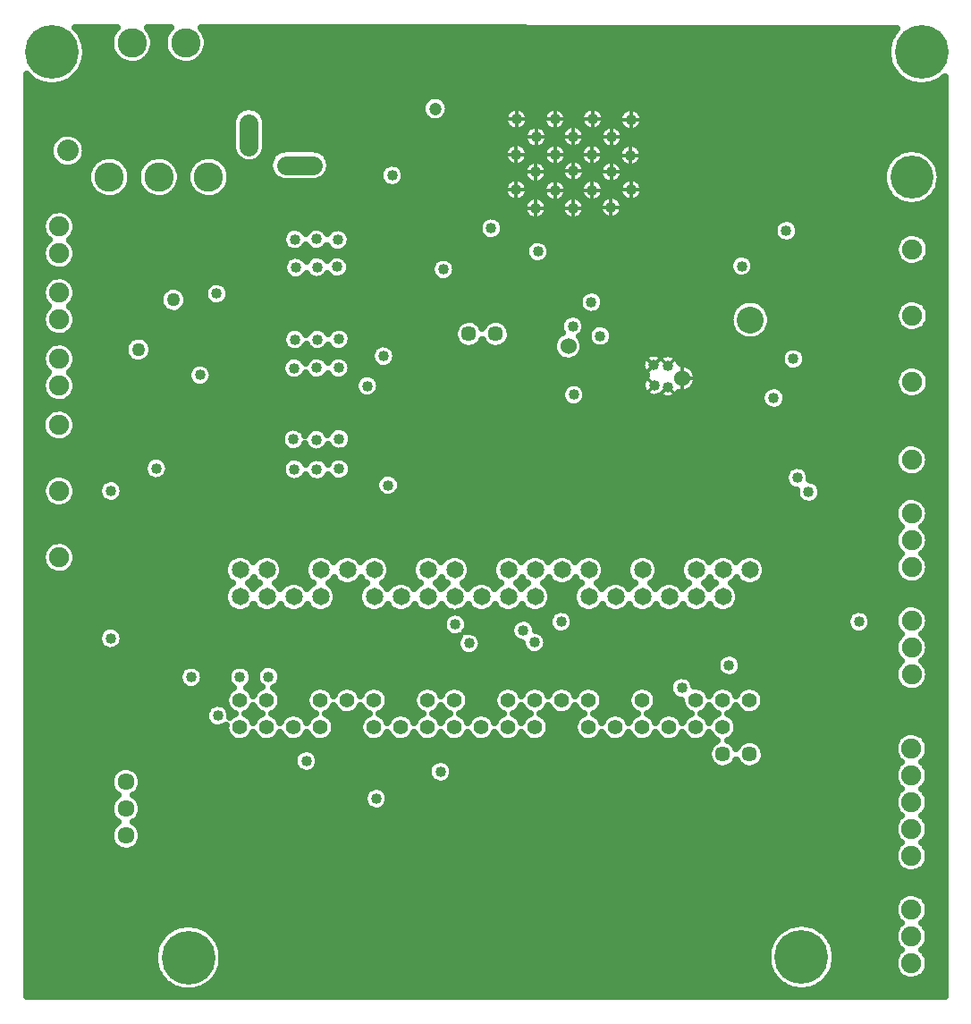
<source format=gbr>
G04 DipTrace 4.3.0.5*
G04 2 - Ground Plane.gbr*
%MOIN*%
G04 #@! TF.FileFunction,Copper,L2,Inr*
G04 #@! TF.Part,Single*
%ADD24C,0.047244*%
%ADD36C,0.074803*%
%ADD41C,0.070866*%
%ADD45C,0.055039*%
%ADD48C,0.063386*%
%ADD51C,0.057087*%
%ADD55C,0.064961*%
%ADD56C,0.2*%
%ADD64C,0.109252*%
G04 #@! TA.AperFunction,CopperBalancing*
%ADD15C,0.013*%
G04 #@! TA.AperFunction,ViaPad*
%ADD16C,0.04*%
G04 #@! TA.AperFunction,CopperBalancing*
%ADD18C,0.025*%
G04 #@! TA.AperFunction,ViaPad*
%ADD19C,0.1*%
%ADD20C,0.05*%
%ADD69C,0.06*%
%ADD70C,0.08*%
%ADD71C,0.16*%
%FSLAX26Y26*%
G04*
G70*
G90*
G75*
G01*
G04 Inner1_Plane*
%LPD*%
D16*
X746331Y1767481D3*
Y2316490D3*
X2770180Y2785911D3*
X2330321Y3505511D3*
X2823451Y2783661D3*
X2771821Y2710842D3*
X2822100Y2704762D3*
X1432210Y3254721D3*
X2612081Y3505951D3*
X2257491Y3439201D3*
X1513591Y3255210D3*
X2402371Y3437851D3*
X2259150Y3702431D3*
X1592890Y3252991D3*
X1515071Y3150842D3*
X2683581Y3568371D3*
X1795361Y3493091D3*
X1590671Y3151941D3*
X2613221Y3636371D3*
X2470411Y3638182D3*
X2470911Y3509102D3*
X1436520Y3149361D3*
X2401871Y3703331D3*
X1433031Y2881411D3*
X2542641Y3704541D3*
X1517081Y2881661D3*
X1596201Y2882321D3*
X2331680Y3636791D3*
X2258260Y3570671D3*
X1430180Y2774522D3*
X2403081Y3570661D3*
X2685031Y3700892D3*
X1514271Y2775241D3*
X2540210Y3571071D3*
X1596201Y2775231D3*
X1427411Y2509401D3*
X2685840Y3439632D3*
X1513611Y2507491D3*
X2329661Y3371481D3*
X1597890Y2510762D3*
X2470420Y3371481D3*
X1431301Y2397721D3*
X2611600Y3373911D3*
X2541020Y3438411D3*
X1514271Y2396420D3*
X1597241Y2399031D3*
X2326401Y1751972D3*
X2082481Y1748651D3*
D69*
X2452011Y2856381D3*
D16*
X1703001Y2708491D3*
X1763271Y2819451D3*
X2468661Y2929920D3*
X3264230Y3286431D3*
X3291430Y2809050D3*
X2348630Y2641511D3*
D19*
X2821001Y3224661D3*
D70*
X1255141Y3026481D3*
D20*
X1148161Y2362241D3*
X1147050Y2737052D3*
D16*
X1667046Y3401742D3*
X2661851Y3135151D3*
D20*
X2418230Y3028661D3*
D16*
X2349260Y2701361D3*
X1823106Y2433970D3*
X1819357Y2965592D3*
D19*
X2827671Y3340411D3*
D69*
X2875301Y2736941D3*
D16*
X2476781Y2739241D3*
X2329611Y2761381D3*
X2472298Y2675431D3*
X1780129Y2338340D3*
X1986571Y3142420D3*
X2164609Y3296130D3*
X2538100Y3020591D3*
X2570851Y2894552D3*
D71*
X3732531Y3486340D3*
D16*
X1334913Y1624632D3*
X3535653Y1829636D3*
X2425393D3*
X2875172Y1582962D3*
X1735672Y1170336D3*
X1141501Y3051951D3*
X1079221Y2748700D3*
X916001Y2400871D3*
X1975172Y1270423D3*
X3051420Y1666511D3*
X3305571Y2366171D3*
X3348221Y2313091D3*
X2283641Y1796661D3*
X2030781Y1819472D3*
X1475172Y1309923D3*
X1145451Y1479641D3*
X1046428Y1622462D3*
X1228149D3*
X2006730Y3486751D3*
X3217350Y2663661D3*
D20*
X849581Y2843741D3*
D70*
X586121Y3585301D3*
D20*
X979730Y3028920D3*
D19*
X3130550Y2954871D3*
D16*
X2338493Y3208554D3*
X3098910Y3155161D3*
X635587Y4020445D2*
D18*
X749740D1*
X901471D2*
X949741D1*
X1101453D2*
X3659966D1*
X647877Y3995577D2*
X742976D1*
X908217D2*
X942977D1*
X1108218D2*
X3647693D1*
X654121Y3970708D2*
X744232D1*
X906961D2*
X944233D1*
X1106962D2*
X3641450D1*
X655234Y3945839D2*
X753939D1*
X897254D2*
X953939D1*
X1097255D2*
X3640319D1*
X651394Y3920970D2*
X777174D1*
X874019D2*
X977174D1*
X1074020D2*
X3644177D1*
X642028Y3896102D2*
X3653525D1*
X625593Y3871233D2*
X3669960D1*
X434600Y3846364D2*
X456890D1*
X597101D2*
X3698470D1*
X3838681D2*
X3852574D1*
X434600Y3821495D2*
X3852574D1*
X434600Y3796627D2*
X3852574D1*
X434600Y3771758D2*
X1914182D1*
X1997966D2*
X3852574D1*
X434600Y3746889D2*
X1240690D1*
X1281789D2*
X1904296D1*
X2007852D2*
X2245106D1*
X2273198D2*
X2384785D1*
X2418959D2*
X2522347D1*
X2562927D2*
X3852574D1*
X434618Y3722020D2*
X1207515D1*
X1314982D2*
X1908082D1*
X2004048D2*
X2215107D1*
X2303197D2*
X2357406D1*
X2446339D2*
X2497659D1*
X2587615D2*
X2641752D1*
X2728317D2*
X3852574D1*
X434618Y3697151D2*
X1198024D1*
X1324456D2*
X1931837D1*
X1980311D2*
X2211016D1*
X2307288D2*
X2353853D1*
X2449891D2*
X2494806D1*
X2590468D2*
X2636746D1*
X2733305D2*
X3852574D1*
X434618Y3672283D2*
X1197378D1*
X1325102D2*
X2221997D1*
X2723472D2*
X3852574D1*
X434618Y3647414D2*
X561510D1*
X610737D2*
X1197378D1*
X1325102D2*
X2284489D1*
X2378877D2*
X2422912D1*
X2517910D2*
X2566126D1*
X2660298D2*
X3852574D1*
X434618Y3622545D2*
X529214D1*
X643033D2*
X1197378D1*
X1325102D2*
X2285512D1*
X2377854D2*
X2424724D1*
X2516098D2*
X2566916D1*
X2659527D2*
X3852574D1*
X434618Y3597676D2*
X518862D1*
X653386D2*
X1197503D1*
X1324976D2*
X2218606D1*
X2721445D2*
X3852574D1*
X434618Y3572808D2*
X518879D1*
X653368D2*
X1204555D1*
X1317925D2*
X1351841D1*
X1548588D2*
X2209868D1*
X2306642D2*
X2354697D1*
X2451470D2*
X2491810D1*
X2588620D2*
X2635365D1*
X2731798D2*
X3668829D1*
X3796230D2*
X3852574D1*
X434636Y3547939D2*
X529304D1*
X642943D2*
X685185D1*
X795935D2*
X870222D1*
X980972D2*
X1055258D1*
X1166009D2*
X1229010D1*
X1293470D2*
X1337631D1*
X1562816D2*
X2215843D1*
X2300667D2*
X2310218D1*
X2350420D2*
X2360653D1*
X2582394D2*
X2590958D1*
X2727222D2*
X3643854D1*
X3821206D2*
X3852574D1*
X434636Y3523070D2*
X561833D1*
X610396D2*
X665951D1*
X815169D2*
X850988D1*
X1000206D2*
X1036024D1*
X1185261D2*
X1335657D1*
X1564790D2*
X1758068D1*
X1832665D2*
X2285368D1*
X2375270D2*
X2424653D1*
X2517174D2*
X2566951D1*
X2657212D2*
X2673474D1*
X2693671D2*
X3630666D1*
X3834393D2*
X3852574D1*
X434636Y3498201D2*
X658254D1*
X822867D2*
X843308D1*
X1007903D2*
X1028345D1*
X1192940D2*
X1344521D1*
X1555927D2*
X1747213D1*
X1843502D2*
X2282480D1*
X2378177D2*
X2423792D1*
X2518035D2*
X2564314D1*
X2659850D2*
X3624763D1*
X3840296D2*
X3852574D1*
X434636Y3473333D2*
X658702D1*
X822418D2*
X843739D1*
X1007473D2*
X1028776D1*
X1192510D2*
X1374897D1*
X1525533D2*
X1751394D1*
X1839322D2*
X2224257D1*
X2719543D2*
X3624907D1*
X3840170D2*
X3852574D1*
X434636Y3448464D2*
X667404D1*
X813716D2*
X852441D1*
X998753D2*
X1037478D1*
X1183790D2*
X1781985D1*
X1808731D2*
X2209994D1*
X2304973D2*
X2355181D1*
X2449568D2*
X2493694D1*
X2588333D2*
X2638271D1*
X2733412D2*
X3631097D1*
X3833962D2*
X3852574D1*
X434636Y3423595D2*
X688576D1*
X792544D2*
X873613D1*
X977581D2*
X1058649D1*
X1162636D2*
X2211788D1*
X2303197D2*
X2356204D1*
X2448528D2*
X2495040D1*
X2587005D2*
X2640299D1*
X2731385D2*
X3644679D1*
X3820380D2*
X3852574D1*
X434636Y3398726D2*
X2233282D1*
X2281702D2*
X2290177D1*
X2652763D2*
X2662439D1*
X2709244D2*
X3670480D1*
X3794580D2*
X3852574D1*
X434653Y3373857D2*
X2281295D1*
X2378033D2*
X2422051D1*
X2518789D2*
X2563166D1*
X2660029D2*
X3852574D1*
X434653Y3348989D2*
X508312D1*
X599272D2*
X2287109D1*
X2372202D2*
X2427864D1*
X2512976D2*
X2570522D1*
X2652691D2*
X3852574D1*
X434653Y3324120D2*
X491769D1*
X615815D2*
X2125684D1*
X2203529D2*
X3235474D1*
X3292990D2*
X3852574D1*
X434653Y3299251D2*
X488037D1*
X619547D2*
X1418442D1*
X1445977D2*
X1498033D1*
X1529139D2*
X2116282D1*
X2212930D2*
X3217621D1*
X3310843D2*
X3852574D1*
X434653Y3274382D2*
X494532D1*
X613052D2*
X1388192D1*
X1636038D2*
X2121647D1*
X2207565D2*
X3217406D1*
X3311058D2*
X3705557D1*
X3763665D2*
X3852574D1*
X434653Y3249514D2*
X508904D1*
X598716D2*
X1384065D1*
X1641187D2*
X2315206D1*
X2361778D2*
X3234397D1*
X3294067D2*
X3677836D1*
X3791386D2*
X3852574D1*
X434671Y3224645D2*
X491966D1*
X615635D2*
X1394992D1*
X1631535D2*
X2292976D1*
X2384008D2*
X3669260D1*
X3799962D2*
X3852574D1*
X434671Y3199776D2*
X488019D1*
X619583D2*
X2290912D1*
X2386071D2*
X3085478D1*
X3112331D2*
X3671126D1*
X3798096D2*
X3852574D1*
X434671Y3174907D2*
X494281D1*
X613321D2*
X1395853D1*
X1632952D2*
X1951591D1*
X2021542D2*
X2304728D1*
X2372256D2*
X3054941D1*
X3142887D2*
X3684690D1*
X3784532D2*
X3852574D1*
X434671Y3150039D2*
X515775D1*
X591826D2*
X1388084D1*
X1639070D2*
X1938781D1*
X2034370D2*
X3050760D1*
X3147049D2*
X3852574D1*
X434671Y3125170D2*
X1394974D1*
X1630494D2*
X1941508D1*
X2031643D2*
X3061615D1*
X3136194D2*
X3852574D1*
X434671Y3100301D2*
X505746D1*
X601676D2*
X1965748D1*
X2007404D2*
X3852574D1*
X434671Y3075432D2*
X490872D1*
X616550D2*
X956469D1*
X1002987D2*
X1099521D1*
X1183485D2*
X3852592D1*
X434689Y3050564D2*
X488127D1*
X619296D2*
X931117D1*
X1028339D2*
X1093080D1*
X1189908D2*
X2500799D1*
X2575414D2*
X3852592D1*
X434689Y3025695D2*
X495716D1*
X611706D2*
X926398D1*
X1033058D2*
X1101316D1*
X1181690D2*
X2489944D1*
X2586251D2*
X3100675D1*
X3160434D2*
X3701950D1*
X3767702D2*
X3852592D1*
X434689Y3000826D2*
X506266D1*
X601156D2*
X934741D1*
X1024715D2*
X2494142D1*
X2582071D2*
X3067608D1*
X3193501D2*
X3676921D1*
X3792714D2*
X3852592D1*
X434689Y2975957D2*
X491033D1*
X616389D2*
X2524752D1*
X2551444D2*
X3055102D1*
X3205989D2*
X3669260D1*
X3800393D2*
X3852592D1*
X434689Y2951088D2*
X488091D1*
X619331D2*
X2055602D1*
X2107520D2*
X2155611D1*
X2207512D2*
X2425388D1*
X2511917D2*
X3052213D1*
X3208896D2*
X3671915D1*
X3797737D2*
X3852592D1*
X434689Y2926220D2*
X495429D1*
X611993D2*
X1420434D1*
X1445637D2*
X1503434D1*
X1530736D2*
X1580190D1*
X1612229D2*
X2030303D1*
X2232810D2*
X2420383D1*
X2516941D2*
X2535086D1*
X2606616D2*
X3057722D1*
X3203370D2*
X3686664D1*
X3782971D2*
X3852592D1*
X434707Y2901351D2*
X519561D1*
X587861D2*
X1389143D1*
X1640506D2*
X2024580D1*
X2238534D2*
X2416256D1*
X2507127D2*
X2522922D1*
X2618780D2*
X3074192D1*
X3186917D2*
X3852592D1*
X434707Y2876482D2*
X808070D1*
X891100D2*
X1384855D1*
X1644256D2*
X2030896D1*
X2232236D2*
X2397309D1*
X2506714D2*
X2526115D1*
X2615587D2*
X3852592D1*
X434707Y2851613D2*
X503970D1*
X603489D2*
X796767D1*
X902404D2*
X1395566D1*
X1470486D2*
X1479840D1*
X1632862D2*
X1727979D1*
X1798558D2*
X2058168D1*
X2104955D2*
X2158159D1*
X2204964D2*
X2393774D1*
X2510249D2*
X2552042D1*
X2589660D2*
X3271663D1*
X3311202D2*
X3852592D1*
X434707Y2826745D2*
X490298D1*
X617160D2*
X799063D1*
X900089D2*
X1715420D1*
X1811117D2*
X2402082D1*
X2501941D2*
X2746642D1*
X2793716D2*
X2805025D1*
X2841872D2*
X3246544D1*
X3336321D2*
X3852592D1*
X434707Y2801876D2*
X488342D1*
X619116D2*
X818064D1*
X881089D2*
X1390775D1*
X1636110D2*
X1718326D1*
X1808210D2*
X2436961D1*
X2467062D2*
X2724609D1*
X2868122D2*
X3243566D1*
X3339299D2*
X3852592D1*
X434707Y2777007D2*
X496829D1*
X610629D2*
X1040546D1*
X1117888D2*
X1381822D1*
X1644596D2*
X1743212D1*
X1783325D2*
X2722617D1*
X2916834D2*
X3256018D1*
X3326847D2*
X3698272D1*
X3770573D2*
X3852592D1*
X434707Y2752138D2*
X504454D1*
X603022D2*
X1030911D1*
X1127523D2*
X1387564D1*
X1638406D2*
X1686192D1*
X1719810D2*
X2736540D1*
X2931637D2*
X3675504D1*
X3793342D2*
X3852592D1*
X434725Y2727270D2*
X490459D1*
X617017D2*
X1036096D1*
X1122356D2*
X1658579D1*
X1747423D2*
X2726421D1*
X2932893D2*
X3668704D1*
X3800142D2*
X3852592D1*
X434725Y2702401D2*
X488288D1*
X619188D2*
X1654973D1*
X1751029D2*
X2432619D1*
X2511989D2*
X2724178D1*
X2921786D2*
X3190170D1*
X3244529D2*
X3672149D1*
X3796697D2*
X3852592D1*
X434725Y2677532D2*
X496542D1*
X610935D2*
X1666563D1*
X1739438D2*
X2423917D1*
X2520691D2*
X2737688D1*
X2861591D2*
X3171062D1*
X3263637D2*
X3688189D1*
X3780639D2*
X3852592D1*
X434725Y2652663D2*
X523186D1*
X584290D2*
X2429910D1*
X2514698D2*
X3170254D1*
X3264444D2*
X3852592D1*
X434725Y2627794D2*
X3186151D1*
X3248548D2*
X3852592D1*
X434725Y2602926D2*
X502050D1*
X604762D2*
X3852592D1*
X434725Y2578057D2*
X489472D1*
X617322D2*
X3852592D1*
X434743Y2553188D2*
X488270D1*
X618524D2*
X1411032D1*
X1443789D2*
X1506448D1*
X1520760D2*
X1577786D1*
X1617988D2*
X3852592D1*
X434743Y2528319D2*
X497654D1*
X609140D2*
X1383060D1*
X1642838D2*
X3852592D1*
X434743Y2503451D2*
X528317D1*
X578495D2*
X1379364D1*
X1645745D2*
X3852592D1*
X434743Y2478582D2*
X1390847D1*
X1463973D2*
X1475408D1*
X1551800D2*
X1562607D1*
X1633167D2*
X3685533D1*
X3778557D2*
X3852592D1*
X434743Y2453713D2*
X3669673D1*
X3794400D2*
X3852592D1*
X434743Y2428844D2*
X877075D1*
X954938D2*
X1395028D1*
X1467580D2*
X1479230D1*
X1549306D2*
X1559790D1*
X1634692D2*
X3666353D1*
X3797737D2*
X3852592D1*
X434761Y2403976D2*
X867674D1*
X964322D2*
X1383294D1*
X1645404D2*
X3276974D1*
X3334167D2*
X3673261D1*
X3790812D2*
X3852592D1*
X434761Y2379107D2*
X542186D1*
X566205D2*
X873056D1*
X958957D2*
X1386810D1*
X1641134D2*
X1756471D1*
X1803797D2*
X3258996D1*
X3352145D2*
X3696334D1*
X3767738D2*
X3852592D1*
X434761Y2354238D2*
X500830D1*
X607543D2*
X717660D1*
X774997D2*
X1413993D1*
X1448597D2*
X1493584D1*
X1534952D2*
X1584568D1*
X1609914D2*
X1734528D1*
X1825722D2*
X3258709D1*
X3371128D2*
X3852592D1*
X434761Y2329369D2*
X489688D1*
X618703D2*
X699736D1*
X792921D2*
X1732572D1*
X1827678D2*
X3275592D1*
X3393681D2*
X3852592D1*
X434761Y2304501D2*
X489508D1*
X618883D2*
X699485D1*
X793172D2*
X1746567D1*
X1813683D2*
X3300604D1*
X3395852D2*
X3852592D1*
X434761Y2279632D2*
X500184D1*
X608189D2*
X716422D1*
X776235D2*
X3314258D1*
X3382198D2*
X3686646D1*
X3777445D2*
X3852592D1*
X434761Y2254763D2*
X537503D1*
X570870D2*
X3670049D1*
X3794041D2*
X3852592D1*
X434779Y2229894D2*
X3666281D1*
X3797791D2*
X3852592D1*
X434779Y2205025D2*
X3672741D1*
X3791350D2*
X3852592D1*
X434779Y2180157D2*
X3687220D1*
X3776871D2*
X3852592D1*
X434779Y2155288D2*
X3670247D1*
X3793844D2*
X3852592D1*
X434779Y2130419D2*
X535691D1*
X572305D2*
X3666264D1*
X3797827D2*
X3852592D1*
X434779Y2105550D2*
X499717D1*
X608279D2*
X3672489D1*
X3791601D2*
X3852592D1*
X434779Y2080682D2*
X489239D1*
X618757D2*
X3687812D1*
X3776279D2*
X3852592D1*
X434797Y2055813D2*
X489580D1*
X618434D2*
X1178090D1*
X1378731D2*
X1478100D1*
X1778732D2*
X1878101D1*
X2078723D2*
X2178092D1*
X2578734D2*
X2678103D1*
X2778734D2*
X2878085D1*
X3178735D2*
X3670444D1*
X3793647D2*
X3852592D1*
X434797Y2030944D2*
X500937D1*
X607059D2*
X1168150D1*
X1388670D2*
X1468142D1*
X1788671D2*
X1868143D1*
X2088681D2*
X2168153D1*
X2588673D2*
X2668145D1*
X2788674D2*
X2868145D1*
X3188675D2*
X3666246D1*
X3797845D2*
X3852592D1*
X434797Y2006075D2*
X545129D1*
X562868D2*
X1169783D1*
X1387038D2*
X1469792D1*
X1787039D2*
X1869793D1*
X2087031D2*
X2169785D1*
X2587041D2*
X2669778D1*
X2787041D2*
X2869778D1*
X3187042D2*
X3672238D1*
X3791852D2*
X3852592D1*
X434797Y1981207D2*
X1184352D1*
X1272459D2*
X1284361D1*
X1372469D2*
X1484361D1*
X1572469D2*
X1584353D1*
X1672461D2*
X1684362D1*
X1772470D2*
X1884362D1*
X1972470D2*
X1984354D1*
X2072462D2*
X2184354D1*
X2272462D2*
X2284363D1*
X2372471D2*
X2384355D1*
X2472463D2*
X2484364D1*
X2572472D2*
X2684365D1*
X2772472D2*
X2884365D1*
X2972473D2*
X2984356D1*
X3072464D2*
X3084366D1*
X3172455D2*
X3693141D1*
X3770932D2*
X3852592D1*
X434797Y1956338D2*
X1178467D1*
X1578354D2*
X1678459D1*
X2378356D2*
X2478461D1*
X3078349D2*
X3852592D1*
X434797Y1931469D2*
X1168222D1*
X1588599D2*
X1668232D1*
X2388601D2*
X2468234D1*
X3088594D2*
X3852592D1*
X434815Y1906600D2*
X1169639D1*
X1587182D2*
X1669632D1*
X2387184D2*
X2469634D1*
X3087195D2*
X3852592D1*
X434815Y1881731D2*
X1183849D1*
X1272980D2*
X1283841D1*
X1372971D2*
X1383850D1*
X1472980D2*
X1483841D1*
X1572972D2*
X1683842D1*
X1772972D2*
X1783851D1*
X1872981D2*
X1883842D1*
X1972973D2*
X1983851D1*
X2072982D2*
X2083843D1*
X2172973D2*
X2183852D1*
X2272982D2*
X2283843D1*
X2372974D2*
X2483844D1*
X2572974D2*
X2583853D1*
X2672983D2*
X2683844D1*
X2772975D2*
X2783853D1*
X2872984D2*
X2883845D1*
X2972975D2*
X2983854D1*
X3072984D2*
X3689032D1*
X3775041D2*
X3852592D1*
X434815Y1856863D2*
X2001596D1*
X2059956D2*
X2385898D1*
X2464891D2*
X3496155D1*
X3575148D2*
X3670857D1*
X3793234D2*
X3852592D1*
X434815Y1831994D2*
X1984085D1*
X2077467D2*
X2251799D1*
X2315487D2*
X2377016D1*
X2473772D2*
X3487273D1*
X3584029D2*
X3666210D1*
X3797863D2*
X3852592D1*
X434815Y1807125D2*
X720638D1*
X772037D2*
X1984031D1*
X2077521D2*
X2236422D1*
X2330864D2*
X2382848D1*
X2467941D2*
X3493122D1*
X3578198D2*
X3671754D1*
X3792337D2*
X3852592D1*
X434815Y1782256D2*
X700346D1*
X792329D2*
X2001363D1*
X2116294D2*
X2237517D1*
X2363428D2*
X3689678D1*
X3774413D2*
X3852610D1*
X434815Y1757388D2*
X699018D1*
X793639D2*
X2034879D1*
X2130074D2*
X2257325D1*
X2374517D2*
X3671072D1*
X3793019D2*
X3852610D1*
X434833Y1732519D2*
X714036D1*
X778621D2*
X2036978D1*
X2127992D2*
X2282282D1*
X2370516D2*
X3666210D1*
X3797881D2*
X3852610D1*
X434833Y1707650D2*
X2059280D1*
X2105690D2*
X2311833D1*
X2340965D2*
X3028494D1*
X3074348D2*
X3671521D1*
X3792570D2*
X3852610D1*
X434833Y1682781D2*
X3005959D1*
X3096883D2*
X3690342D1*
X3773749D2*
X3852610D1*
X434833Y1657913D2*
X1014727D1*
X1078129D2*
X1196445D1*
X1259864D2*
X1300760D1*
X1369078D2*
X3003806D1*
X3099036D2*
X3671287D1*
X3792785D2*
X3852610D1*
X434833Y1633044D2*
X999225D1*
X1093631D2*
X1180943D1*
X1275348D2*
X1287250D1*
X1382570D2*
X3017459D1*
X3085382D2*
X3666210D1*
X3797881D2*
X3852610D1*
X434833Y1608175D2*
X1000266D1*
X1092590D2*
X1182001D1*
X1274308D2*
X1289528D1*
X1380291D2*
X2834271D1*
X2916063D2*
X3671287D1*
X3792785D2*
X3852610D1*
X434833Y1583306D2*
X1019912D1*
X1072943D2*
X1200876D1*
X1255432D2*
X1300868D1*
X1357469D2*
X1500868D1*
X1555424D2*
X1600877D1*
X1655433D2*
X1700869D1*
X1755425D2*
X1900869D1*
X1955425D2*
X2000878D1*
X2055417D2*
X2200879D1*
X2255417D2*
X2300870D1*
X2355426D2*
X2400879D1*
X2455418D2*
X2500871D1*
X2555427D2*
X2700871D1*
X2755427D2*
X2826735D1*
X2955428D2*
X3000881D1*
X3055419D2*
X3100872D1*
X3155428D2*
X3690324D1*
X3773749D2*
X3852610D1*
X434851Y1558438D2*
X1177157D1*
X1379143D2*
X1477167D1*
X1779144D2*
X1877168D1*
X2079136D2*
X2177159D1*
X2579146D2*
X2677170D1*
X2779147D2*
X2833840D1*
X3179130D2*
X3852610D1*
X434851Y1533569D2*
X1172259D1*
X1384059D2*
X1472251D1*
X1784042D2*
X1872252D1*
X2084052D2*
X2172243D1*
X2584044D2*
X2672254D1*
X2784045D2*
X2872254D1*
X3184046D2*
X3852610D1*
X434851Y1508700D2*
X1107380D1*
X1376649D2*
X1479661D1*
X1776632D2*
X1879662D1*
X2076642D2*
X2179653D1*
X2576634D2*
X2679664D1*
X2776635D2*
X2879664D1*
X3176636D2*
X3852610D1*
X434851Y1483831D2*
X1097207D1*
X1193694D2*
X1201899D1*
X1254392D2*
X1301908D1*
X1354401D2*
X1401900D1*
X1454392D2*
X1501909D1*
X1554402D2*
X1613742D1*
X1642551D2*
X1701909D1*
X1754402D2*
X1801901D1*
X1854393D2*
X1901910D1*
X1954403D2*
X2001901D1*
X2054394D2*
X2101910D1*
X2154403D2*
X2201902D1*
X2254394D2*
X2301911D1*
X2354386D2*
X2413744D1*
X2442553D2*
X2501911D1*
X2554386D2*
X2601903D1*
X2654395D2*
X2701912D1*
X2754387D2*
X2801903D1*
X2854396D2*
X2901912D1*
X2954387D2*
X3001904D1*
X3054396D2*
X3113737D1*
X3142564D2*
X3852610D1*
X434851Y1458962D2*
X1101944D1*
X1578892D2*
X1677400D1*
X2378895D2*
X2477402D1*
X3078887D2*
X3852610D1*
X434851Y1434094D2*
X1137003D1*
X1153898D2*
X1172223D1*
X1584078D2*
X1672233D1*
X2384080D2*
X2472235D1*
X3084073D2*
X3852610D1*
X434869Y1409225D2*
X1179346D1*
X1576955D2*
X1679356D1*
X2376939D2*
X2479358D1*
X3076950D2*
X3693751D1*
X3769443D2*
X3852610D1*
X434869Y1384356D2*
X1211642D1*
X1244649D2*
X1311651D1*
X1344658D2*
X1411642D1*
X1444650D2*
X1511651D1*
X1544659D2*
X1711652D1*
X1744659D2*
X1811643D1*
X1844651D2*
X1911652D1*
X1944660D2*
X2011644D1*
X2044651D2*
X2111635D1*
X2144661D2*
X2211644D1*
X2244652D2*
X2311635D1*
X2344661D2*
X2511636D1*
X2544662D2*
X2611645D1*
X2644653D2*
X2711637D1*
X2744662D2*
X2811646D1*
X2844653D2*
X2911637D1*
X2944663D2*
X3000773D1*
X3055491D2*
X3100783D1*
X3155482D2*
X3672131D1*
X3791063D2*
X3852610D1*
X434869Y1359487D2*
X2976534D1*
X3179722D2*
X3665815D1*
X3797361D2*
X3852610D1*
X434869Y1334619D2*
X1433944D1*
X1516400D2*
X2971169D1*
X3185087D2*
X3669726D1*
X3793467D2*
X3852610D1*
X434869Y1309750D2*
X1426731D1*
X1523613D2*
X1948936D1*
X2001411D2*
X2977825D1*
X3178430D2*
X3686556D1*
X3776637D2*
X3852610D1*
X434869Y1284881D2*
X777030D1*
X828787D2*
X1434159D1*
X1516185D2*
X1929074D1*
X2021273D2*
X3006479D1*
X3049785D2*
X3106488D1*
X3149777D2*
X3672382D1*
X3790794D2*
X3852610D1*
X434869Y1260012D2*
X749920D1*
X855880D2*
X1927926D1*
X2022403D2*
X3665851D1*
X3797343D2*
X3852610D1*
X434887Y1235144D2*
X742851D1*
X862949D2*
X1943266D1*
X2007081D2*
X3669529D1*
X3793647D2*
X3852610D1*
X434887Y1210275D2*
X747121D1*
X858697D2*
X1710486D1*
X1760861D2*
X3685982D1*
X3777212D2*
X3852610D1*
X434887Y1185406D2*
X766785D1*
X839014D2*
X1689780D1*
X1781566D2*
X3672651D1*
X3790525D2*
X3852610D1*
X434887Y1160537D2*
X750225D1*
X855593D2*
X1688291D1*
X1783056D2*
X3665869D1*
X3797307D2*
X3852610D1*
X434887Y1135669D2*
X742887D1*
X862931D2*
X1703040D1*
X1768307D2*
X3669332D1*
X3793844D2*
X3852610D1*
X434887Y1110800D2*
X746906D1*
X858894D2*
X3685426D1*
X3777768D2*
X3852610D1*
X434887Y1085931D2*
X766068D1*
X839732D2*
X3672920D1*
X3790255D2*
X3852610D1*
X434905Y1061062D2*
X750512D1*
X855288D2*
X3665905D1*
X3797271D2*
X3852610D1*
X434905Y1036193D2*
X742904D1*
X862895D2*
X3669152D1*
X3794023D2*
X3852610D1*
X434905Y1011325D2*
X746690D1*
X859110D2*
X3684869D1*
X3778306D2*
X3852610D1*
X434905Y986456D2*
X765368D1*
X840432D2*
X3673189D1*
X3789986D2*
X3852610D1*
X434905Y961587D2*
X3665941D1*
X3797235D2*
X3852610D1*
X434905Y936718D2*
X3668973D1*
X3794203D2*
X3852610D1*
X434923Y911850D2*
X3684349D1*
X3778844D2*
X3852610D1*
X434923Y886981D2*
X3852610D1*
X434923Y862112D2*
X3852610D1*
X434923Y837243D2*
X3852610D1*
X434923Y812375D2*
X3698954D1*
X3764239D2*
X3852610D1*
X434923Y787506D2*
X3673763D1*
X3789412D2*
X3852610D1*
X434923Y762637D2*
X3666030D1*
X3797145D2*
X3852610D1*
X434941Y737768D2*
X3668650D1*
X3794544D2*
X3852610D1*
X434941Y712899D2*
X3683309D1*
X3779867D2*
X3852610D1*
X434941Y688031D2*
X972186D1*
X1098726D2*
X3255103D1*
X3387384D2*
X3674068D1*
X3789125D2*
X3852610D1*
X434941Y663162D2*
X940429D1*
X1130484D2*
X3224744D1*
X3417760D2*
X3666084D1*
X3797091D2*
X3852610D1*
X434941Y638293D2*
X922541D1*
X1148372D2*
X3207466D1*
X3435038D2*
X3668488D1*
X3794705D2*
X3852610D1*
X434941Y613424D2*
X912188D1*
X1158725D2*
X3197508D1*
X3444996D2*
X3682824D1*
X3780369D2*
X3852610D1*
X434958Y588556D2*
X907487D1*
X1163425D2*
X3193148D1*
X3449356D2*
X3674373D1*
X3788820D2*
X3852610D1*
X434958Y563687D2*
X907810D1*
X1163102D2*
X3193794D1*
X3448710D2*
X3666138D1*
X3797038D2*
X3852610D1*
X434958Y538818D2*
X913193D1*
X1157738D2*
X3199518D1*
X3442986D2*
X3668327D1*
X3794867D2*
X3852610D1*
X434958Y513949D2*
X924371D1*
X1146542D2*
X3211144D1*
X3431360D2*
X3682340D1*
X3780854D2*
X3852610D1*
X434958Y489081D2*
X943515D1*
X1127398D2*
X3230952D1*
X3411552D2*
X3852610D1*
X434958Y464212D2*
X978448D1*
X1092482D2*
X3267770D1*
X3374735D2*
X3852628D1*
X434958Y439343D2*
X3852628D1*
X2004776Y3732552D2*
X2002269Y3723757D1*
X1998188Y3715574D1*
X1992673Y3708279D1*
X1985911Y3702122D1*
X1978133Y3697313D1*
X1969604Y3694014D1*
X1960614Y3692339D1*
X1951469Y3692344D1*
X1942481Y3694030D1*
X1933956Y3697338D1*
X1926184Y3702157D1*
X1919429Y3708321D1*
X1913922Y3715622D1*
X1909851Y3723811D1*
X1907353Y3732608D1*
X1906515Y3741714D1*
X1907364Y3750819D1*
X1909871Y3759614D1*
X1913952Y3767797D1*
X1919467Y3775092D1*
X1926229Y3781249D1*
X1934007Y3786058D1*
X1942536Y3789357D1*
X1951526Y3791032D1*
X1960671Y3791027D1*
X1969659Y3789341D1*
X1978184Y3786033D1*
X1985957Y3781214D1*
X1992711Y3775050D1*
X1998218Y3767749D1*
X2002289Y3759560D1*
X2004787Y3750763D1*
X2005625Y3741686D1*
X2004776Y3732552D1*
X616460Y3293317D2*
X614459Y3284290D1*
X611166Y3275650D1*
X606649Y3267582D1*
X601006Y3260257D1*
X594356Y3253833D1*
X592573Y3252554D1*
X594263Y3251197D1*
X600926Y3244786D1*
X606585Y3237474D1*
X611119Y3229416D1*
X614431Y3220783D1*
X616451Y3211760D1*
X617136Y3202471D1*
X616471Y3193317D1*
X614471Y3184290D1*
X611177Y3175650D1*
X606660Y3167582D1*
X601017Y3160257D1*
X594367Y3153833D1*
X586853Y3148444D1*
X578635Y3144208D1*
X569887Y3141213D1*
X560796Y3139524D1*
X551556Y3139176D1*
X542364Y3140177D1*
X533416Y3142506D1*
X524903Y3146114D1*
X517005Y3150922D1*
X509891Y3156829D1*
X503714Y3163708D1*
X498604Y3171414D1*
X494670Y3179782D1*
X491997Y3188634D1*
X490640Y3197780D1*
X490630Y3207026D1*
X491967Y3216175D1*
X494621Y3225033D1*
X498537Y3233409D1*
X503630Y3241126D1*
X509793Y3248019D1*
X515029Y3252385D1*
X509880Y3256829D1*
X503703Y3263708D1*
X498592Y3271414D1*
X494659Y3279782D1*
X491985Y3288634D1*
X490629Y3297780D1*
X490619Y3307026D1*
X491956Y3316175D1*
X494610Y3325033D1*
X498526Y3333409D1*
X503619Y3341126D1*
X509782Y3348019D1*
X516883Y3353941D1*
X524770Y3358766D1*
X533276Y3362392D1*
X542219Y3364740D1*
X551409Y3365761D1*
X560649Y3365433D1*
X569744Y3363764D1*
X578498Y3360788D1*
X586726Y3356569D1*
X594251Y3351197D1*
X600915Y3344786D1*
X606574Y3337474D1*
X611108Y3329416D1*
X614420Y3320783D1*
X616440Y3311760D1*
X617125Y3302471D1*
X616460Y3293317D1*
X616380Y3047056D2*
X614380Y3038029D1*
X611086Y3029389D1*
X606569Y3021321D1*
X600926Y3013997D1*
X594277Y3007572D1*
X592493Y3006293D1*
X594172Y3004936D1*
X600835Y2998526D1*
X606494Y2991214D1*
X611028Y2983155D1*
X614340Y2974523D1*
X616361Y2965500D1*
X617045Y2956210D1*
X616380Y2947056D1*
X614380Y2938029D1*
X611086Y2929389D1*
X606569Y2921321D1*
X600926Y2913997D1*
X594277Y2907572D1*
X586762Y2902184D1*
X578544Y2897947D1*
X569796Y2894952D1*
X560705Y2893263D1*
X551466Y2892915D1*
X542274Y2893917D1*
X533325Y2896246D1*
X524812Y2899853D1*
X516914Y2904661D1*
X509800Y2910568D1*
X503623Y2917448D1*
X498513Y2925154D1*
X494579Y2933522D1*
X491906Y2942373D1*
X490550Y2951519D1*
X490540Y2960766D1*
X491876Y2969915D1*
X494530Y2978772D1*
X498446Y2987148D1*
X503539Y2994865D1*
X509702Y3001758D1*
X514938Y3006125D1*
X509800Y3010568D1*
X503623Y3017448D1*
X498513Y3025154D1*
X494579Y3033522D1*
X491906Y3042373D1*
X490550Y3051519D1*
X490540Y3060766D1*
X491876Y3069915D1*
X494530Y3078772D1*
X498446Y3087148D1*
X503539Y3094865D1*
X509702Y3101758D1*
X516803Y3107680D1*
X524690Y3112506D1*
X533196Y3116131D1*
X542140Y3118479D1*
X551329Y3119501D1*
X560570Y3119173D1*
X569664Y3117503D1*
X578418Y3114527D1*
X586646Y3110308D1*
X594172Y3104936D1*
X600835Y3098526D1*
X606494Y3091214D1*
X611028Y3083155D1*
X614340Y3074523D1*
X616361Y3065500D1*
X617045Y3056210D1*
X616380Y3047056D1*
X616397Y2800296D2*
X614396Y2791269D1*
X611103Y2782629D1*
X606586Y2774561D1*
X600943Y2767236D1*
X594293Y2760812D1*
X592510Y2759533D1*
X594200Y2758176D1*
X600863Y2751765D1*
X606522Y2744453D1*
X611056Y2736395D1*
X614368Y2727762D1*
X616388Y2718739D1*
X617073Y2709450D1*
X616408Y2700296D1*
X614408Y2691269D1*
X611114Y2682629D1*
X606597Y2674561D1*
X600954Y2667236D1*
X594304Y2660812D1*
X586790Y2655423D1*
X578572Y2651187D1*
X569824Y2648192D1*
X560733Y2646503D1*
X551493Y2646155D1*
X542301Y2647156D1*
X533353Y2649485D1*
X524840Y2653093D1*
X516942Y2657901D1*
X509828Y2663808D1*
X503651Y2670687D1*
X498541Y2678393D1*
X494607Y2686761D1*
X491934Y2695613D1*
X490577Y2704759D1*
X490567Y2714005D1*
X491904Y2723154D1*
X494558Y2732012D1*
X498474Y2740388D1*
X503567Y2748105D1*
X509730Y2754998D1*
X514966Y2759364D1*
X509817Y2763808D1*
X503640Y2770687D1*
X498529Y2778393D1*
X494596Y2786761D1*
X491922Y2795613D1*
X490566Y2804759D1*
X490556Y2814005D1*
X491893Y2823154D1*
X494547Y2832012D1*
X498463Y2840388D1*
X503556Y2848105D1*
X509719Y2854998D1*
X516820Y2860920D1*
X524707Y2865745D1*
X533213Y2869371D1*
X542156Y2871719D1*
X551346Y2872740D1*
X560586Y2872412D1*
X569681Y2870743D1*
X578435Y2867767D1*
X586663Y2863548D1*
X594188Y2858176D1*
X600852Y2851765D1*
X606511Y2844453D1*
X611045Y2836395D1*
X614357Y2827762D1*
X616377Y2818739D1*
X617062Y2809450D1*
X616397Y2800296D1*
X3797281Y3207727D2*
X3795280Y3198700D1*
X3791986Y3190060D1*
X3787470Y3181992D1*
X3781826Y3174667D1*
X3775177Y3168243D1*
X3767663Y3162854D1*
X3759444Y3158618D1*
X3750696Y3155623D1*
X3741606Y3153934D1*
X3732366Y3153586D1*
X3723174Y3154587D1*
X3714226Y3156916D1*
X3705712Y3160524D1*
X3697814Y3165332D1*
X3690701Y3171239D1*
X3684523Y3178119D1*
X3679413Y3185824D1*
X3675479Y3194192D1*
X3672806Y3203044D1*
X3671450Y3212190D1*
X3671440Y3221436D1*
X3672776Y3230585D1*
X3675431Y3239443D1*
X3679346Y3247819D1*
X3684440Y3255536D1*
X3690603Y3262429D1*
X3697703Y3268351D1*
X3705591Y3273176D1*
X3714097Y3276802D1*
X3723040Y3279150D1*
X3732230Y3280171D1*
X3741470Y3279843D1*
X3750564Y3278174D1*
X3759319Y3275198D1*
X3767546Y3270979D1*
X3775072Y3265607D1*
X3781735Y3259196D1*
X3787394Y3251884D1*
X3791928Y3243826D1*
X3795241Y3235193D1*
X3797261Y3226170D1*
X3797946Y3216881D1*
X3797281Y3207727D1*
X3797492Y2960966D2*
X3795491Y2951939D1*
X3792197Y2943299D1*
X3787681Y2935231D1*
X3782038Y2927906D1*
X3775388Y2921481D1*
X3767874Y2916093D1*
X3759655Y2911857D1*
X3750908Y2908862D1*
X3741817Y2907172D1*
X3732577Y2906825D1*
X3723385Y2907826D1*
X3714437Y2910155D1*
X3705923Y2913762D1*
X3698026Y2918571D1*
X3690912Y2924478D1*
X3684734Y2931357D1*
X3679624Y2939063D1*
X3675691Y2947431D1*
X3673017Y2956282D1*
X3671661Y2965429D1*
X3671651Y2974675D1*
X3672988Y2983824D1*
X3675642Y2992681D1*
X3679558Y3001058D1*
X3684651Y3008775D1*
X3690814Y3015668D1*
X3697915Y3021590D1*
X3705802Y3026415D1*
X3714308Y3030041D1*
X3723251Y3032389D1*
X3732441Y3033410D1*
X3741681Y3033082D1*
X3750776Y3031413D1*
X3759530Y3028437D1*
X3767758Y3024218D1*
X3775283Y3018846D1*
X3781947Y3012435D1*
X3787606Y3005123D1*
X3792140Y2997065D1*
X3795452Y2988432D1*
X3797472Y2979409D1*
X3798157Y2970120D1*
X3797492Y2960966D1*
X3797090Y2714197D2*
X3795090Y2705169D1*
X3791796Y2696530D1*
X3787279Y2688462D1*
X3781636Y2681137D1*
X3774986Y2674712D1*
X3767472Y2669324D1*
X3759254Y2665088D1*
X3750506Y2662093D1*
X3741415Y2660403D1*
X3732175Y2660056D1*
X3722984Y2661057D1*
X3714035Y2663386D1*
X3705522Y2666993D1*
X3697624Y2671802D1*
X3690510Y2677709D1*
X3684333Y2684588D1*
X3679223Y2692294D1*
X3675289Y2700662D1*
X3672616Y2709513D1*
X3671260Y2718660D1*
X3671250Y2727906D1*
X3672586Y2737055D1*
X3675240Y2745912D1*
X3679156Y2754289D1*
X3684249Y2762006D1*
X3690412Y2768899D1*
X3697513Y2774821D1*
X3705400Y2779646D1*
X3713906Y2783272D1*
X3722849Y2785620D1*
X3732039Y2786641D1*
X3741280Y2786313D1*
X3750374Y2784644D1*
X3759128Y2781668D1*
X3767356Y2777449D1*
X3774882Y2772077D1*
X3781545Y2765666D1*
X3787204Y2758354D1*
X3791738Y2750296D1*
X3795050Y2741663D1*
X3797070Y2732640D1*
X3797755Y2723351D1*
X3797090Y2714197D1*
X616069Y2553466D2*
X614069Y2544439D1*
X610775Y2535799D1*
X606258Y2527731D1*
X600615Y2520406D1*
X593965Y2513981D1*
X586451Y2508593D1*
X578233Y2504357D1*
X569485Y2501362D1*
X560394Y2499672D1*
X551154Y2499325D1*
X541963Y2500326D1*
X533014Y2502655D1*
X524501Y2506262D1*
X516603Y2511071D1*
X509489Y2516978D1*
X503312Y2523857D1*
X498202Y2531563D1*
X494268Y2539931D1*
X491595Y2548782D1*
X490239Y2557929D1*
X490229Y2567175D1*
X491565Y2576324D1*
X494219Y2585181D1*
X498135Y2593558D1*
X503228Y2601275D1*
X509391Y2608168D1*
X516492Y2614090D1*
X524379Y2618915D1*
X532885Y2622541D1*
X541828Y2624889D1*
X551018Y2625910D1*
X560259Y2625582D1*
X569353Y2623913D1*
X578107Y2620937D1*
X586335Y2616718D1*
X593861Y2611346D1*
X600524Y2604935D1*
X606183Y2597623D1*
X610717Y2589565D1*
X614029Y2580932D1*
X616049Y2571909D1*
X616734Y2562620D1*
X616069Y2553466D1*
X616861Y2307336D2*
X614860Y2298309D1*
X611566Y2289669D1*
X607050Y2281601D1*
X601406Y2274276D1*
X594757Y2267851D1*
X587243Y2262463D1*
X579024Y2258227D1*
X570276Y2255232D1*
X561186Y2253543D1*
X551946Y2253195D1*
X542754Y2254196D1*
X533806Y2256525D1*
X525292Y2260132D1*
X517394Y2264941D1*
X510281Y2270848D1*
X504103Y2277727D1*
X498993Y2285433D1*
X495059Y2293801D1*
X492386Y2302653D1*
X491030Y2311799D1*
X491020Y2321045D1*
X492356Y2330194D1*
X495011Y2339052D1*
X498926Y2347428D1*
X504020Y2355145D1*
X510183Y2362038D1*
X517283Y2367960D1*
X525171Y2372785D1*
X533677Y2376411D1*
X542620Y2378759D1*
X551810Y2379780D1*
X561050Y2379452D1*
X570144Y2377783D1*
X578899Y2374807D1*
X587126Y2370588D1*
X594652Y2365216D1*
X601315Y2358805D1*
X606974Y2351493D1*
X611508Y2343435D1*
X614821Y2334802D1*
X616841Y2325779D1*
X617526Y2316490D1*
X616861Y2307336D1*
X616669Y2059936D2*
X614668Y2050908D1*
X611375Y2042269D1*
X606858Y2034200D1*
X601215Y2026876D1*
X594565Y2020451D1*
X587051Y2015063D1*
X578833Y2010826D1*
X570085Y2007832D1*
X560994Y2006142D1*
X551754Y2005795D1*
X542562Y2006796D1*
X533614Y2009125D1*
X525100Y2012732D1*
X517203Y2017540D1*
X510089Y2023447D1*
X503912Y2030327D1*
X498801Y2038033D1*
X494868Y2046401D1*
X492194Y2055252D1*
X490838Y2064399D1*
X490828Y2073645D1*
X492165Y2082794D1*
X494819Y2091651D1*
X498735Y2100028D1*
X503828Y2107744D1*
X509991Y2114637D1*
X517092Y2120560D1*
X524979Y2125385D1*
X533485Y2129010D1*
X542428Y2131359D1*
X551618Y2132380D1*
X560858Y2132052D1*
X569953Y2130382D1*
X578707Y2127406D1*
X586935Y2123187D1*
X594460Y2117816D1*
X601124Y2111405D1*
X606783Y2104093D1*
X611317Y2096034D1*
X614629Y2087402D1*
X616649Y2078379D1*
X617334Y2069090D1*
X616669Y2059936D1*
X1492871Y3469391D2*
X1399039D1*
X1389887Y3470077D1*
X1380939Y3472120D1*
X1372397Y3475476D1*
X1364450Y3480067D1*
X1357277Y3485793D1*
X1351038Y3492524D1*
X1345873Y3500110D1*
X1341897Y3508382D1*
X1339199Y3517154D1*
X1337840Y3526231D1*
X1337849Y3535408D1*
X1339227Y3544482D1*
X1341943Y3553249D1*
X1345936Y3561512D1*
X1351117Y3569088D1*
X1357369Y3575807D1*
X1364554Y3581517D1*
X1372510Y3586093D1*
X1381059Y3589430D1*
X1390011Y3591456D1*
X1399039Y3592123D1*
X1501401D1*
X1510553Y3591437D1*
X1519501Y3589394D1*
X1528043Y3586038D1*
X1535990Y3581447D1*
X1543163Y3575722D1*
X1549402Y3568990D1*
X1554567Y3561404D1*
X1558543Y3553132D1*
X1561241Y3544360D1*
X1562600Y3535284D1*
X1562591Y3526106D1*
X1561213Y3517032D1*
X1558497Y3508265D1*
X1554504Y3500002D1*
X1549324Y3492426D1*
X1543071Y3485707D1*
X1535886Y3479997D1*
X1527930Y3475421D1*
X1519381Y3472084D1*
X1510429Y3470058D1*
X1501401Y3469391D1*
X1492871D1*
X1322610Y3679576D2*
Y3601623D1*
X1321924Y3592471D1*
X1319880Y3583524D1*
X1316525Y3574981D1*
X1311934Y3567035D1*
X1306208Y3559862D1*
X1299477Y3553623D1*
X1291891Y3548457D1*
X1283619Y3544481D1*
X1274847Y3541783D1*
X1265770Y3540424D1*
X1256592Y3540433D1*
X1247519Y3541811D1*
X1238752Y3544527D1*
X1230488Y3548520D1*
X1222913Y3553701D1*
X1216194Y3559953D1*
X1210483Y3567138D1*
X1205908Y3575094D1*
X1202570Y3583643D1*
X1200545Y3592595D1*
X1199877Y3601623D1*
Y3688237D1*
X1200564Y3697389D1*
X1202607Y3706337D1*
X1205962Y3714879D1*
X1210554Y3722826D1*
X1216279Y3729999D1*
X1223010Y3736238D1*
X1230597Y3741403D1*
X1238868Y3745379D1*
X1247641Y3748077D1*
X1256717Y3749437D1*
X1265895Y3749427D1*
X1274969Y3748049D1*
X1283735Y3745333D1*
X1291999Y3741340D1*
X1299575Y3736160D1*
X1306293Y3729907D1*
X1312004Y3722723D1*
X1316579Y3714767D1*
X1319917Y3706217D1*
X1321942Y3697266D1*
X1322610Y3688237D1*
Y3679576D1*
X1278114Y1517153D2*
X1274762Y1509777D1*
X1269670Y1502276D1*
X1263383Y1495744D1*
X1256083Y1490368D1*
X1247979Y1486302D1*
X1246937Y1485986D1*
X1248182Y1485499D1*
X1256269Y1481401D1*
X1263547Y1475995D1*
X1269807Y1469437D1*
X1274869Y1461915D1*
X1278103Y1454720D1*
X1279487Y1458058D1*
X1283925Y1465964D1*
X1289635Y1473006D1*
X1296453Y1478982D1*
X1304183Y1483720D1*
X1309503Y1485845D1*
X1303988Y1488261D1*
X1296277Y1493030D1*
X1289484Y1499034D1*
X1283803Y1506100D1*
X1279397Y1514024D1*
X1278245Y1517307D1*
X1978114Y1517153D2*
X1974762Y1509777D1*
X1969670Y1502276D1*
X1963383Y1495744D1*
X1956083Y1490368D1*
X1947979Y1486302D1*
X1946937Y1485986D1*
X1948182Y1485499D1*
X1956269Y1481401D1*
X1963547Y1475995D1*
X1969807Y1469437D1*
X1974869Y1461915D1*
X1978103Y1454720D1*
X1979487Y1458058D1*
X1983925Y1465964D1*
X1989635Y1473006D1*
X1996453Y1478982D1*
X2004183Y1483720D1*
X2009503Y1485845D1*
X2003988Y1488261D1*
X1996277Y1493030D1*
X1989484Y1499034D1*
X1983803Y1506100D1*
X1979397Y1514024D1*
X1978245Y1517307D1*
X2278114Y1517153D2*
X2274762Y1509777D1*
X2269670Y1502276D1*
X2263383Y1495744D1*
X2256083Y1490368D1*
X2247979Y1486302D1*
X2246937Y1485986D1*
X2248182Y1485499D1*
X2256269Y1481401D1*
X2263547Y1475995D1*
X2269807Y1469437D1*
X2274869Y1461915D1*
X2278103Y1454720D1*
X2279487Y1458058D1*
X2283925Y1465964D1*
X2289635Y1473006D1*
X2296453Y1478982D1*
X2304183Y1483720D1*
X2309503Y1485845D1*
X2303988Y1488261D1*
X2296277Y1493030D1*
X2289484Y1499034D1*
X2283803Y1506100D1*
X2279397Y1514024D1*
X2278245Y1517307D1*
X2978114Y1517153D2*
X2974762Y1509777D1*
X2969670Y1502276D1*
X2963383Y1495744D1*
X2956083Y1490368D1*
X2947979Y1486302D1*
X2946937Y1485986D1*
X2948182Y1485499D1*
X2956269Y1481401D1*
X2963547Y1475995D1*
X2969807Y1469437D1*
X2974869Y1461915D1*
X2978103Y1454720D1*
X2981278Y1461636D1*
X2986295Y1469188D1*
X2992515Y1475784D1*
X2999761Y1481233D1*
X3007824Y1485379D1*
X3009420Y1485882D1*
X3003988Y1488261D1*
X2996277Y1493030D1*
X2989484Y1499034D1*
X2983803Y1506100D1*
X2979397Y1514024D1*
X2978245Y1517307D1*
X3007990Y1386495D2*
X3000489Y1390202D1*
X2993157Y1395535D1*
X2986832Y1402030D1*
X2981695Y1409500D1*
X2978180Y1417113D1*
X2978114Y1417153D1*
X2974762Y1409777D1*
X2969670Y1402276D1*
X2963383Y1395744D1*
X2956083Y1390368D1*
X2947979Y1386302D1*
X2939305Y1383665D1*
X2930310Y1382532D1*
X2921252Y1382935D1*
X2912394Y1384864D1*
X2903988Y1388261D1*
X2896277Y1393030D1*
X2889484Y1399034D1*
X2883803Y1406100D1*
X2879397Y1414024D1*
X2878245Y1417307D1*
X2878114Y1417153D1*
X2874762Y1409777D1*
X2869670Y1402276D1*
X2863383Y1395744D1*
X2856083Y1390368D1*
X2847979Y1386302D1*
X2839305Y1383665D1*
X2830310Y1382532D1*
X2821252Y1382935D1*
X2812394Y1384864D1*
X2803988Y1388261D1*
X2796277Y1393030D1*
X2789484Y1399034D1*
X2783803Y1406100D1*
X2779397Y1414024D1*
X2778245Y1417307D1*
X2778114Y1417153D1*
X2774762Y1409777D1*
X2769670Y1402276D1*
X2763383Y1395744D1*
X2756083Y1390368D1*
X2747979Y1386302D1*
X2739305Y1383665D1*
X2730310Y1382532D1*
X2721252Y1382935D1*
X2712394Y1384864D1*
X2703988Y1388261D1*
X2696277Y1393030D1*
X2689484Y1399034D1*
X2683803Y1406100D1*
X2679397Y1414024D1*
X2678245Y1417307D1*
X2678114Y1417153D1*
X2674762Y1409777D1*
X2669670Y1402276D1*
X2663383Y1395744D1*
X2656083Y1390368D1*
X2647979Y1386302D1*
X2639305Y1383665D1*
X2630310Y1382532D1*
X2621252Y1382935D1*
X2612394Y1384864D1*
X2603988Y1388261D1*
X2596277Y1393030D1*
X2589484Y1399034D1*
X2583803Y1406100D1*
X2579397Y1414024D1*
X2578245Y1417307D1*
X2578114Y1417153D1*
X2574762Y1409777D1*
X2569670Y1402276D1*
X2563383Y1395744D1*
X2556083Y1390368D1*
X2547979Y1386302D1*
X2539305Y1383665D1*
X2530310Y1382532D1*
X2521252Y1382935D1*
X2512394Y1384864D1*
X2503988Y1388261D1*
X2496277Y1393030D1*
X2489484Y1399034D1*
X2483803Y1406100D1*
X2479397Y1414024D1*
X2476394Y1422578D1*
X2474881Y1431517D1*
X2474899Y1440583D1*
X2476450Y1449516D1*
X2479487Y1458058D1*
X2483925Y1465964D1*
X2489635Y1473006D1*
X2496453Y1478982D1*
X2504183Y1483720D1*
X2509503Y1485845D1*
X2509496Y1486035D1*
X2503988Y1488261D1*
X2496277Y1493030D1*
X2489484Y1499034D1*
X2483803Y1506100D1*
X2479397Y1514024D1*
X2478245Y1517307D1*
X2478114Y1517153D1*
X2474762Y1509777D1*
X2469670Y1502276D1*
X2463383Y1495744D1*
X2456083Y1490368D1*
X2447979Y1486302D1*
X2439305Y1483665D1*
X2430310Y1482532D1*
X2421252Y1482935D1*
X2412394Y1484864D1*
X2403988Y1488261D1*
X2396277Y1493030D1*
X2389484Y1499034D1*
X2383803Y1506100D1*
X2379397Y1514024D1*
X2378245Y1517307D1*
X2378114Y1517153D1*
X2374762Y1509777D1*
X2369670Y1502276D1*
X2363383Y1495744D1*
X2356083Y1490368D1*
X2347979Y1486302D1*
X2346937Y1485986D1*
X2348182Y1485499D1*
X2356269Y1481401D1*
X2363547Y1475995D1*
X2369807Y1469437D1*
X2374869Y1461915D1*
X2378586Y1453646D1*
X2380853Y1444867D1*
X2381603Y1435941D1*
X2380816Y1426800D1*
X2378513Y1418031D1*
X2374762Y1409777D1*
X2369670Y1402276D1*
X2363383Y1395744D1*
X2356083Y1390368D1*
X2347979Y1386302D1*
X2339305Y1383665D1*
X2330310Y1382532D1*
X2321252Y1382935D1*
X2312394Y1384864D1*
X2303988Y1388261D1*
X2296277Y1393030D1*
X2289484Y1399034D1*
X2283803Y1406100D1*
X2279397Y1414024D1*
X2278245Y1417307D1*
X2274762Y1409777D1*
X2269670Y1402276D1*
X2263383Y1395744D1*
X2256083Y1390368D1*
X2247979Y1386302D1*
X2239305Y1383665D1*
X2230310Y1382532D1*
X2221252Y1382935D1*
X2212394Y1384864D1*
X2203988Y1388261D1*
X2196277Y1393030D1*
X2189484Y1399034D1*
X2183803Y1406100D1*
X2179397Y1414024D1*
X2178245Y1417307D1*
X2174762Y1409777D1*
X2169670Y1402276D1*
X2163383Y1395744D1*
X2156083Y1390368D1*
X2147979Y1386302D1*
X2139305Y1383665D1*
X2130310Y1382532D1*
X2121252Y1382935D1*
X2112394Y1384864D1*
X2103988Y1388261D1*
X2096277Y1393030D1*
X2089484Y1399034D1*
X2083803Y1406100D1*
X2079397Y1414024D1*
X2078245Y1417307D1*
X2074762Y1409777D1*
X2069670Y1402276D1*
X2063383Y1395744D1*
X2056083Y1390368D1*
X2047979Y1386302D1*
X2039305Y1383665D1*
X2030310Y1382532D1*
X2021252Y1382935D1*
X2012394Y1384864D1*
X2003988Y1388261D1*
X1996277Y1393030D1*
X1989484Y1399034D1*
X1983803Y1406100D1*
X1979397Y1414024D1*
X1978245Y1417307D1*
X1974762Y1409777D1*
X1969670Y1402276D1*
X1963383Y1395744D1*
X1956083Y1390368D1*
X1947979Y1386302D1*
X1939305Y1383665D1*
X1930310Y1382532D1*
X1921252Y1382935D1*
X1912394Y1384864D1*
X1903988Y1388261D1*
X1896277Y1393030D1*
X1889484Y1399034D1*
X1883803Y1406100D1*
X1879397Y1414024D1*
X1878245Y1417307D1*
X1874762Y1409777D1*
X1869670Y1402276D1*
X1863383Y1395744D1*
X1856083Y1390368D1*
X1847979Y1386302D1*
X1839305Y1383665D1*
X1830310Y1382532D1*
X1821252Y1382935D1*
X1812394Y1384864D1*
X1803988Y1388261D1*
X1796277Y1393030D1*
X1789484Y1399034D1*
X1783803Y1406100D1*
X1779397Y1414024D1*
X1778245Y1417307D1*
X1774762Y1409777D1*
X1769670Y1402276D1*
X1763383Y1395744D1*
X1756083Y1390368D1*
X1747979Y1386302D1*
X1739305Y1383665D1*
X1730310Y1382532D1*
X1721252Y1382935D1*
X1712394Y1384864D1*
X1703988Y1388261D1*
X1696277Y1393030D1*
X1689484Y1399034D1*
X1683803Y1406100D1*
X1679397Y1414024D1*
X1676394Y1422578D1*
X1674881Y1431517D1*
X1674899Y1440583D1*
X1676450Y1449516D1*
X1679487Y1458058D1*
X1683925Y1465964D1*
X1689635Y1473006D1*
X1696453Y1478982D1*
X1704183Y1483720D1*
X1709503Y1485845D1*
X1709496Y1486035D1*
X1703988Y1488261D1*
X1696277Y1493030D1*
X1689484Y1499034D1*
X1683803Y1506100D1*
X1679397Y1514024D1*
X1678245Y1517307D1*
X1678114Y1517153D1*
X1674762Y1509777D1*
X1669670Y1502276D1*
X1663383Y1495744D1*
X1656083Y1490368D1*
X1647979Y1486302D1*
X1639305Y1483665D1*
X1630310Y1482532D1*
X1621252Y1482935D1*
X1612394Y1484864D1*
X1603988Y1488261D1*
X1596277Y1493030D1*
X1589484Y1499034D1*
X1583803Y1506100D1*
X1579397Y1514024D1*
X1578245Y1517307D1*
X1578114Y1517153D1*
X1574762Y1509777D1*
X1569670Y1502276D1*
X1563383Y1495744D1*
X1556083Y1490368D1*
X1547979Y1486302D1*
X1546937Y1485986D1*
X1548182Y1485499D1*
X1556269Y1481401D1*
X1563547Y1475995D1*
X1569807Y1469437D1*
X1574869Y1461915D1*
X1578586Y1453646D1*
X1580853Y1444867D1*
X1581603Y1435941D1*
X1580816Y1426800D1*
X1578513Y1418031D1*
X1574762Y1409777D1*
X1569670Y1402276D1*
X1563383Y1395744D1*
X1556083Y1390368D1*
X1547979Y1386302D1*
X1539305Y1383665D1*
X1530310Y1382532D1*
X1521252Y1382935D1*
X1512394Y1384864D1*
X1503988Y1388261D1*
X1496277Y1393030D1*
X1489484Y1399034D1*
X1483803Y1406100D1*
X1479397Y1414024D1*
X1478245Y1417307D1*
X1474762Y1409777D1*
X1469670Y1402276D1*
X1463383Y1395744D1*
X1456083Y1390368D1*
X1447979Y1386302D1*
X1439305Y1383665D1*
X1430310Y1382532D1*
X1421252Y1382935D1*
X1412394Y1384864D1*
X1403988Y1388261D1*
X1396277Y1393030D1*
X1389484Y1399034D1*
X1383803Y1406100D1*
X1379397Y1414024D1*
X1378245Y1417307D1*
X1374762Y1409777D1*
X1369670Y1402276D1*
X1363383Y1395744D1*
X1356083Y1390368D1*
X1347979Y1386302D1*
X1339305Y1383665D1*
X1330310Y1382532D1*
X1321252Y1382935D1*
X1312394Y1384864D1*
X1303988Y1388261D1*
X1296277Y1393030D1*
X1289484Y1399034D1*
X1283803Y1406100D1*
X1279397Y1414024D1*
X1278245Y1417307D1*
X1274762Y1409777D1*
X1269670Y1402276D1*
X1263383Y1395744D1*
X1256083Y1390368D1*
X1247979Y1386302D1*
X1239305Y1383665D1*
X1230310Y1382532D1*
X1221252Y1382935D1*
X1212394Y1384864D1*
X1203988Y1388261D1*
X1196277Y1393030D1*
X1189484Y1399034D1*
X1183803Y1406100D1*
X1179397Y1414024D1*
X1176394Y1422578D1*
X1174881Y1431517D1*
X1174899Y1440583D1*
X1175676Y1445058D1*
X1169853Y1440725D1*
X1161519Y1436610D1*
X1152528Y1434256D1*
X1143248Y1433760D1*
X1134057Y1435143D1*
X1125333Y1438348D1*
X1117432Y1443242D1*
X1110679Y1449628D1*
X1105349Y1457241D1*
X1101661Y1465772D1*
X1099766Y1474871D1*
X1099741Y1484165D1*
X1101587Y1493274D1*
X1105229Y1501824D1*
X1110518Y1509467D1*
X1117237Y1515888D1*
X1125111Y1520826D1*
X1133818Y1524077D1*
X1143001Y1525509D1*
X1152284Y1525063D1*
X1161288Y1522758D1*
X1169643Y1518687D1*
X1177008Y1513018D1*
X1183080Y1505983D1*
X1187613Y1497869D1*
X1190419Y1489008D1*
X1191384Y1479641D1*
X1190839Y1474214D1*
X1196453Y1478982D1*
X1204183Y1483720D1*
X1209503Y1485845D1*
X1209496Y1486035D1*
X1203988Y1488261D1*
X1196277Y1493030D1*
X1189484Y1499034D1*
X1183803Y1506100D1*
X1179397Y1514024D1*
X1176394Y1522578D1*
X1174881Y1531517D1*
X1174899Y1540583D1*
X1176450Y1549516D1*
X1179487Y1558058D1*
X1183925Y1565964D1*
X1189635Y1573006D1*
X1196453Y1578982D1*
X1203828Y1583503D1*
X1200131Y1586064D1*
X1193377Y1592449D1*
X1188047Y1600063D1*
X1184359Y1608594D1*
X1182464Y1617693D1*
X1182439Y1626987D1*
X1184285Y1636095D1*
X1187927Y1644646D1*
X1193216Y1652288D1*
X1199935Y1658710D1*
X1207809Y1663647D1*
X1216516Y1666898D1*
X1225699Y1668330D1*
X1234982Y1667885D1*
X1243986Y1665579D1*
X1252341Y1661509D1*
X1259706Y1655840D1*
X1265778Y1648804D1*
X1270311Y1640690D1*
X1273117Y1631830D1*
X1274082Y1622462D1*
X1273167Y1613337D1*
X1270408Y1604462D1*
X1265920Y1596324D1*
X1259885Y1589256D1*
X1252510Y1583527D1*
X1255068Y1582122D1*
X1262486Y1576909D1*
X1268915Y1570517D1*
X1274172Y1563130D1*
X1278105Y1554961D1*
X1278141Y1554833D1*
X1279487Y1558058D1*
X1283925Y1565964D1*
X1289635Y1573006D1*
X1296453Y1578982D1*
X1304183Y1583720D1*
X1309996Y1586042D1*
X1307189Y1588008D1*
X1300384Y1594339D1*
X1294993Y1601909D1*
X1291236Y1610410D1*
X1289268Y1619493D1*
X1289168Y1628787D1*
X1290940Y1637910D1*
X1294513Y1646490D1*
X1299740Y1654175D1*
X1306407Y1660650D1*
X1314241Y1665651D1*
X1322921Y1668972D1*
X1332093Y1670478D1*
X1341379Y1670108D1*
X1350401Y1667875D1*
X1358789Y1663872D1*
X1366199Y1658263D1*
X1372328Y1651276D1*
X1376926Y1643199D1*
X1379804Y1634362D1*
X1380843Y1625126D1*
X1380846Y1624632D1*
X1379930Y1615507D1*
X1377172Y1606631D1*
X1372683Y1598493D1*
X1366649Y1591425D1*
X1359314Y1585716D1*
X1353659Y1582923D1*
X1356269Y1581401D1*
X1363547Y1575995D1*
X1369807Y1569437D1*
X1374869Y1561915D1*
X1378586Y1553646D1*
X1380853Y1544867D1*
X1381603Y1535941D1*
X1380816Y1526800D1*
X1378513Y1518031D1*
X1374762Y1509777D1*
X1369670Y1502276D1*
X1363383Y1495744D1*
X1356083Y1490368D1*
X1347979Y1486302D1*
X1346937Y1485986D1*
X1348182Y1485499D1*
X1356269Y1481401D1*
X1363547Y1475995D1*
X1369807Y1469437D1*
X1374869Y1461915D1*
X1378103Y1454720D1*
X1379487Y1458058D1*
X1383925Y1465964D1*
X1389635Y1473006D1*
X1396453Y1478982D1*
X1404183Y1483720D1*
X1412602Y1487083D1*
X1421469Y1488975D1*
X1430528Y1489342D1*
X1439518Y1488172D1*
X1448182Y1485499D1*
X1456269Y1481401D1*
X1463547Y1475995D1*
X1469807Y1469437D1*
X1474869Y1461915D1*
X1478103Y1454720D1*
X1479487Y1458058D1*
X1483925Y1465964D1*
X1489635Y1473006D1*
X1496453Y1478982D1*
X1504183Y1483720D1*
X1509503Y1485845D1*
X1503988Y1488261D1*
X1496277Y1493030D1*
X1489484Y1499034D1*
X1483803Y1506100D1*
X1479397Y1514024D1*
X1476394Y1522578D1*
X1474881Y1531517D1*
X1474899Y1540583D1*
X1476450Y1549516D1*
X1479487Y1558058D1*
X1483925Y1565964D1*
X1489635Y1573006D1*
X1496453Y1578982D1*
X1504183Y1583720D1*
X1512602Y1587083D1*
X1521469Y1588975D1*
X1530528Y1589342D1*
X1539518Y1588172D1*
X1548182Y1585499D1*
X1556269Y1581401D1*
X1563547Y1575995D1*
X1569807Y1569437D1*
X1574869Y1561915D1*
X1578103Y1554720D1*
X1579487Y1558058D1*
X1583925Y1565964D1*
X1589635Y1573006D1*
X1596453Y1578982D1*
X1604183Y1583720D1*
X1612602Y1587083D1*
X1621469Y1588975D1*
X1630528Y1589342D1*
X1639518Y1588172D1*
X1648182Y1585499D1*
X1656269Y1581401D1*
X1663547Y1575995D1*
X1669807Y1569437D1*
X1674869Y1561915D1*
X1678103Y1554720D1*
X1679487Y1558058D1*
X1683925Y1565964D1*
X1689635Y1573006D1*
X1696453Y1578982D1*
X1704183Y1583720D1*
X1712602Y1587083D1*
X1721469Y1588975D1*
X1730528Y1589342D1*
X1739518Y1588172D1*
X1748182Y1585499D1*
X1756269Y1581401D1*
X1763547Y1575995D1*
X1769807Y1569437D1*
X1774869Y1561915D1*
X1778586Y1553646D1*
X1780853Y1544867D1*
X1781603Y1535941D1*
X1780816Y1526800D1*
X1778513Y1518031D1*
X1774762Y1509777D1*
X1769670Y1502276D1*
X1763383Y1495744D1*
X1756083Y1490368D1*
X1747979Y1486302D1*
X1746937Y1485986D1*
X1748182Y1485499D1*
X1756269Y1481401D1*
X1763547Y1475995D1*
X1769807Y1469437D1*
X1774869Y1461915D1*
X1778103Y1454720D1*
X1779487Y1458058D1*
X1783925Y1465964D1*
X1789635Y1473006D1*
X1796453Y1478982D1*
X1804183Y1483720D1*
X1812602Y1487083D1*
X1821469Y1488975D1*
X1830528Y1489342D1*
X1839518Y1488172D1*
X1848182Y1485499D1*
X1856269Y1481401D1*
X1863547Y1475995D1*
X1869807Y1469437D1*
X1874869Y1461915D1*
X1878103Y1454720D1*
X1879487Y1458058D1*
X1883925Y1465964D1*
X1889635Y1473006D1*
X1896453Y1478982D1*
X1904183Y1483720D1*
X1909503Y1485845D1*
X1903988Y1488261D1*
X1896277Y1493030D1*
X1889484Y1499034D1*
X1883803Y1506100D1*
X1879397Y1514024D1*
X1876394Y1522578D1*
X1874881Y1531517D1*
X1874899Y1540583D1*
X1876450Y1549516D1*
X1879487Y1558058D1*
X1883925Y1565964D1*
X1889635Y1573006D1*
X1896453Y1578982D1*
X1904183Y1583720D1*
X1912602Y1587083D1*
X1921469Y1588975D1*
X1930528Y1589342D1*
X1939518Y1588172D1*
X1948182Y1585499D1*
X1956269Y1581401D1*
X1963547Y1575995D1*
X1969807Y1569437D1*
X1974869Y1561915D1*
X1978103Y1554720D1*
X1979487Y1558058D1*
X1983925Y1565964D1*
X1989635Y1573006D1*
X1996453Y1578982D1*
X2004183Y1583720D1*
X2012602Y1587083D1*
X2021469Y1588975D1*
X2030528Y1589342D1*
X2039518Y1588172D1*
X2048182Y1585499D1*
X2056269Y1581401D1*
X2063547Y1575995D1*
X2069807Y1569437D1*
X2074869Y1561915D1*
X2078586Y1553646D1*
X2080853Y1544867D1*
X2081603Y1535941D1*
X2080816Y1526800D1*
X2078513Y1518031D1*
X2074762Y1509777D1*
X2069670Y1502276D1*
X2063383Y1495744D1*
X2056083Y1490368D1*
X2047979Y1486302D1*
X2046937Y1485986D1*
X2048182Y1485499D1*
X2056269Y1481401D1*
X2063547Y1475995D1*
X2069807Y1469437D1*
X2074869Y1461915D1*
X2078103Y1454720D1*
X2079487Y1458058D1*
X2083925Y1465964D1*
X2089635Y1473006D1*
X2096453Y1478982D1*
X2104183Y1483720D1*
X2112602Y1487083D1*
X2121469Y1488975D1*
X2130528Y1489342D1*
X2139518Y1488172D1*
X2148182Y1485499D1*
X2156269Y1481401D1*
X2163547Y1475995D1*
X2169807Y1469437D1*
X2174869Y1461915D1*
X2178103Y1454720D1*
X2179487Y1458058D1*
X2183925Y1465964D1*
X2189635Y1473006D1*
X2196453Y1478982D1*
X2204183Y1483720D1*
X2209503Y1485845D1*
X2203988Y1488261D1*
X2196277Y1493030D1*
X2189484Y1499034D1*
X2183803Y1506100D1*
X2179397Y1514024D1*
X2176394Y1522578D1*
X2174881Y1531517D1*
X2174899Y1540583D1*
X2176450Y1549516D1*
X2179487Y1558058D1*
X2183925Y1565964D1*
X2189635Y1573006D1*
X2196453Y1578982D1*
X2204183Y1583720D1*
X2212602Y1587083D1*
X2221469Y1588975D1*
X2230528Y1589342D1*
X2239518Y1588172D1*
X2248182Y1585499D1*
X2256269Y1581401D1*
X2263547Y1575995D1*
X2269807Y1569437D1*
X2274869Y1561915D1*
X2278103Y1554720D1*
X2279487Y1558058D1*
X2283925Y1565964D1*
X2289635Y1573006D1*
X2296453Y1578982D1*
X2304183Y1583720D1*
X2312602Y1587083D1*
X2321469Y1588975D1*
X2330528Y1589342D1*
X2339518Y1588172D1*
X2348182Y1585499D1*
X2356269Y1581401D1*
X2363547Y1575995D1*
X2369807Y1569437D1*
X2374869Y1561915D1*
X2378103Y1554720D1*
X2379487Y1558058D1*
X2383925Y1565964D1*
X2389635Y1573006D1*
X2396453Y1578982D1*
X2404183Y1583720D1*
X2412602Y1587083D1*
X2421469Y1588975D1*
X2430528Y1589342D1*
X2439518Y1588172D1*
X2448182Y1585499D1*
X2456269Y1581401D1*
X2463547Y1575995D1*
X2469807Y1569437D1*
X2474869Y1561915D1*
X2478103Y1554720D1*
X2479487Y1558058D1*
X2483925Y1565964D1*
X2489635Y1573006D1*
X2496453Y1578982D1*
X2504183Y1583720D1*
X2512602Y1587083D1*
X2521469Y1588975D1*
X2530528Y1589342D1*
X2539518Y1588172D1*
X2548182Y1585499D1*
X2556269Y1581401D1*
X2563547Y1575995D1*
X2569807Y1569437D1*
X2574869Y1561915D1*
X2578586Y1553646D1*
X2580853Y1544867D1*
X2581603Y1535941D1*
X2580816Y1526800D1*
X2578513Y1518031D1*
X2574762Y1509777D1*
X2569670Y1502276D1*
X2563383Y1495744D1*
X2556083Y1490368D1*
X2547979Y1486302D1*
X2546937Y1485986D1*
X2548182Y1485499D1*
X2556269Y1481401D1*
X2563547Y1475995D1*
X2569807Y1469437D1*
X2574869Y1461915D1*
X2578103Y1454720D1*
X2579487Y1458058D1*
X2583925Y1465964D1*
X2589635Y1473006D1*
X2596453Y1478982D1*
X2604183Y1483720D1*
X2612602Y1487083D1*
X2621469Y1488975D1*
X2630528Y1489342D1*
X2639518Y1488172D1*
X2648182Y1485499D1*
X2656269Y1481401D1*
X2663547Y1475995D1*
X2669807Y1469437D1*
X2674869Y1461915D1*
X2678103Y1454720D1*
X2679487Y1458058D1*
X2683925Y1465964D1*
X2689635Y1473006D1*
X2696453Y1478982D1*
X2704183Y1483720D1*
X2709503Y1485845D1*
X2703988Y1488261D1*
X2696277Y1493030D1*
X2689484Y1499034D1*
X2683803Y1506100D1*
X2679397Y1514024D1*
X2676394Y1522578D1*
X2674881Y1531517D1*
X2674899Y1540583D1*
X2676450Y1549516D1*
X2679487Y1558058D1*
X2683925Y1565964D1*
X2689635Y1573006D1*
X2696453Y1578982D1*
X2704183Y1583720D1*
X2712602Y1587083D1*
X2721469Y1588975D1*
X2730528Y1589342D1*
X2739518Y1588172D1*
X2748182Y1585499D1*
X2756269Y1581401D1*
X2763547Y1575995D1*
X2769807Y1569437D1*
X2774869Y1561915D1*
X2778586Y1553646D1*
X2780853Y1544867D1*
X2781603Y1535941D1*
X2780816Y1526800D1*
X2778513Y1518031D1*
X2774762Y1509777D1*
X2769670Y1502276D1*
X2763383Y1495744D1*
X2756083Y1490368D1*
X2747979Y1486302D1*
X2746937Y1485986D1*
X2748182Y1485499D1*
X2756269Y1481401D1*
X2763547Y1475995D1*
X2769807Y1469437D1*
X2774869Y1461915D1*
X2778103Y1454720D1*
X2779487Y1458058D1*
X2783925Y1465964D1*
X2789635Y1473006D1*
X2796453Y1478982D1*
X2804183Y1483720D1*
X2812602Y1487083D1*
X2821469Y1488975D1*
X2830528Y1489342D1*
X2839518Y1488172D1*
X2848182Y1485499D1*
X2856269Y1481401D1*
X2863547Y1475995D1*
X2869807Y1469437D1*
X2874869Y1461915D1*
X2878103Y1454720D1*
X2879487Y1458058D1*
X2883925Y1465964D1*
X2889635Y1473006D1*
X2896453Y1478982D1*
X2904183Y1483720D1*
X2909503Y1485845D1*
X2903988Y1488261D1*
X2896277Y1493030D1*
X2889484Y1499034D1*
X2883803Y1506100D1*
X2879397Y1514024D1*
X2876394Y1522578D1*
X2874881Y1531517D1*
X2874892Y1537033D1*
X2872969Y1537082D1*
X2863779Y1538465D1*
X2855055Y1541669D1*
X2847154Y1546564D1*
X2840401Y1552949D1*
X2835071Y1560563D1*
X2831383Y1569094D1*
X2829487Y1578193D1*
X2829462Y1587487D1*
X2831309Y1596595D1*
X2834951Y1605146D1*
X2840240Y1612788D1*
X2846959Y1619210D1*
X2854833Y1624147D1*
X2863540Y1627398D1*
X2872723Y1628830D1*
X2882006Y1628385D1*
X2891009Y1626079D1*
X2899365Y1622009D1*
X2906729Y1616340D1*
X2912802Y1609304D1*
X2917334Y1601190D1*
X2920140Y1592330D1*
X2920505Y1588836D1*
X2921469Y1588975D1*
X2930528Y1589342D1*
X2939518Y1588172D1*
X2948182Y1585499D1*
X2956269Y1581401D1*
X2963547Y1575995D1*
X2969807Y1569437D1*
X2974869Y1561915D1*
X2978103Y1554720D1*
X2979487Y1558058D1*
X2983925Y1565964D1*
X2989635Y1573006D1*
X2996453Y1578982D1*
X3004183Y1583720D1*
X3012602Y1587083D1*
X3021469Y1588975D1*
X3030528Y1589342D1*
X3039518Y1588172D1*
X3048182Y1585499D1*
X3056269Y1581401D1*
X3063547Y1575995D1*
X3069807Y1569437D1*
X3074869Y1561915D1*
X3078103Y1554720D1*
X3079487Y1558058D1*
X3083925Y1565964D1*
X3089635Y1573006D1*
X3096453Y1578982D1*
X3104183Y1583720D1*
X3112602Y1587083D1*
X3121469Y1588975D1*
X3130528Y1589342D1*
X3139518Y1588172D1*
X3148182Y1585499D1*
X3156269Y1581401D1*
X3163547Y1575995D1*
X3169807Y1569437D1*
X3174869Y1561915D1*
X3178586Y1553646D1*
X3180853Y1544867D1*
X3181603Y1535941D1*
X3180816Y1526800D1*
X3178513Y1518031D1*
X3174762Y1509777D1*
X3169670Y1502276D1*
X3163383Y1495744D1*
X3156083Y1490368D1*
X3147979Y1486302D1*
X3139305Y1483665D1*
X3130310Y1482532D1*
X3121252Y1482935D1*
X3112394Y1484864D1*
X3103988Y1488261D1*
X3096277Y1493030D1*
X3089484Y1499034D1*
X3083803Y1506100D1*
X3079397Y1514024D1*
X3078245Y1517307D1*
X3074762Y1509777D1*
X3069670Y1502276D1*
X3063383Y1495744D1*
X3056083Y1490368D1*
X3047979Y1486302D1*
X3046937Y1485986D1*
X3051833Y1483862D1*
X3059591Y1479170D1*
X3066444Y1473235D1*
X3072196Y1466227D1*
X3076680Y1458348D1*
X3079769Y1449824D1*
X3081373Y1440900D1*
X3081603Y1435941D1*
X3080816Y1426800D1*
X3078513Y1418031D1*
X3074762Y1409777D1*
X3069670Y1402276D1*
X3063383Y1395744D1*
X3056083Y1390368D1*
X3048319Y1386473D1*
X3056639Y1382303D1*
X3064075Y1376818D1*
X3070476Y1370155D1*
X3075659Y1362506D1*
X3078033Y1357271D1*
X3081823Y1364573D1*
X3087338Y1371987D1*
X3094027Y1378361D1*
X3101697Y1383514D1*
X3110127Y1387296D1*
X3119075Y1389600D1*
X3128284Y1390358D1*
X3137488Y1389548D1*
X3146424Y1387195D1*
X3154833Y1383366D1*
X3162473Y1378170D1*
X3169126Y1371758D1*
X3174600Y1364314D1*
X3178737Y1356052D1*
X3181418Y1347209D1*
X3182566Y1338041D1*
X3182608Y1335881D1*
X3181836Y1326738D1*
X3179518Y1317794D1*
X3175722Y1309370D1*
X3170557Y1301708D1*
X3164172Y1295030D1*
X3156749Y1289527D1*
X3148504Y1285357D1*
X3139672Y1282641D1*
X3130508Y1281456D1*
X3121276Y1281838D1*
X3112242Y1283773D1*
X3103664Y1287208D1*
X3095790Y1292044D1*
X3088847Y1298140D1*
X3083034Y1305322D1*
X3078518Y1313383D1*
X3078177Y1314344D1*
X3078032Y1314495D1*
X3075722Y1309370D1*
X3070557Y1301708D1*
X3064172Y1295030D1*
X3056749Y1289527D1*
X3048504Y1285357D1*
X3039672Y1282641D1*
X3030508Y1281456D1*
X3021276Y1281838D1*
X3012242Y1283773D1*
X3003664Y1287208D1*
X2995790Y1292044D1*
X2988847Y1298140D1*
X2983034Y1305322D1*
X2978518Y1313383D1*
X2975429Y1322092D1*
X2973857Y1331197D1*
X2973846Y1340437D1*
X2975397Y1349545D1*
X2978464Y1358261D1*
X2982961Y1366333D1*
X2988757Y1373529D1*
X2995686Y1379642D1*
X3003548Y1384496D1*
X3008176Y1386362D1*
X859796Y1223063D2*
X857592Y1214055D1*
X853972Y1205517D1*
X849028Y1197670D1*
X842890Y1190718D1*
X835717Y1184841D1*
X831368Y1182320D1*
X835556Y1179691D1*
X842749Y1173838D1*
X848911Y1166907D1*
X853881Y1159077D1*
X857530Y1150551D1*
X859765Y1141551D1*
X860527Y1132210D1*
X859796Y1123063D1*
X857592Y1114055D1*
X853972Y1105517D1*
X849028Y1097670D1*
X842890Y1090718D1*
X835717Y1084841D1*
X831368Y1082320D1*
X835556Y1079691D1*
X842749Y1073838D1*
X848911Y1066907D1*
X853881Y1059077D1*
X857530Y1050551D1*
X859765Y1041551D1*
X860527Y1032210D1*
X859796Y1023063D1*
X857592Y1014055D1*
X853972Y1005517D1*
X849028Y997670D1*
X842890Y990718D1*
X835717Y984841D1*
X827693Y980190D1*
X819027Y976887D1*
X809944Y975016D1*
X800678Y974627D1*
X791470Y975729D1*
X782558Y978294D1*
X774172Y982256D1*
X766531Y987511D1*
X759832Y993924D1*
X754248Y1001329D1*
X749924Y1009533D1*
X746973Y1018325D1*
X745469Y1027476D1*
X745454Y1036750D1*
X746926Y1045907D1*
X749848Y1054708D1*
X754144Y1062927D1*
X759702Y1070351D1*
X766380Y1076786D1*
X774003Y1082067D1*
X774273Y1082196D1*
X766531Y1087511D1*
X759832Y1093924D1*
X754248Y1101329D1*
X749924Y1109533D1*
X746973Y1118325D1*
X745469Y1127476D1*
X745454Y1136750D1*
X746926Y1145907D1*
X749848Y1154708D1*
X754144Y1162927D1*
X759702Y1170351D1*
X766380Y1176786D1*
X774003Y1182067D1*
X774273Y1182196D1*
X766531Y1187511D1*
X759832Y1193924D1*
X754248Y1201329D1*
X749924Y1209533D1*
X746973Y1218325D1*
X745469Y1227476D1*
X745454Y1236750D1*
X746926Y1245907D1*
X749848Y1254708D1*
X754144Y1262927D1*
X759702Y1270351D1*
X766380Y1276786D1*
X774003Y1282067D1*
X782375Y1286057D1*
X791278Y1288653D1*
X800483Y1289786D1*
X809750Y1289428D1*
X818840Y1287589D1*
X827516Y1284315D1*
X835556Y1279691D1*
X842749Y1273838D1*
X848911Y1266907D1*
X853881Y1259077D1*
X857530Y1250551D1*
X859765Y1241551D1*
X860527Y1232210D1*
X859796Y1223063D1*
X3794711Y1623887D2*
X3792710Y1614860D1*
X3789417Y1606220D1*
X3784900Y1598152D1*
X3779257Y1590827D1*
X3772607Y1584403D1*
X3765093Y1579015D1*
X3756875Y1574778D1*
X3748127Y1571783D1*
X3739036Y1570094D1*
X3729796Y1569746D1*
X3720604Y1570747D1*
X3711656Y1573077D1*
X3703142Y1576684D1*
X3695245Y1581492D1*
X3688131Y1587399D1*
X3681954Y1594279D1*
X3676843Y1601985D1*
X3672910Y1610352D1*
X3670236Y1619204D1*
X3668880Y1628350D1*
X3668870Y1637596D1*
X3670207Y1646746D1*
X3672861Y1655603D1*
X3676777Y1663979D1*
X3681870Y1671696D1*
X3688033Y1678589D1*
X3693268Y1682955D1*
X3688131Y1687399D1*
X3681954Y1694279D1*
X3676843Y1701985D1*
X3672910Y1710352D1*
X3670236Y1719204D1*
X3668880Y1728350D1*
X3668870Y1737596D1*
X3670207Y1746746D1*
X3672861Y1755603D1*
X3676777Y1763979D1*
X3681870Y1771696D1*
X3688033Y1778589D1*
X3693268Y1782955D1*
X3688131Y1787399D1*
X3681954Y1794279D1*
X3676843Y1801985D1*
X3672910Y1810352D1*
X3670236Y1819204D1*
X3668880Y1828350D1*
X3668870Y1837596D1*
X3670207Y1846746D1*
X3672861Y1855603D1*
X3676777Y1863979D1*
X3681870Y1871696D1*
X3688033Y1878589D1*
X3695134Y1884511D1*
X3703021Y1889336D1*
X3711527Y1892962D1*
X3720470Y1895310D1*
X3729660Y1896331D1*
X3738900Y1896004D1*
X3747995Y1894334D1*
X3756749Y1891358D1*
X3764977Y1887139D1*
X3772502Y1881767D1*
X3779166Y1875357D1*
X3784825Y1868044D1*
X3789359Y1859986D1*
X3792671Y1851353D1*
X3794691Y1842330D1*
X3795376Y1833041D1*
X3794711Y1823887D1*
X3792710Y1814860D1*
X3789417Y1806220D1*
X3784900Y1798152D1*
X3779257Y1790827D1*
X3772607Y1784403D1*
X3770824Y1783124D1*
X3772502Y1781767D1*
X3779166Y1775357D1*
X3784825Y1768044D1*
X3789359Y1759986D1*
X3792671Y1751353D1*
X3794691Y1742330D1*
X3795376Y1733041D1*
X3794711Y1723887D1*
X3792710Y1714860D1*
X3789417Y1706220D1*
X3784900Y1698152D1*
X3779257Y1690827D1*
X3772607Y1684403D1*
X3770824Y1683124D1*
X3772502Y1681767D1*
X3779166Y1675357D1*
X3784825Y1668044D1*
X3789359Y1659986D1*
X3792671Y1651353D1*
X3794691Y1642330D1*
X3795376Y1633041D1*
X3794711Y1623887D1*
Y2023887D2*
X3792710Y2014860D1*
X3789417Y2006220D1*
X3784900Y1998152D1*
X3779257Y1990827D1*
X3772607Y1984403D1*
X3765093Y1979015D1*
X3756875Y1974778D1*
X3748127Y1971783D1*
X3739036Y1970094D1*
X3729796Y1969746D1*
X3720604Y1970747D1*
X3711656Y1973077D1*
X3703142Y1976684D1*
X3695245Y1981492D1*
X3688131Y1987399D1*
X3681954Y1994279D1*
X3676843Y2001985D1*
X3672910Y2010352D1*
X3670236Y2019204D1*
X3668880Y2028350D1*
X3668870Y2037596D1*
X3670207Y2046746D1*
X3672861Y2055603D1*
X3676777Y2063979D1*
X3681870Y2071696D1*
X3688033Y2078589D1*
X3693268Y2082955D1*
X3688131Y2087399D1*
X3681954Y2094279D1*
X3676843Y2101985D1*
X3672910Y2110352D1*
X3670236Y2119204D1*
X3668880Y2128350D1*
X3668870Y2137596D1*
X3670207Y2146746D1*
X3672861Y2155603D1*
X3676777Y2163979D1*
X3681870Y2171696D1*
X3688033Y2178589D1*
X3693268Y2182955D1*
X3688131Y2187399D1*
X3681954Y2194279D1*
X3676843Y2201985D1*
X3672910Y2210352D1*
X3670236Y2219204D1*
X3668880Y2228350D1*
X3668870Y2237596D1*
X3670207Y2246746D1*
X3672861Y2255603D1*
X3676777Y2263979D1*
X3681870Y2271696D1*
X3688033Y2278589D1*
X3695134Y2284511D1*
X3703021Y2289336D1*
X3711527Y2292962D1*
X3720470Y2295310D1*
X3729660Y2296331D1*
X3738900Y2296004D1*
X3747995Y2294334D1*
X3756749Y2291358D1*
X3764977Y2287139D1*
X3772502Y2281767D1*
X3779166Y2275357D1*
X3784825Y2268044D1*
X3789359Y2259986D1*
X3792671Y2251353D1*
X3794691Y2242330D1*
X3795376Y2233041D1*
X3794711Y2223887D1*
X3792710Y2214860D1*
X3789417Y2206220D1*
X3784900Y2198152D1*
X3779257Y2190827D1*
X3772607Y2184403D1*
X3770824Y2183124D1*
X3772502Y2181767D1*
X3779166Y2175357D1*
X3784825Y2168044D1*
X3789359Y2159986D1*
X3792671Y2151353D1*
X3794691Y2142330D1*
X3795376Y2133041D1*
X3794711Y2123887D1*
X3792710Y2114860D1*
X3789417Y2106220D1*
X3784900Y2098152D1*
X3779257Y2090827D1*
X3772607Y2084403D1*
X3770824Y2083124D1*
X3772502Y2081767D1*
X3779166Y2075357D1*
X3784825Y2068044D1*
X3789359Y2059986D1*
X3792671Y2051353D1*
X3794691Y2042330D1*
X3795376Y2033041D1*
X3794711Y2023887D1*
Y2423887D2*
X3792710Y2414860D1*
X3789417Y2406220D1*
X3784900Y2398152D1*
X3779257Y2390827D1*
X3772607Y2384403D1*
X3765093Y2379015D1*
X3756875Y2374778D1*
X3748127Y2371783D1*
X3739036Y2370094D1*
X3729796Y2369746D1*
X3720604Y2370747D1*
X3711656Y2373077D1*
X3703142Y2376684D1*
X3695245Y2381492D1*
X3688131Y2387399D1*
X3681954Y2394279D1*
X3676843Y2401985D1*
X3672910Y2410352D1*
X3670236Y2419204D1*
X3668880Y2428350D1*
X3668870Y2437596D1*
X3670207Y2446746D1*
X3672861Y2455603D1*
X3676777Y2463979D1*
X3681870Y2471696D1*
X3688033Y2478589D1*
X3695134Y2484511D1*
X3703021Y2489336D1*
X3711527Y2492962D1*
X3720470Y2495310D1*
X3729660Y2496331D1*
X3738900Y2496004D1*
X3747995Y2494334D1*
X3756749Y2491358D1*
X3764977Y2487139D1*
X3772502Y2481767D1*
X3779166Y2475357D1*
X3784825Y2468044D1*
X3789359Y2459986D1*
X3792671Y2451353D1*
X3794691Y2442330D1*
X3795376Y2433041D1*
X3794711Y2423887D1*
X3794261Y547517D2*
X3792260Y538490D1*
X3788966Y529850D1*
X3784450Y521782D1*
X3778807Y514457D1*
X3772157Y508033D1*
X3764643Y502644D1*
X3756424Y498408D1*
X3747677Y495413D1*
X3738586Y493724D1*
X3729346Y493376D1*
X3720154Y494377D1*
X3711206Y496706D1*
X3702692Y500314D1*
X3694795Y505122D1*
X3687681Y511029D1*
X3681503Y517909D1*
X3676393Y525614D1*
X3672460Y533982D1*
X3669786Y542834D1*
X3668430Y551980D1*
X3668420Y561226D1*
X3669757Y570375D1*
X3672411Y579233D1*
X3676327Y587609D1*
X3681420Y595326D1*
X3687583Y602219D1*
X3692818Y606585D1*
X3687681Y611029D1*
X3681503Y617909D1*
X3676393Y625614D1*
X3672460Y633982D1*
X3669786Y642834D1*
X3668430Y651980D1*
X3668420Y661226D1*
X3669757Y670375D1*
X3672411Y679233D1*
X3676327Y687609D1*
X3681420Y695326D1*
X3687583Y702219D1*
X3692818Y706585D1*
X3687681Y711029D1*
X3681503Y717909D1*
X3676393Y725614D1*
X3672460Y733982D1*
X3669786Y742834D1*
X3668430Y751980D1*
X3668420Y761226D1*
X3669757Y770375D1*
X3672411Y779233D1*
X3676327Y787609D1*
X3681420Y795326D1*
X3687583Y802219D1*
X3694684Y808141D1*
X3702571Y812966D1*
X3711077Y816592D1*
X3720020Y818940D1*
X3729210Y819961D1*
X3738450Y819634D1*
X3747545Y817964D1*
X3756299Y814988D1*
X3764527Y810769D1*
X3772052Y805397D1*
X3778716Y798986D1*
X3784375Y791674D1*
X3788909Y783616D1*
X3792221Y774983D1*
X3794241Y765960D1*
X3794926Y756671D1*
X3794261Y747517D1*
X3792260Y738490D1*
X3788966Y729850D1*
X3784450Y721782D1*
X3778807Y714457D1*
X3772157Y708033D1*
X3770374Y706754D1*
X3772052Y705397D1*
X3778716Y698986D1*
X3784375Y691674D1*
X3788909Y683616D1*
X3792221Y674983D1*
X3794241Y665960D1*
X3794926Y656671D1*
X3794261Y647517D1*
X3792260Y638490D1*
X3788966Y629850D1*
X3784450Y621782D1*
X3778807Y614457D1*
X3772157Y608033D1*
X3770374Y606754D1*
X3772052Y605397D1*
X3778716Y598986D1*
X3784375Y591674D1*
X3788909Y583616D1*
X3792221Y574983D1*
X3794241Y565960D1*
X3794926Y556671D1*
X3794261Y547517D1*
Y947517D2*
X3792260Y938490D1*
X3788966Y929850D1*
X3784450Y921782D1*
X3778807Y914457D1*
X3772157Y908033D1*
X3764643Y902644D1*
X3756424Y898408D1*
X3747677Y895413D1*
X3738586Y893724D1*
X3729346Y893376D1*
X3720154Y894377D1*
X3711206Y896706D1*
X3702692Y900314D1*
X3694795Y905122D1*
X3687681Y911029D1*
X3681503Y917909D1*
X3676393Y925614D1*
X3672460Y933982D1*
X3669786Y942834D1*
X3668430Y951980D1*
X3668420Y961226D1*
X3669757Y970375D1*
X3672411Y979233D1*
X3676327Y987609D1*
X3681420Y995326D1*
X3687583Y1002219D1*
X3692818Y1006585D1*
X3687681Y1011029D1*
X3681503Y1017909D1*
X3676393Y1025614D1*
X3672460Y1033982D1*
X3669786Y1042834D1*
X3668430Y1051980D1*
X3668420Y1061226D1*
X3669757Y1070375D1*
X3672411Y1079233D1*
X3676327Y1087609D1*
X3681420Y1095326D1*
X3687583Y1102219D1*
X3692818Y1106585D1*
X3687681Y1111029D1*
X3681503Y1117909D1*
X3676393Y1125614D1*
X3672460Y1133982D1*
X3669786Y1142834D1*
X3668430Y1151980D1*
X3668420Y1161226D1*
X3669757Y1170375D1*
X3672411Y1179233D1*
X3676327Y1187609D1*
X3681420Y1195326D1*
X3687583Y1202219D1*
X3692818Y1206585D1*
X3687681Y1211029D1*
X3681503Y1217909D1*
X3676393Y1225614D1*
X3672460Y1233982D1*
X3669786Y1242834D1*
X3668430Y1251980D1*
X3668420Y1261226D1*
X3669757Y1270375D1*
X3672411Y1279233D1*
X3676327Y1287609D1*
X3681420Y1295326D1*
X3687583Y1302219D1*
X3692818Y1306585D1*
X3687681Y1311029D1*
X3681503Y1317909D1*
X3676393Y1325614D1*
X3672460Y1333982D1*
X3669786Y1342834D1*
X3668430Y1351980D1*
X3668420Y1361226D1*
X3669757Y1370375D1*
X3672411Y1379233D1*
X3676327Y1387609D1*
X3681420Y1395326D1*
X3687583Y1402219D1*
X3694684Y1408141D1*
X3702571Y1412966D1*
X3711077Y1416592D1*
X3720020Y1418940D1*
X3729210Y1419961D1*
X3738450Y1419634D1*
X3747545Y1417964D1*
X3756299Y1414988D1*
X3764527Y1410769D1*
X3772052Y1405397D1*
X3778716Y1398986D1*
X3784375Y1391674D1*
X3788909Y1383616D1*
X3792221Y1374983D1*
X3794241Y1365960D1*
X3794926Y1356671D1*
X3794261Y1347517D1*
X3792260Y1338490D1*
X3788966Y1329850D1*
X3784450Y1321782D1*
X3778807Y1314457D1*
X3772157Y1308033D1*
X3770374Y1306754D1*
X3772052Y1305397D1*
X3778716Y1298986D1*
X3784375Y1291674D1*
X3788909Y1283616D1*
X3792221Y1274983D1*
X3794241Y1265960D1*
X3794926Y1256671D1*
X3794261Y1247517D1*
X3792260Y1238490D1*
X3788966Y1229850D1*
X3784450Y1221782D1*
X3778807Y1214457D1*
X3772157Y1208033D1*
X3770374Y1206754D1*
X3772052Y1205397D1*
X3778716Y1198986D1*
X3784375Y1191674D1*
X3788909Y1183616D1*
X3792221Y1174983D1*
X3794241Y1165960D1*
X3794926Y1156671D1*
X3794261Y1147517D1*
X3792260Y1138490D1*
X3788966Y1129850D1*
X3784450Y1121782D1*
X3778807Y1114457D1*
X3772157Y1108033D1*
X3770374Y1106754D1*
X3772052Y1105397D1*
X3778716Y1098986D1*
X3784375Y1091674D1*
X3788909Y1083616D1*
X3792221Y1074983D1*
X3794241Y1065960D1*
X3794926Y1056671D1*
X3794261Y1047517D1*
X3792260Y1038490D1*
X3788966Y1029850D1*
X3784450Y1021782D1*
X3778807Y1014457D1*
X3772157Y1008033D1*
X3770374Y1006754D1*
X3772052Y1005397D1*
X3778716Y998986D1*
X3784375Y991674D1*
X3788909Y983616D1*
X3792221Y974983D1*
X3794241Y965960D1*
X3794926Y956671D1*
X3794261Y947517D1*
X2131461Y2880534D2*
X2129151Y2875409D1*
X2123986Y2867747D1*
X2117601Y2861069D1*
X2110178Y2855566D1*
X2101933Y2851396D1*
X2093101Y2848680D1*
X2083938Y2847496D1*
X2074706Y2847877D1*
X2065671Y2849813D1*
X2057093Y2853248D1*
X2049219Y2858083D1*
X2042276Y2864179D1*
X2036463Y2871361D1*
X2031947Y2879423D1*
X2028858Y2888131D1*
X2027286Y2897236D1*
X2027275Y2906476D1*
X2028826Y2915585D1*
X2031894Y2924301D1*
X2036390Y2932372D1*
X2042186Y2939568D1*
X2049115Y2945681D1*
X2056978Y2950535D1*
X2065547Y2953990D1*
X2074577Y2955948D1*
X2083808Y2956351D1*
X2092975Y2955188D1*
X2101813Y2952493D1*
X2110068Y2948343D1*
X2117504Y2942857D1*
X2123905Y2936194D1*
X2129088Y2928545D1*
X2131462Y2923310D1*
X2135252Y2930613D1*
X2140768Y2938026D1*
X2147456Y2944401D1*
X2155126Y2949553D1*
X2163556Y2953336D1*
X2172504Y2955639D1*
X2181713Y2956397D1*
X2190918Y2955588D1*
X2199853Y2953234D1*
X2208262Y2949405D1*
X2215903Y2944209D1*
X2222555Y2937797D1*
X2228029Y2930353D1*
X2232166Y2922091D1*
X2234847Y2913249D1*
X2235995Y2904080D1*
X2236038Y2901920D1*
X2235265Y2892778D1*
X2232947Y2883833D1*
X2229151Y2875409D1*
X2223986Y2867747D1*
X2217601Y2861069D1*
X2210178Y2855566D1*
X2201933Y2851396D1*
X2193101Y2848680D1*
X2183938Y2847496D1*
X2174706Y2847877D1*
X2165671Y2849813D1*
X2157093Y2853248D1*
X2149219Y2858083D1*
X2142276Y2864179D1*
X2136463Y2871361D1*
X2131947Y2879423D1*
X2131606Y2880384D1*
X1278306Y1892230D2*
X1275663Y1887918D1*
X1269708Y1880949D1*
X1262737Y1874998D1*
X1254921Y1870210D1*
X1246452Y1866704D1*
X1237539Y1864566D1*
X1228401Y1863848D1*
X1219263Y1864569D1*
X1210350Y1866710D1*
X1201882Y1870220D1*
X1194068Y1875010D1*
X1187099Y1880965D1*
X1181147Y1887936D1*
X1176359Y1895752D1*
X1172853Y1904221D1*
X1170715Y1913134D1*
X1169998Y1922272D1*
X1170718Y1931410D1*
X1172860Y1940323D1*
X1176369Y1948791D1*
X1181160Y1956605D1*
X1187114Y1963574D1*
X1194085Y1969526D1*
X1198383Y1972158D1*
X1194068Y1975010D1*
X1187099Y1980965D1*
X1181147Y1987936D1*
X1176359Y1995752D1*
X1172853Y2004221D1*
X1170715Y2013134D1*
X1169998Y2022272D1*
X1170718Y2031410D1*
X1172860Y2040323D1*
X1176369Y2048791D1*
X1181160Y2056605D1*
X1187114Y2063574D1*
X1194085Y2069526D1*
X1201902Y2074314D1*
X1210371Y2077820D1*
X1219284Y2079958D1*
X1228422Y2080675D1*
X1237560Y2079954D1*
X1246472Y2077813D1*
X1254940Y2074304D1*
X1262755Y2069513D1*
X1269724Y2063559D1*
X1275675Y2056588D1*
X1278308Y2052290D1*
X1281160Y2056605D1*
X1287114Y2063574D1*
X1294085Y2069526D1*
X1301902Y2074314D1*
X1310371Y2077820D1*
X1319284Y2079958D1*
X1328422Y2080675D1*
X1337560Y2079954D1*
X1346472Y2077813D1*
X1354940Y2074304D1*
X1362755Y2069513D1*
X1369724Y2063559D1*
X1375675Y2056588D1*
X1380463Y2048771D1*
X1383969Y2040302D1*
X1386107Y2031389D1*
X1386825Y2022262D1*
X1386104Y2013113D1*
X1383963Y2004201D1*
X1380453Y1995733D1*
X1375663Y1987918D1*
X1369708Y1980949D1*
X1362737Y1974998D1*
X1358440Y1972365D1*
X1362755Y1969513D1*
X1369724Y1963559D1*
X1375675Y1956588D1*
X1378308Y1952290D1*
X1381160Y1956605D1*
X1387114Y1963574D1*
X1394085Y1969526D1*
X1401902Y1974314D1*
X1410371Y1977820D1*
X1419284Y1979958D1*
X1428422Y1980675D1*
X1437560Y1979954D1*
X1446472Y1977813D1*
X1454940Y1974304D1*
X1462755Y1969513D1*
X1469724Y1963559D1*
X1475675Y1956588D1*
X1478308Y1952290D1*
X1481160Y1956605D1*
X1487114Y1963574D1*
X1494085Y1969526D1*
X1498383Y1972158D1*
X1494068Y1975010D1*
X1487099Y1980965D1*
X1481147Y1987936D1*
X1476359Y1995752D1*
X1472853Y2004221D1*
X1470715Y2013134D1*
X1469998Y2022272D1*
X1470718Y2031410D1*
X1472860Y2040323D1*
X1476369Y2048791D1*
X1481160Y2056605D1*
X1487114Y2063574D1*
X1494085Y2069526D1*
X1501902Y2074314D1*
X1510371Y2077820D1*
X1519284Y2079958D1*
X1528422Y2080675D1*
X1537560Y2079954D1*
X1546472Y2077813D1*
X1554940Y2074304D1*
X1562755Y2069513D1*
X1569724Y2063559D1*
X1575675Y2056588D1*
X1578308Y2052290D1*
X1581160Y2056605D1*
X1587114Y2063574D1*
X1594085Y2069526D1*
X1601902Y2074314D1*
X1610371Y2077820D1*
X1619284Y2079958D1*
X1628422Y2080675D1*
X1637560Y2079954D1*
X1646472Y2077813D1*
X1654940Y2074304D1*
X1662755Y2069513D1*
X1669724Y2063559D1*
X1675675Y2056588D1*
X1678308Y2052290D1*
X1681160Y2056605D1*
X1687114Y2063574D1*
X1694085Y2069526D1*
X1701902Y2074314D1*
X1710371Y2077820D1*
X1719284Y2079958D1*
X1728422Y2080675D1*
X1737560Y2079954D1*
X1746472Y2077813D1*
X1754940Y2074304D1*
X1762755Y2069513D1*
X1769724Y2063559D1*
X1775675Y2056588D1*
X1780463Y2048771D1*
X1783969Y2040302D1*
X1786107Y2031389D1*
X1786825Y2022262D1*
X1786104Y2013113D1*
X1783963Y2004201D1*
X1780453Y1995733D1*
X1775663Y1987918D1*
X1769708Y1980949D1*
X1762737Y1974998D1*
X1758440Y1972365D1*
X1762755Y1969513D1*
X1769724Y1963559D1*
X1775675Y1956588D1*
X1778308Y1952290D1*
X1781160Y1956605D1*
X1787114Y1963574D1*
X1794085Y1969526D1*
X1801902Y1974314D1*
X1810371Y1977820D1*
X1819284Y1979958D1*
X1828422Y1980675D1*
X1837560Y1979954D1*
X1846472Y1977813D1*
X1854940Y1974304D1*
X1862755Y1969513D1*
X1869724Y1963559D1*
X1875675Y1956588D1*
X1878308Y1952290D1*
X1881160Y1956605D1*
X1887114Y1963574D1*
X1894085Y1969526D1*
X1898383Y1972158D1*
X1894068Y1975010D1*
X1887099Y1980965D1*
X1881147Y1987936D1*
X1876359Y1995752D1*
X1872853Y2004221D1*
X1870715Y2013134D1*
X1869998Y2022272D1*
X1870718Y2031410D1*
X1872860Y2040323D1*
X1876369Y2048791D1*
X1881160Y2056605D1*
X1887114Y2063574D1*
X1894085Y2069526D1*
X1901902Y2074314D1*
X1910371Y2077820D1*
X1919284Y2079958D1*
X1928422Y2080675D1*
X1937560Y2079954D1*
X1946472Y2077813D1*
X1954940Y2074304D1*
X1962755Y2069513D1*
X1969724Y2063559D1*
X1975675Y2056588D1*
X1978308Y2052290D1*
X1981160Y2056605D1*
X1987114Y2063574D1*
X1994085Y2069526D1*
X2001902Y2074314D1*
X2010371Y2077820D1*
X2019284Y2079958D1*
X2028422Y2080675D1*
X2037560Y2079954D1*
X2046472Y2077813D1*
X2054940Y2074304D1*
X2062755Y2069513D1*
X2069724Y2063559D1*
X2075675Y2056588D1*
X2080463Y2048771D1*
X2083969Y2040302D1*
X2086107Y2031389D1*
X2086825Y2022262D1*
X2086104Y2013113D1*
X2083963Y2004201D1*
X2080453Y1995733D1*
X2075663Y1987918D1*
X2069708Y1980949D1*
X2062737Y1974998D1*
X2058440Y1972365D1*
X2064258Y1968383D1*
X2071031Y1962208D1*
X2076755Y1955049D1*
X2078318Y1952303D1*
X2081160Y1956605D1*
X2087114Y1963574D1*
X2094085Y1969526D1*
X2101902Y1974314D1*
X2110371Y1977820D1*
X2119284Y1979958D1*
X2128422Y1980675D1*
X2137560Y1979954D1*
X2146472Y1977813D1*
X2154940Y1974304D1*
X2162755Y1969513D1*
X2169724Y1963559D1*
X2175675Y1956588D1*
X2178308Y1952290D1*
X2181160Y1956605D1*
X2187114Y1963574D1*
X2194085Y1969526D1*
X2198383Y1972158D1*
X2194068Y1975010D1*
X2187099Y1980965D1*
X2181147Y1987936D1*
X2176359Y1995752D1*
X2172853Y2004221D1*
X2170715Y2013134D1*
X2169998Y2022272D1*
X2170718Y2031410D1*
X2172860Y2040323D1*
X2176369Y2048791D1*
X2181160Y2056605D1*
X2187114Y2063574D1*
X2194085Y2069526D1*
X2201902Y2074314D1*
X2210371Y2077820D1*
X2219284Y2079958D1*
X2228422Y2080675D1*
X2237560Y2079954D1*
X2246472Y2077813D1*
X2254940Y2074304D1*
X2262755Y2069513D1*
X2269724Y2063559D1*
X2275675Y2056588D1*
X2278308Y2052290D1*
X2281160Y2056605D1*
X2287114Y2063574D1*
X2294085Y2069526D1*
X2301902Y2074314D1*
X2310371Y2077820D1*
X2319284Y2079958D1*
X2328422Y2080675D1*
X2337560Y2079954D1*
X2346472Y2077813D1*
X2354940Y2074304D1*
X2362755Y2069513D1*
X2369724Y2063559D1*
X2375675Y2056588D1*
X2378308Y2052290D1*
X2381160Y2056605D1*
X2387114Y2063574D1*
X2394085Y2069526D1*
X2401902Y2074314D1*
X2410371Y2077820D1*
X2419284Y2079958D1*
X2428422Y2080675D1*
X2437560Y2079954D1*
X2446472Y2077813D1*
X2454940Y2074304D1*
X2462755Y2069513D1*
X2469724Y2063559D1*
X2475675Y2056588D1*
X2478308Y2052290D1*
X2481160Y2056605D1*
X2487114Y2063574D1*
X2494085Y2069526D1*
X2501902Y2074314D1*
X2510371Y2077820D1*
X2519284Y2079958D1*
X2528422Y2080675D1*
X2537560Y2079954D1*
X2546472Y2077813D1*
X2554940Y2074304D1*
X2562755Y2069513D1*
X2569724Y2063559D1*
X2575675Y2056588D1*
X2580463Y2048771D1*
X2583969Y2040302D1*
X2586107Y2031389D1*
X2586825Y2022262D1*
X2586104Y2013113D1*
X2583963Y2004201D1*
X2580453Y1995733D1*
X2575663Y1987918D1*
X2569708Y1980949D1*
X2562737Y1974998D1*
X2558440Y1972365D1*
X2562755Y1969513D1*
X2569724Y1963559D1*
X2575675Y1956588D1*
X2578308Y1952290D1*
X2581160Y1956605D1*
X2587114Y1963574D1*
X2594085Y1969526D1*
X2601902Y1974314D1*
X2610371Y1977820D1*
X2619284Y1979958D1*
X2628422Y1980675D1*
X2637560Y1979954D1*
X2646472Y1977813D1*
X2654940Y1974304D1*
X2662755Y1969513D1*
X2669724Y1963559D1*
X2675675Y1956588D1*
X2678308Y1952290D1*
X2681160Y1956605D1*
X2687114Y1963574D1*
X2694085Y1969526D1*
X2698383Y1972158D1*
X2694068Y1975010D1*
X2687099Y1980965D1*
X2681147Y1987936D1*
X2676359Y1995752D1*
X2672853Y2004221D1*
X2670715Y2013134D1*
X2669998Y2022272D1*
X2670718Y2031410D1*
X2672860Y2040323D1*
X2676369Y2048791D1*
X2681160Y2056605D1*
X2687114Y2063574D1*
X2694085Y2069526D1*
X2701902Y2074314D1*
X2710371Y2077820D1*
X2719284Y2079958D1*
X2728422Y2080675D1*
X2737560Y2079954D1*
X2746472Y2077813D1*
X2754940Y2074304D1*
X2762755Y2069513D1*
X2769724Y2063559D1*
X2775675Y2056588D1*
X2780463Y2048771D1*
X2783969Y2040302D1*
X2786107Y2031389D1*
X2786825Y2022262D1*
X2786104Y2013113D1*
X2783963Y2004201D1*
X2780453Y1995733D1*
X2775663Y1987918D1*
X2769708Y1980949D1*
X2762737Y1974998D1*
X2758440Y1972365D1*
X2762755Y1969513D1*
X2769724Y1963559D1*
X2775675Y1956588D1*
X2778308Y1952290D1*
X2781160Y1956605D1*
X2787114Y1963574D1*
X2794085Y1969526D1*
X2801902Y1974314D1*
X2810371Y1977820D1*
X2819284Y1979958D1*
X2828422Y1980675D1*
X2837560Y1979954D1*
X2846472Y1977813D1*
X2854940Y1974304D1*
X2862755Y1969513D1*
X2869724Y1963559D1*
X2875675Y1956588D1*
X2878308Y1952290D1*
X2881160Y1956605D1*
X2887114Y1963574D1*
X2894085Y1969526D1*
X2898383Y1972158D1*
X2894068Y1975010D1*
X2887099Y1980965D1*
X2881147Y1987936D1*
X2876359Y1995752D1*
X2872853Y2004221D1*
X2870715Y2013134D1*
X2869998Y2022272D1*
X2870718Y2031410D1*
X2872860Y2040323D1*
X2876369Y2048791D1*
X2881160Y2056605D1*
X2887114Y2063574D1*
X2894085Y2069526D1*
X2901902Y2074314D1*
X2910371Y2077820D1*
X2919284Y2079958D1*
X2928422Y2080675D1*
X2937560Y2079954D1*
X2946472Y2077813D1*
X2954940Y2074304D1*
X2962755Y2069513D1*
X2969724Y2063559D1*
X2975675Y2056588D1*
X2978308Y2052290D1*
X2981160Y2056605D1*
X2987114Y2063574D1*
X2994085Y2069526D1*
X3001902Y2074314D1*
X3010371Y2077820D1*
X3019284Y2079958D1*
X3028422Y2080675D1*
X3037560Y2079954D1*
X3046472Y2077813D1*
X3054940Y2074304D1*
X3062755Y2069513D1*
X3069724Y2063559D1*
X3075675Y2056588D1*
X3078308Y2052290D1*
X3081160Y2056605D1*
X3087114Y2063574D1*
X3094085Y2069526D1*
X3101902Y2074314D1*
X3110371Y2077820D1*
X3119284Y2079958D1*
X3128422Y2080675D1*
X3137560Y2079954D1*
X3146472Y2077813D1*
X3154940Y2074304D1*
X3162755Y2069513D1*
X3169724Y2063559D1*
X3175675Y2056588D1*
X3180463Y2048771D1*
X3183969Y2040302D1*
X3186107Y2031389D1*
X3186825Y2022262D1*
X3186104Y2013113D1*
X3183963Y2004201D1*
X3180453Y1995733D1*
X3175663Y1987918D1*
X3169708Y1980949D1*
X3162737Y1974998D1*
X3154921Y1970210D1*
X3146452Y1966704D1*
X3137539Y1964566D1*
X3128401Y1963848D1*
X3119263Y1964569D1*
X3110350Y1966710D1*
X3101882Y1970220D1*
X3094068Y1975010D1*
X3087099Y1980965D1*
X3081147Y1987936D1*
X3078515Y1992233D1*
X3075663Y1987918D1*
X3069708Y1980949D1*
X3062737Y1974998D1*
X3058440Y1972365D1*
X3062755Y1969513D1*
X3069724Y1963559D1*
X3075675Y1956588D1*
X3080463Y1948771D1*
X3083969Y1940302D1*
X3086107Y1931389D1*
X3086825Y1922262D1*
X3086104Y1913113D1*
X3083963Y1904201D1*
X3080453Y1895733D1*
X3075663Y1887918D1*
X3069708Y1880949D1*
X3062737Y1874998D1*
X3054921Y1870210D1*
X3046452Y1866704D1*
X3037539Y1864566D1*
X3028401Y1863848D1*
X3019263Y1864569D1*
X3010350Y1866710D1*
X3001882Y1870220D1*
X2994068Y1875010D1*
X2987099Y1880965D1*
X2981147Y1887936D1*
X2978515Y1892233D1*
X2975663Y1887918D1*
X2969708Y1880949D1*
X2962737Y1874998D1*
X2954921Y1870210D1*
X2946452Y1866704D1*
X2937539Y1864566D1*
X2928401Y1863848D1*
X2919263Y1864569D1*
X2910350Y1866710D1*
X2901882Y1870220D1*
X2894068Y1875010D1*
X2887099Y1880965D1*
X2881147Y1887936D1*
X2878515Y1892233D1*
X2875663Y1887918D1*
X2869708Y1880949D1*
X2862737Y1874998D1*
X2854921Y1870210D1*
X2846452Y1866704D1*
X2837539Y1864566D1*
X2828401Y1863848D1*
X2819263Y1864569D1*
X2810350Y1866710D1*
X2801882Y1870220D1*
X2794068Y1875010D1*
X2787099Y1880965D1*
X2781147Y1887936D1*
X2778515Y1892233D1*
X2775663Y1887918D1*
X2769708Y1880949D1*
X2762737Y1874998D1*
X2754921Y1870210D1*
X2746452Y1866704D1*
X2737539Y1864566D1*
X2728401Y1863848D1*
X2719263Y1864569D1*
X2710350Y1866710D1*
X2701882Y1870220D1*
X2694068Y1875010D1*
X2687099Y1880965D1*
X2681147Y1887936D1*
X2678515Y1892233D1*
X2675663Y1887918D1*
X2669708Y1880949D1*
X2662737Y1874998D1*
X2654921Y1870210D1*
X2646452Y1866704D1*
X2637539Y1864566D1*
X2628401Y1863848D1*
X2619263Y1864569D1*
X2610350Y1866710D1*
X2601882Y1870220D1*
X2594068Y1875010D1*
X2587099Y1880965D1*
X2581147Y1887936D1*
X2578515Y1892233D1*
X2575663Y1887918D1*
X2569708Y1880949D1*
X2562737Y1874998D1*
X2554921Y1870210D1*
X2546452Y1866704D1*
X2537539Y1864566D1*
X2528401Y1863848D1*
X2519263Y1864569D1*
X2510350Y1866710D1*
X2501882Y1870220D1*
X2494068Y1875010D1*
X2487099Y1880965D1*
X2481147Y1887936D1*
X2476359Y1895752D1*
X2472853Y1904221D1*
X2470715Y1913134D1*
X2469998Y1922272D1*
X2470718Y1931410D1*
X2472860Y1940323D1*
X2476369Y1948791D1*
X2481160Y1956605D1*
X2487114Y1963574D1*
X2494085Y1969526D1*
X2498383Y1972158D1*
X2494068Y1975010D1*
X2487099Y1980965D1*
X2481147Y1987936D1*
X2478515Y1992233D1*
X2475663Y1987918D1*
X2469708Y1980949D1*
X2462737Y1974998D1*
X2454921Y1970210D1*
X2446452Y1966704D1*
X2437539Y1964566D1*
X2428401Y1963848D1*
X2419263Y1964569D1*
X2410350Y1966710D1*
X2401882Y1970220D1*
X2394068Y1975010D1*
X2387099Y1980965D1*
X2381147Y1987936D1*
X2378515Y1992233D1*
X2375663Y1987918D1*
X2369708Y1980949D1*
X2362737Y1974998D1*
X2358440Y1972365D1*
X2362755Y1969513D1*
X2369724Y1963559D1*
X2375675Y1956588D1*
X2380463Y1948771D1*
X2383969Y1940302D1*
X2386107Y1931389D1*
X2386825Y1922262D1*
X2386104Y1913113D1*
X2383963Y1904201D1*
X2380453Y1895733D1*
X2375663Y1887918D1*
X2369708Y1880949D1*
X2362737Y1874998D1*
X2354921Y1870210D1*
X2346452Y1866704D1*
X2337539Y1864566D1*
X2328401Y1863848D1*
X2319263Y1864569D1*
X2310350Y1866710D1*
X2301882Y1870220D1*
X2294068Y1875010D1*
X2287099Y1880965D1*
X2281147Y1887936D1*
X2278515Y1892233D1*
X2275663Y1887918D1*
X2269708Y1880949D1*
X2262737Y1874998D1*
X2254921Y1870210D1*
X2246452Y1866704D1*
X2237539Y1864566D1*
X2228401Y1863848D1*
X2219263Y1864569D1*
X2210350Y1866710D1*
X2201882Y1870220D1*
X2194068Y1875010D1*
X2187099Y1880965D1*
X2181147Y1887936D1*
X2178515Y1892233D1*
X2175663Y1887918D1*
X2169708Y1880949D1*
X2162737Y1874998D1*
X2154921Y1870210D1*
X2146452Y1866704D1*
X2137539Y1864566D1*
X2128401Y1863848D1*
X2119263Y1864569D1*
X2110350Y1866710D1*
X2101882Y1870220D1*
X2094068Y1875010D1*
X2087099Y1880965D1*
X2081147Y1887936D1*
X2078515Y1892233D1*
X2075663Y1887918D1*
X2069708Y1880949D1*
X2062737Y1874998D1*
X2054921Y1870210D1*
X2046452Y1866704D1*
X2044696Y1866164D1*
X2042924Y1865679D1*
X2041137Y1865251D1*
X2038555Y1864743D1*
X2040982Y1864258D1*
X2042765Y1863814D1*
X2044528Y1863300D1*
X2046270Y1862715D1*
X2047987Y1862061D1*
X2056208Y1857726D1*
X2063388Y1851824D1*
X2069233Y1844599D1*
X2073504Y1836344D1*
X2076026Y1827399D1*
X2076715Y1819472D1*
X2075799Y1810346D1*
X2073041Y1801471D1*
X2068552Y1793333D1*
X2067462Y1792056D1*
X2070848Y1793087D1*
X2080031Y1794519D1*
X2089314Y1794074D1*
X2098318Y1791768D1*
X2106673Y1787698D1*
X2114038Y1782029D1*
X2120111Y1774993D1*
X2124643Y1766879D1*
X2127449Y1758019D1*
X2128414Y1748651D1*
X2127499Y1739526D1*
X2124740Y1730651D1*
X2120252Y1722513D1*
X2114217Y1715445D1*
X2106883Y1709736D1*
X2098550Y1705620D1*
X2089559Y1703267D1*
X2080278Y1702771D1*
X2071087Y1704154D1*
X2062363Y1707358D1*
X2054463Y1712253D1*
X2047709Y1718638D1*
X2042379Y1726252D1*
X2038691Y1734783D1*
X2036796Y1743882D1*
X2036771Y1753175D1*
X2038617Y1762284D1*
X2042259Y1770835D1*
X2045901Y1776096D1*
X2037859Y1774087D1*
X2028578Y1773591D1*
X2019388Y1774974D1*
X2010664Y1778178D1*
X2002763Y1783073D1*
X1996010Y1789458D1*
X1990680Y1797072D1*
X1986992Y1805603D1*
X1985096Y1814702D1*
X1985071Y1823996D1*
X1986918Y1833104D1*
X1990560Y1841655D1*
X1995849Y1849297D1*
X2002568Y1855719D1*
X2010442Y1860656D1*
X2019148Y1863908D1*
X2020912Y1864332D1*
X2019231Y1864574D1*
X2017421Y1864891D1*
X2015623Y1865265D1*
X2013836Y1865696D1*
X2012065Y1866182D1*
X2010309Y1866724D1*
X2008572Y1867320D1*
X2000221Y1871100D1*
X1992565Y1876140D1*
X1985791Y1882316D1*
X1980067Y1889475D1*
X1978504Y1892221D1*
X1975663Y1887918D1*
X1969708Y1880949D1*
X1962737Y1874998D1*
X1954921Y1870210D1*
X1946452Y1866704D1*
X1937539Y1864566D1*
X1928401Y1863848D1*
X1919263Y1864569D1*
X1910350Y1866710D1*
X1901882Y1870220D1*
X1894068Y1875010D1*
X1887099Y1880965D1*
X1881147Y1887936D1*
X1878515Y1892233D1*
X1875663Y1887918D1*
X1869708Y1880949D1*
X1862737Y1874998D1*
X1854921Y1870210D1*
X1846452Y1866704D1*
X1837539Y1864566D1*
X1828401Y1863848D1*
X1819263Y1864569D1*
X1810350Y1866710D1*
X1801882Y1870220D1*
X1794068Y1875010D1*
X1787099Y1880965D1*
X1781147Y1887936D1*
X1778515Y1892233D1*
X1775663Y1887918D1*
X1769708Y1880949D1*
X1762737Y1874998D1*
X1754921Y1870210D1*
X1746452Y1866704D1*
X1737539Y1864566D1*
X1728401Y1863848D1*
X1719263Y1864569D1*
X1710350Y1866710D1*
X1701882Y1870220D1*
X1694068Y1875010D1*
X1687099Y1880965D1*
X1681147Y1887936D1*
X1676359Y1895752D1*
X1672853Y1904221D1*
X1670715Y1913134D1*
X1669998Y1922272D1*
X1670718Y1931410D1*
X1672860Y1940323D1*
X1676369Y1948791D1*
X1681160Y1956605D1*
X1687114Y1963574D1*
X1694085Y1969526D1*
X1698383Y1972158D1*
X1694068Y1975010D1*
X1687099Y1980965D1*
X1681147Y1987936D1*
X1678515Y1992233D1*
X1675663Y1987918D1*
X1669708Y1980949D1*
X1662737Y1974998D1*
X1654921Y1970210D1*
X1646452Y1966704D1*
X1637539Y1964566D1*
X1628401Y1963848D1*
X1619263Y1964569D1*
X1610350Y1966710D1*
X1601882Y1970220D1*
X1594068Y1975010D1*
X1587099Y1980965D1*
X1581147Y1987936D1*
X1578515Y1992233D1*
X1575663Y1987918D1*
X1569708Y1980949D1*
X1562737Y1974998D1*
X1558440Y1972365D1*
X1562755Y1969513D1*
X1569724Y1963559D1*
X1575675Y1956588D1*
X1580463Y1948771D1*
X1583969Y1940302D1*
X1586107Y1931389D1*
X1586825Y1922262D1*
X1586104Y1913113D1*
X1583963Y1904201D1*
X1580453Y1895733D1*
X1575663Y1887918D1*
X1569708Y1880949D1*
X1562737Y1874998D1*
X1554921Y1870210D1*
X1546452Y1866704D1*
X1537539Y1864566D1*
X1528401Y1863848D1*
X1519263Y1864569D1*
X1510350Y1866710D1*
X1501882Y1870220D1*
X1494068Y1875010D1*
X1487099Y1880965D1*
X1481147Y1887936D1*
X1478515Y1892233D1*
X1475663Y1887918D1*
X1469708Y1880949D1*
X1462737Y1874998D1*
X1454921Y1870210D1*
X1446452Y1866704D1*
X1437539Y1864566D1*
X1428401Y1863848D1*
X1419263Y1864569D1*
X1410350Y1866710D1*
X1401882Y1870220D1*
X1394068Y1875010D1*
X1387099Y1880965D1*
X1381147Y1887936D1*
X1378515Y1892233D1*
X1375663Y1887918D1*
X1369708Y1880949D1*
X1362737Y1874998D1*
X1354921Y1870210D1*
X1346452Y1866704D1*
X1337539Y1864566D1*
X1328401Y1863848D1*
X1319263Y1864569D1*
X1310350Y1866710D1*
X1301882Y1870220D1*
X1294068Y1875010D1*
X1287099Y1880965D1*
X1281147Y1887936D1*
X1278515Y1892233D1*
X1258443Y1972156D2*
X1262755Y1969513D1*
X1269724Y1963559D1*
X1275675Y1956588D1*
X1278308Y1952290D1*
X1281160Y1956605D1*
X1287114Y1963574D1*
X1294085Y1969526D1*
X1298383Y1972158D1*
X1294068Y1975010D1*
X1287099Y1980965D1*
X1281147Y1987936D1*
X1278515Y1992233D1*
X1275663Y1987918D1*
X1269708Y1980949D1*
X1262737Y1974998D1*
X1258440Y1972365D1*
X1958443Y1972156D2*
X1962755Y1969513D1*
X1969724Y1963559D1*
X1975675Y1956588D1*
X1978308Y1952290D1*
X1982290Y1958108D1*
X1988465Y1964882D1*
X1995624Y1970606D1*
X1998370Y1972169D1*
X1994068Y1975010D1*
X1987099Y1980965D1*
X1981147Y1987936D1*
X1978515Y1992233D1*
X1975663Y1987918D1*
X1969708Y1980949D1*
X1962737Y1974998D1*
X1958440Y1972365D1*
X2258443Y1972156D2*
X2262755Y1969513D1*
X2269724Y1963559D1*
X2275675Y1956588D1*
X2278308Y1952290D1*
X2281160Y1956605D1*
X2287114Y1963574D1*
X2294085Y1969526D1*
X2298383Y1972158D1*
X2294068Y1975010D1*
X2287099Y1980965D1*
X2281147Y1987936D1*
X2278515Y1992233D1*
X2275663Y1987918D1*
X2269708Y1980949D1*
X2262737Y1974998D1*
X2258440Y1972365D1*
X2958443Y1972156D2*
X2962755Y1969513D1*
X2969724Y1963559D1*
X2975675Y1956588D1*
X2978308Y1952290D1*
X2981160Y1956605D1*
X2987114Y1963574D1*
X2994085Y1969526D1*
X2998383Y1972158D1*
X2994068Y1975010D1*
X2987099Y1980965D1*
X2981147Y1987936D1*
X2978515Y1992233D1*
X2975663Y1987918D1*
X2969708Y1980949D1*
X2962737Y1974998D1*
X2958440Y1972365D1*
X3446850Y570183D2*
X3445845Y561040D1*
X3444175Y551994D1*
X3441849Y543094D1*
X3438880Y534388D1*
X3435283Y525921D1*
X3431078Y517740D1*
X3426287Y509887D1*
X3420936Y502406D1*
X3415052Y495334D1*
X3408669Y488712D1*
X3401818Y482572D1*
X3394538Y476949D1*
X3386867Y471873D1*
X3378846Y467370D1*
X3370518Y463465D1*
X3361926Y460178D1*
X3353118Y457527D1*
X3344139Y455526D1*
X3335039Y454185D1*
X3325865Y453513D1*
X3316666Y453512D1*
X3307492Y454182D1*
X3298391Y455520D1*
X3289412Y457519D1*
X3280603Y460168D1*
X3272011Y463454D1*
X3263682Y467357D1*
X3255660Y471858D1*
X3247987Y476933D1*
X3240706Y482554D1*
X3233854Y488692D1*
X3227469Y495313D1*
X3221584Y502383D1*
X3216231Y509863D1*
X3211438Y517715D1*
X3207231Y525895D1*
X3203633Y534361D1*
X3200661Y543066D1*
X3198334Y551966D1*
X3196662Y561011D1*
X3195655Y570155D1*
X3195318Y579347D1*
X3195653Y588540D1*
X3196658Y597683D1*
X3198328Y606729D1*
X3200653Y615629D1*
X3203622Y624335D1*
X3207219Y632802D1*
X3211424Y640983D1*
X3216215Y648835D1*
X3221567Y656317D1*
X3227450Y663388D1*
X3233834Y670011D1*
X3240684Y676151D1*
X3247964Y681773D1*
X3255635Y686850D1*
X3263656Y691353D1*
X3271985Y695258D1*
X3280576Y698545D1*
X3289385Y701196D1*
X3298363Y703197D1*
X3307463Y704538D1*
X3316637Y705210D1*
X3325836Y705211D1*
X3335010Y704541D1*
X3344111Y703203D1*
X3353090Y701203D1*
X3361899Y698554D1*
X3370491Y695269D1*
X3378820Y691366D1*
X3386843Y686865D1*
X3394515Y681790D1*
X3401796Y676169D1*
X3408648Y670031D1*
X3415033Y663410D1*
X3420918Y656340D1*
X3426271Y648859D1*
X3431064Y641008D1*
X3435271Y632828D1*
X3438870Y624362D1*
X3441841Y615656D1*
X3444169Y606757D1*
X3445840Y597712D1*
X3446848Y588568D1*
X3447185Y579361D1*
X3446850Y570183D1*
X3855071Y3861140D2*
X3849137Y3855822D1*
X3841857Y3850199D1*
X3834186Y3845122D1*
X3826165Y3840620D1*
X3817836Y3836714D1*
X3809245Y3833427D1*
X3800437Y3830776D1*
X3791458Y3828775D1*
X3782358Y3827434D1*
X3773184Y3826762D1*
X3763985Y3826761D1*
X3754811Y3827431D1*
X3745710Y3828770D1*
X3736731Y3830769D1*
X3727922Y3833418D1*
X3719330Y3836703D1*
X3711001Y3840606D1*
X3702979Y3845107D1*
X3695306Y3850182D1*
X3688025Y3855803D1*
X3681173Y3861941D1*
X3674788Y3868562D1*
X3668903Y3875632D1*
X3663550Y3883113D1*
X3658757Y3890964D1*
X3654550Y3899144D1*
X3650951Y3907610D1*
X3647980Y3916316D1*
X3645653Y3925215D1*
X3643981Y3934260D1*
X3642974Y3943404D1*
X3642637Y3952596D1*
X3642972Y3961789D1*
X3643977Y3970933D1*
X3645646Y3979978D1*
X3647972Y3988878D1*
X3650941Y3997585D1*
X3654538Y4006051D1*
X3658743Y4014232D1*
X3663534Y4022085D1*
X3668886Y4029567D1*
X3674769Y4036638D1*
X3677518Y4039490D1*
X3527669Y4039764D1*
X1082552Y4044130D1*
X1087954Y4038169D1*
X1093362Y4030728D1*
X1097887Y4022720D1*
X1101469Y4014248D1*
X1104062Y4005423D1*
X1105633Y3996360D1*
X1106160Y3987161D1*
X1105636Y3977994D1*
X1104070Y3968930D1*
X1101480Y3960104D1*
X1097901Y3951631D1*
X1093380Y3943621D1*
X1087975Y3936179D1*
X1081757Y3929401D1*
X1074807Y3923376D1*
X1067215Y3918182D1*
X1059081Y3913888D1*
X1050510Y3910549D1*
X1041615Y3908209D1*
X1032511Y3906898D1*
X1023317Y3906634D1*
X1014152Y3907419D1*
X1005137Y3909244D1*
X996388Y3912084D1*
X988021Y3915904D1*
X980143Y3920652D1*
X972858Y3926267D1*
X966260Y3932676D1*
X960436Y3939796D1*
X955462Y3947532D1*
X951402Y3955786D1*
X948309Y3964448D1*
X946224Y3973407D1*
X945173Y3982545D1*
X945171Y3991743D1*
X946218Y4000881D1*
X948299Y4009841D1*
X951389Y4018505D1*
X955445Y4026760D1*
X960417Y4034499D1*
X966238Y4041620D1*
X969026Y4044332D1*
X882193Y4044488D1*
X887954Y4038169D1*
X893362Y4030728D1*
X897887Y4022720D1*
X901469Y4014248D1*
X904062Y4005423D1*
X905633Y3996360D1*
X906160Y3987161D1*
X905636Y3977994D1*
X904070Y3968930D1*
X901480Y3960104D1*
X897901Y3951631D1*
X893380Y3943621D1*
X887975Y3936179D1*
X881757Y3929401D1*
X874807Y3923376D1*
X867215Y3918182D1*
X859081Y3913888D1*
X850510Y3910549D1*
X841615Y3908209D1*
X832511Y3906898D1*
X823317Y3906634D1*
X814152Y3907419D1*
X805137Y3909244D1*
X796388Y3912084D1*
X788021Y3915904D1*
X780143Y3920652D1*
X772858Y3926267D1*
X766260Y3932676D1*
X760436Y3939796D1*
X755462Y3947532D1*
X751402Y3955786D1*
X748309Y3964448D1*
X746224Y3973407D1*
X745173Y3982545D1*
X745171Y3991743D1*
X746218Y4000881D1*
X748299Y4009841D1*
X751389Y4018505D1*
X755445Y4026760D1*
X760417Y4034499D1*
X766238Y4041620D1*
X769400Y4044695D1*
X612595Y4044969D1*
X614388Y4043281D1*
X620773Y4036659D1*
X626658Y4029589D1*
X632012Y4022109D1*
X636804Y4014257D1*
X641011Y4006077D1*
X644610Y3997611D1*
X647581Y3988906D1*
X649909Y3980006D1*
X651581Y3970961D1*
X652588Y3961818D1*
X652925Y3952611D1*
X652590Y3943433D1*
X651585Y3934289D1*
X649915Y3925243D1*
X647589Y3916343D1*
X644620Y3907637D1*
X641024Y3899171D1*
X636818Y3890989D1*
X632027Y3883137D1*
X626676Y3875655D1*
X620793Y3868584D1*
X614409Y3861961D1*
X607559Y3855822D1*
X600278Y3850199D1*
X592607Y3845122D1*
X584586Y3840620D1*
X576258Y3836714D1*
X567666Y3833427D1*
X558858Y3830776D1*
X549880Y3828775D1*
X540779Y3827434D1*
X531605Y3826762D1*
X522406Y3826761D1*
X513232Y3827431D1*
X504131Y3828770D1*
X495153Y3830769D1*
X486344Y3833418D1*
X477751Y3836703D1*
X469422Y3840606D1*
X461400Y3845107D1*
X453728Y3850182D1*
X446446Y3855803D1*
X439595Y3861941D1*
X433209Y3868562D1*
X432089Y3869909D1*
X432153Y3322910D1*
X432466Y433614D1*
X557746Y433624D1*
X3855117Y433691D1*
X3855073Y3861093D1*
X1161060Y568553D2*
X1160055Y559410D1*
X1158385Y550364D1*
X1156059Y541464D1*
X1153090Y532758D1*
X1149493Y524291D1*
X1145288Y516110D1*
X1140497Y508258D1*
X1135146Y500776D1*
X1129262Y493705D1*
X1122879Y487082D1*
X1116028Y480942D1*
X1108748Y475320D1*
X1101077Y470243D1*
X1093056Y465740D1*
X1084728Y461835D1*
X1076136Y458548D1*
X1067328Y455897D1*
X1058349Y453896D1*
X1049249Y452555D1*
X1040075Y451883D1*
X1030876Y451882D1*
X1021702Y452552D1*
X1012601Y453890D1*
X1003622Y455889D1*
X994813Y458539D1*
X986221Y461824D1*
X977892Y465727D1*
X969870Y470228D1*
X962197Y475303D1*
X954916Y480924D1*
X948064Y487062D1*
X941679Y493683D1*
X935794Y500753D1*
X930441Y508234D1*
X925648Y516085D1*
X921441Y524265D1*
X917843Y532731D1*
X914871Y541436D1*
X912544Y550336D1*
X910872Y559381D1*
X909865Y568525D1*
X909528Y577717D1*
X909863Y586910D1*
X910868Y596053D1*
X912538Y605099D1*
X914863Y613999D1*
X917832Y622705D1*
X921429Y631172D1*
X925634Y639353D1*
X930425Y647205D1*
X935777Y654687D1*
X941660Y661758D1*
X948044Y668381D1*
X954894Y674521D1*
X962174Y680143D1*
X969845Y685220D1*
X977866Y689723D1*
X986195Y693628D1*
X994786Y696915D1*
X1003595Y699566D1*
X1012573Y701567D1*
X1021673Y702908D1*
X1030847Y703580D1*
X1040046Y703581D1*
X1049220Y702911D1*
X1058321Y701573D1*
X1067300Y699574D1*
X1076109Y696924D1*
X1084701Y693639D1*
X1093030Y689736D1*
X1101053Y685235D1*
X1108725Y680160D1*
X1116006Y674539D1*
X1122858Y668401D1*
X1129243Y661780D1*
X1135128Y654710D1*
X1140481Y647229D1*
X1145274Y639378D1*
X1149481Y631198D1*
X1153080Y622732D1*
X1156051Y614027D1*
X1158379Y605127D1*
X1160050Y596082D1*
X1161057Y586938D1*
X1161394Y577731D1*
X1161060Y568553D1*
X820597Y3477994D2*
X819030Y3468930D1*
X816441Y3460104D1*
X812862Y3451631D1*
X808341Y3443621D1*
X802936Y3436179D1*
X796718Y3429401D1*
X789768Y3423376D1*
X782176Y3418182D1*
X774042Y3413888D1*
X765471Y3410549D1*
X756576Y3408209D1*
X747471Y3406898D1*
X738277Y3406634D1*
X729113Y3407419D1*
X720097Y3409244D1*
X711349Y3412084D1*
X702981Y3415904D1*
X695104Y3420652D1*
X687818Y3426267D1*
X681221Y3432676D1*
X675397Y3439796D1*
X670422Y3447532D1*
X666362Y3455786D1*
X663270Y3464448D1*
X661184Y3473407D1*
X660134Y3482545D1*
X660132Y3491743D1*
X661179Y3500881D1*
X663260Y3509841D1*
X666349Y3518505D1*
X670406Y3526760D1*
X675377Y3534499D1*
X681198Y3541620D1*
X687793Y3548032D1*
X695076Y3553651D1*
X702952Y3558402D1*
X711318Y3562225D1*
X720065Y3565069D1*
X729080Y3566898D1*
X738244Y3567687D1*
X747438Y3567426D1*
X756543Y3566119D1*
X765439Y3563782D1*
X774011Y3560447D1*
X782147Y3556156D1*
X789741Y3550966D1*
X796694Y3544944D1*
X802915Y3538169D1*
X808323Y3530728D1*
X812847Y3522720D1*
X816430Y3514248D1*
X819023Y3505423D1*
X820593Y3496360D1*
X821120Y3487161D1*
X820597Y3477994D1*
X1005636D2*
X1004070Y3468930D1*
X1001480Y3460104D1*
X997901Y3451631D1*
X993380Y3443621D1*
X987975Y3436179D1*
X981757Y3429401D1*
X974807Y3423376D1*
X967215Y3418182D1*
X959081Y3413888D1*
X950510Y3410549D1*
X941615Y3408209D1*
X932511Y3406898D1*
X923317Y3406634D1*
X914152Y3407419D1*
X905137Y3409244D1*
X896388Y3412084D1*
X888021Y3415904D1*
X880143Y3420652D1*
X872858Y3426267D1*
X866260Y3432676D1*
X860436Y3439796D1*
X855462Y3447532D1*
X851402Y3455786D1*
X848309Y3464448D1*
X846224Y3473407D1*
X845173Y3482545D1*
X845171Y3491743D1*
X846218Y3500881D1*
X848299Y3509841D1*
X851389Y3518505D1*
X855445Y3526760D1*
X860417Y3534499D1*
X866238Y3541620D1*
X872832Y3548032D1*
X880115Y3553651D1*
X887991Y3558402D1*
X896357Y3562225D1*
X905104Y3565069D1*
X914119Y3566898D1*
X923283Y3567687D1*
X932477Y3567426D1*
X941582Y3566119D1*
X950479Y3563782D1*
X959051Y3560447D1*
X967187Y3556156D1*
X974780Y3550966D1*
X981733Y3544944D1*
X987954Y3538169D1*
X993362Y3530728D1*
X997887Y3522720D1*
X1001469Y3514248D1*
X1004062Y3505423D1*
X1005633Y3496360D1*
X1006160Y3487161D1*
X1005636Y3477994D1*
X1190676D2*
X1189109Y3468930D1*
X1186520Y3460104D1*
X1182941Y3451631D1*
X1178419Y3443621D1*
X1173015Y3436179D1*
X1166796Y3429401D1*
X1159846Y3423376D1*
X1152255Y3418182D1*
X1144120Y3413888D1*
X1135550Y3410549D1*
X1126654Y3408209D1*
X1117550Y3406898D1*
X1108356Y3406634D1*
X1099191Y3407419D1*
X1090176Y3409244D1*
X1081428Y3412084D1*
X1073060Y3415904D1*
X1065182Y3420652D1*
X1057897Y3426267D1*
X1051300Y3432676D1*
X1045476Y3439796D1*
X1040501Y3447532D1*
X1036441Y3455786D1*
X1033348Y3464448D1*
X1031263Y3473407D1*
X1030213Y3482545D1*
X1030211Y3491743D1*
X1031257Y3500881D1*
X1033339Y3509841D1*
X1036428Y3518505D1*
X1040485Y3526760D1*
X1045456Y3534499D1*
X1051277Y3541620D1*
X1057872Y3548032D1*
X1065155Y3553651D1*
X1073030Y3558402D1*
X1081397Y3562225D1*
X1090144Y3565069D1*
X1099158Y3566898D1*
X1108322Y3567687D1*
X1117517Y3567426D1*
X1126622Y3566119D1*
X1135518Y3563782D1*
X1144090Y3560447D1*
X1152226Y3556156D1*
X1159820Y3550966D1*
X1166772Y3544944D1*
X1172993Y3538169D1*
X1178401Y3530728D1*
X1182926Y3522720D1*
X1186508Y3514248D1*
X1189102Y3505423D1*
X1190672Y3496360D1*
X1191199Y3487161D1*
X1190676Y3477994D1*
X2744564Y2747813D2*
X2742940Y2748927D1*
X2740531Y2750829D1*
X2738254Y2752888D1*
X2736119Y2755094D1*
X2734137Y2757438D1*
X2732316Y2759909D1*
X2730663Y2762496D1*
X2729188Y2765188D1*
X2727895Y2767972D1*
X2726791Y2770836D1*
X2725881Y2773768D1*
X2725169Y2776754D1*
X2724658Y2779781D1*
X2724350Y2782835D1*
X2724247Y2785903D1*
X2724349Y2788971D1*
X2724656Y2792025D1*
X2725166Y2795053D1*
X2725877Y2798039D1*
X2726786Y2800971D1*
X2727889Y2803836D1*
X2729180Y2806620D1*
X2730655Y2809313D1*
X2732306Y2811900D1*
X2734127Y2814372D1*
X2736108Y2816717D1*
X2738242Y2818924D1*
X2740518Y2820983D1*
X2742927Y2822886D1*
X2745458Y2824624D1*
X2748098Y2826189D1*
X2750838Y2827574D1*
X2753664Y2828772D1*
X2756564Y2829780D1*
X2759524Y2830591D1*
X2762532Y2831203D1*
X2765574Y2831613D1*
X2768637Y2831819D1*
X2771707D1*
X2774770Y2831615D1*
X2777812Y2831206D1*
X2780821Y2830595D1*
X2783781Y2829785D1*
X2786681Y2828778D1*
X2789508Y2827580D1*
X2792248Y2826196D1*
X2794889Y2824633D1*
X2797420Y2822896D1*
X2798373Y2822143D1*
X2801369Y2823938D1*
X2804108Y2825323D1*
X2806934Y2826522D1*
X2809834Y2827529D1*
X2812794Y2828341D1*
X2815803Y2828953D1*
X2818845Y2829362D1*
X2821908Y2829568D1*
X2824977Y2829569D1*
X2828040Y2829364D1*
X2831083Y2828955D1*
X2834091Y2828345D1*
X2837052Y2827534D1*
X2839952Y2826528D1*
X2842778Y2825330D1*
X2845518Y2823946D1*
X2848160Y2822382D1*
X2850691Y2820645D1*
X2853100Y2818743D1*
X2855377Y2816684D1*
X2857512Y2814478D1*
X2859494Y2812134D1*
X2861315Y2809663D1*
X2862968Y2807076D1*
X2864443Y2804384D1*
X2865736Y2801600D1*
X2866840Y2798736D1*
X2867750Y2795804D1*
X2868462Y2792818D1*
X2868522Y2792460D1*
X2871490Y2792745D1*
X2874543Y2792870D1*
X2877599Y2792828D1*
X2880647Y2792619D1*
X2883680Y2792244D1*
X2886687Y2791704D1*
X2889661Y2791000D1*
X2892591Y2790135D1*
X2895470Y2789112D1*
X2898289Y2787932D1*
X2901039Y2786601D1*
X2903713Y2785121D1*
X2906302Y2783498D1*
X2908798Y2781736D1*
X2911194Y2779839D1*
X2913483Y2777815D1*
X2915658Y2775669D1*
X2917713Y2773408D1*
X2919641Y2771037D1*
X2921437Y2768565D1*
X2923095Y2765998D1*
X2924610Y2763345D1*
X2925979Y2760613D1*
X2927196Y2757810D1*
X2928258Y2754945D1*
X2929162Y2752026D1*
X2929905Y2749062D1*
X2930486Y2746062D1*
X2930901Y2743035D1*
X2931151Y2739990D1*
X2931234Y2736941D1*
X2931151Y2733881D1*
X2930900Y2730836D1*
X2930484Y2727808D1*
X2929903Y2724809D1*
X2929159Y2721845D1*
X2928254Y2718926D1*
X2927191Y2716062D1*
X2925973Y2713259D1*
X2924604Y2710527D1*
X2923088Y2707874D1*
X2921430Y2705308D1*
X2919633Y2702836D1*
X2917705Y2700466D1*
X2915650Y2698205D1*
X2913474Y2696059D1*
X2911185Y2694036D1*
X2908788Y2692140D1*
X2906291Y2690378D1*
X2903702Y2688755D1*
X2901029Y2687276D1*
X2898278Y2685945D1*
X2895459Y2684767D1*
X2892580Y2683744D1*
X2889649Y2682880D1*
X2886675Y2682177D1*
X2883667Y2681637D1*
X2880635Y2681263D1*
X2877586Y2681055D1*
X2874531Y2681013D1*
X2871478Y2681139D1*
X2868436Y2681431D1*
X2865415Y2681889D1*
X2862300Y2682544D1*
X2861626Y2681360D1*
X2859974Y2678773D1*
X2858154Y2676301D1*
X2856172Y2673956D1*
X2854039Y2671749D1*
X2851762Y2669690D1*
X2849354Y2667787D1*
X2846823Y2666049D1*
X2844182Y2664484D1*
X2841443Y2663099D1*
X2838617Y2661901D1*
X2835717Y2660893D1*
X2832756Y2660082D1*
X2829748Y2659470D1*
X2826706Y2659060D1*
X2823643Y2658854D1*
X2820574D1*
X2817511Y2659058D1*
X2814468Y2659467D1*
X2811460Y2660078D1*
X2808499Y2660888D1*
X2805599Y2661895D1*
X2802773Y2663093D1*
X2800033Y2664477D1*
X2797391Y2666040D1*
X2794860Y2667777D1*
X2792364Y2669758D1*
X2791163Y2669179D1*
X2788337Y2667981D1*
X2785437Y2666973D1*
X2782477Y2666162D1*
X2779469Y2665550D1*
X2776427Y2665140D1*
X2773364Y2664934D1*
X2770294D1*
X2767231Y2665138D1*
X2764189Y2665547D1*
X2761180Y2666158D1*
X2758220Y2666968D1*
X2755320Y2667975D1*
X2752493Y2669173D1*
X2749753Y2670557D1*
X2747112Y2672120D1*
X2744581Y2673857D1*
X2742171Y2675759D1*
X2739894Y2677818D1*
X2737760Y2680024D1*
X2735777Y2682368D1*
X2733956Y2684839D1*
X2732304Y2687426D1*
X2730828Y2690118D1*
X2729535Y2692902D1*
X2728432Y2695767D1*
X2727522Y2698698D1*
X2726809Y2701684D1*
X2726298Y2704711D1*
X2725991Y2707766D1*
X2725887Y2710834D1*
X2725989Y2713902D1*
X2726296Y2716956D1*
X2726806Y2719983D1*
X2727517Y2722969D1*
X2728426Y2725901D1*
X2729529Y2728766D1*
X2730821Y2731551D1*
X2732295Y2734243D1*
X2733947Y2736831D1*
X2735767Y2739302D1*
X2737749Y2741647D1*
X2739882Y2743854D1*
X2742159Y2745914D1*
X2744542Y2747796D1*
X2376152Y3502451D2*
X2375845Y3499397D1*
X2375335Y3496370D1*
X2374624Y3493384D1*
X2373715Y3490451D1*
X2372612Y3487587D1*
X2371321Y3484802D1*
X2369846Y3482110D1*
X2368195Y3479522D1*
X2366374Y3477050D1*
X2364393Y3474706D1*
X2362259Y3472499D1*
X2359983Y3470439D1*
X2357574Y3468536D1*
X2355044Y3466799D1*
X2352403Y3465234D1*
X2349663Y3463849D1*
X2346837Y3462650D1*
X2343937Y3461642D1*
X2340977Y3460831D1*
X2337969Y3460219D1*
X2334927Y3459809D1*
X2331864Y3459604D1*
X2328794Y3459603D1*
X2325731Y3459808D1*
X2322689Y3460216D1*
X2319680Y3460827D1*
X2316720Y3461638D1*
X2313820Y3462644D1*
X2310993Y3463842D1*
X2308253Y3465226D1*
X2305612Y3466790D1*
X2303081Y3468527D1*
X2300671Y3470429D1*
X2298394Y3472487D1*
X2296260Y3474694D1*
X2294277Y3477037D1*
X2292456Y3479508D1*
X2290804Y3482096D1*
X2289328Y3484787D1*
X2288035Y3487572D1*
X2286932Y3490436D1*
X2286022Y3493368D1*
X2285309Y3496354D1*
X2284798Y3499381D1*
X2284491Y3502435D1*
X2284387Y3505503D1*
X2284489Y3508571D1*
X2284796Y3511625D1*
X2285306Y3514652D1*
X2286017Y3517639D1*
X2286926Y3520571D1*
X2288029Y3523435D1*
X2289321Y3526220D1*
X2290795Y3528912D1*
X2292447Y3531500D1*
X2294267Y3533972D1*
X2296249Y3536316D1*
X2298382Y3538523D1*
X2300659Y3540583D1*
X2303067Y3542486D1*
X2305598Y3544223D1*
X2308239Y3545788D1*
X2310978Y3547173D1*
X2313804Y3548372D1*
X2316704Y3549380D1*
X2319665Y3550191D1*
X2322673Y3550803D1*
X2325715Y3551213D1*
X2328778Y3551418D1*
X2331847Y3551419D1*
X2334910Y3551214D1*
X2337953Y3550806D1*
X2340961Y3550195D1*
X2343922Y3549384D1*
X2346822Y3548378D1*
X2349648Y3547180D1*
X2352388Y3545796D1*
X2355030Y3544232D1*
X2357561Y3542495D1*
X2359970Y3540593D1*
X2362247Y3538535D1*
X2364382Y3536328D1*
X2366364Y3533985D1*
X2368185Y3531514D1*
X2369838Y3528926D1*
X2371313Y3526235D1*
X2372606Y3523450D1*
X2373710Y3520586D1*
X2374620Y3517654D1*
X2375332Y3514668D1*
X2375843Y3511641D1*
X2376151Y3508587D1*
X2376254Y3505511D1*
X2376152Y3502451D1*
X1472905Y3233883D2*
X1469981Y3228582D1*
X1463946Y3221514D1*
X1456612Y3215805D1*
X1448279Y3211690D1*
X1439288Y3209336D1*
X1430007Y3208841D1*
X1420817Y3210223D1*
X1412093Y3213428D1*
X1404192Y3218323D1*
X1397439Y3224708D1*
X1392109Y3232321D1*
X1388421Y3240852D1*
X1386526Y3249951D1*
X1386500Y3259245D1*
X1388347Y3268354D1*
X1391989Y3276904D1*
X1397278Y3284547D1*
X1403997Y3290968D1*
X1411871Y3295906D1*
X1420578Y3299157D1*
X1429761Y3300589D1*
X1439044Y3300143D1*
X1448047Y3297838D1*
X1456403Y3293767D1*
X1463767Y3288098D1*
X1469840Y3281063D1*
X1472651Y3276031D1*
X1473370Y3277394D1*
X1478658Y3285036D1*
X1485377Y3291458D1*
X1493251Y3296395D1*
X1501958Y3299646D1*
X1511141Y3301078D1*
X1520424Y3300633D1*
X1529428Y3298327D1*
X1537783Y3294257D1*
X1545148Y3288588D1*
X1551221Y3281552D1*
X1553748Y3277028D1*
X1555398Y3279528D1*
X1561508Y3286532D1*
X1568902Y3292163D1*
X1577278Y3296190D1*
X1586293Y3298448D1*
X1595579Y3298846D1*
X1604754Y3297366D1*
X1613444Y3294070D1*
X1621292Y3289091D1*
X1627978Y3282635D1*
X1633227Y3274965D1*
X1636824Y3266396D1*
X1638623Y3257277D1*
X1638824Y3252991D1*
X1637908Y3243866D1*
X1635150Y3234991D1*
X1630661Y3226853D1*
X1624626Y3219784D1*
X1617292Y3214076D1*
X1608959Y3209960D1*
X1599968Y3207607D1*
X1590687Y3207111D1*
X1581497Y3208494D1*
X1572773Y3211698D1*
X1564872Y3216593D1*
X1558119Y3222978D1*
X1552789Y3230592D1*
X1552619Y3230983D1*
X1551362Y3229072D1*
X1545327Y3222004D1*
X1537993Y3216295D1*
X1529660Y3212179D1*
X1520669Y3209826D1*
X1511388Y3209330D1*
X1502197Y3210713D1*
X1493473Y3213917D1*
X1485573Y3218812D1*
X1478819Y3225197D1*
X1473490Y3232811D1*
X1473083Y3233752D1*
X2657912Y3502891D2*
X2657605Y3499836D1*
X2657095Y3496809D1*
X2656384Y3493823D1*
X2655475Y3490891D1*
X2654372Y3488026D1*
X2653081Y3485242D1*
X2651606Y3482549D1*
X2649955Y3479962D1*
X2648134Y3477490D1*
X2646153Y3475145D1*
X2644019Y3472938D1*
X2641743Y3470879D1*
X2639334Y3468976D1*
X2636803Y3467238D1*
X2634162Y3465673D1*
X2631423Y3464288D1*
X2628597Y3463089D1*
X2625697Y3462082D1*
X2622737Y3461271D1*
X2619729Y3460659D1*
X2616686Y3460249D1*
X2613624Y3460043D1*
X2610554D1*
X2607491Y3460247D1*
X2604449Y3460656D1*
X2601440Y3461267D1*
X2598479Y3462077D1*
X2595579Y3463084D1*
X2592753Y3464282D1*
X2590013Y3465665D1*
X2587372Y3467229D1*
X2584840Y3468966D1*
X2582431Y3470868D1*
X2580154Y3472927D1*
X2578020Y3475133D1*
X2576037Y3477477D1*
X2574216Y3479948D1*
X2572564Y3482535D1*
X2571088Y3485227D1*
X2569795Y3488011D1*
X2568691Y3490876D1*
X2567781Y3493807D1*
X2567069Y3496793D1*
X2566558Y3499820D1*
X2566250Y3502874D1*
X2566147Y3505942D1*
X2566249Y3509011D1*
X2566556Y3512065D1*
X2567066Y3515092D1*
X2567777Y3518078D1*
X2568686Y3521010D1*
X2569789Y3523875D1*
X2571081Y3526660D1*
X2572555Y3529352D1*
X2574207Y3531940D1*
X2576027Y3534411D1*
X2578009Y3536756D1*
X2580142Y3538963D1*
X2582418Y3541022D1*
X2584827Y3542925D1*
X2587358Y3544663D1*
X2589999Y3546228D1*
X2592738Y3547613D1*
X2595564Y3548812D1*
X2598464Y3549819D1*
X2601424Y3550631D1*
X2604432Y3551243D1*
X2607475Y3551652D1*
X2610538Y3551858D1*
X2613607Y3551859D1*
X2616670Y3551654D1*
X2619713Y3551246D1*
X2622721Y3550635D1*
X2625682Y3549824D1*
X2628582Y3548818D1*
X2631408Y3547620D1*
X2634148Y3546236D1*
X2636790Y3544672D1*
X2639321Y3542935D1*
X2641730Y3541033D1*
X2644007Y3538974D1*
X2646142Y3536768D1*
X2648124Y3534424D1*
X2649945Y3531953D1*
X2651598Y3529366D1*
X2653073Y3526674D1*
X2654366Y3523890D1*
X2655470Y3521026D1*
X2656380Y3518094D1*
X2657092Y3515108D1*
X2657603Y3512081D1*
X2657911Y3509027D1*
X2658014Y3505951D1*
X2657912Y3502891D1*
X2303323Y3436141D2*
X2303016Y3433087D1*
X2302506Y3430060D1*
X2301795Y3427074D1*
X2300886Y3424142D1*
X2299783Y3421277D1*
X2298491Y3418492D1*
X2297017Y3415800D1*
X2295365Y3413212D1*
X2293545Y3410741D1*
X2291563Y3408396D1*
X2289430Y3406189D1*
X2287153Y3404130D1*
X2284745Y3402227D1*
X2282214Y3400489D1*
X2279573Y3398924D1*
X2276834Y3397539D1*
X2274008Y3396340D1*
X2271108Y3395333D1*
X2268148Y3394521D1*
X2265139Y3393909D1*
X2262097Y3393499D1*
X2259034Y3393294D1*
X2255965Y3393293D1*
X2252902Y3393498D1*
X2249859Y3393906D1*
X2246851Y3394517D1*
X2243890Y3395328D1*
X2240990Y3396334D1*
X2238164Y3397532D1*
X2235424Y3398916D1*
X2232782Y3400480D1*
X2230251Y3402217D1*
X2227842Y3404119D1*
X2225565Y3406178D1*
X2223430Y3408384D1*
X2221448Y3410728D1*
X2219627Y3413199D1*
X2217974Y3415786D1*
X2216499Y3418478D1*
X2215206Y3421262D1*
X2214102Y3424126D1*
X2213192Y3427058D1*
X2212480Y3430044D1*
X2211969Y3433071D1*
X2211661Y3436125D1*
X2211558Y3439193D1*
X2211660Y3442261D1*
X2211967Y3445316D1*
X2212477Y3448343D1*
X2213188Y3451329D1*
X2214097Y3454261D1*
X2215200Y3457126D1*
X2216491Y3459910D1*
X2217966Y3462603D1*
X2219617Y3465190D1*
X2221438Y3467662D1*
X2223419Y3470007D1*
X2225553Y3472214D1*
X2227829Y3474273D1*
X2230238Y3476176D1*
X2232769Y3477914D1*
X2235409Y3479479D1*
X2238149Y3480864D1*
X2240975Y3482062D1*
X2243875Y3483070D1*
X2246835Y3483881D1*
X2249843Y3484493D1*
X2252885Y3484903D1*
X2255948Y3485109D1*
X2259018D1*
X2262081Y3484905D1*
X2265123Y3484496D1*
X2268132Y3483885D1*
X2271092Y3483075D1*
X2273993Y3482068D1*
X2276819Y3480870D1*
X2279559Y3479486D1*
X2282200Y3477923D1*
X2284731Y3476186D1*
X2287141Y3474284D1*
X2289418Y3472225D1*
X2291552Y3470019D1*
X2293535Y3467675D1*
X2295356Y3465204D1*
X2297008Y3462617D1*
X2298484Y3459925D1*
X2299777Y3457141D1*
X2300880Y3454276D1*
X2301790Y3451345D1*
X2302503Y3448359D1*
X2303014Y3445332D1*
X2303322Y3442277D1*
X2303425Y3439201D1*
X2303323Y3436141D1*
X2448202Y3434791D2*
X2447895Y3431737D1*
X2447385Y3428710D1*
X2446674Y3425723D1*
X2445765Y3422791D1*
X2444662Y3419927D1*
X2443371Y3417142D1*
X2441896Y3414450D1*
X2440245Y3411862D1*
X2438424Y3409390D1*
X2436443Y3407046D1*
X2434309Y3404839D1*
X2432033Y3402779D1*
X2429624Y3400876D1*
X2427093Y3399138D1*
X2424452Y3397574D1*
X2421713Y3396189D1*
X2418887Y3394990D1*
X2415987Y3393982D1*
X2413027Y3393171D1*
X2410019Y3392559D1*
X2406976Y3392149D1*
X2403914Y3391944D1*
X2400844Y3391943D1*
X2397781Y3392147D1*
X2394739Y3392556D1*
X2391730Y3393167D1*
X2388769Y3393977D1*
X2385869Y3394984D1*
X2383043Y3396182D1*
X2380303Y3397566D1*
X2377662Y3399130D1*
X2375130Y3400867D1*
X2372721Y3402769D1*
X2370444Y3404827D1*
X2368310Y3407033D1*
X2366327Y3409377D1*
X2364506Y3411848D1*
X2362854Y3414435D1*
X2361378Y3417127D1*
X2360085Y3419912D1*
X2358981Y3422776D1*
X2358071Y3425708D1*
X2357359Y3428694D1*
X2356848Y3431721D1*
X2356540Y3434775D1*
X2356437Y3437843D1*
X2356539Y3440911D1*
X2356846Y3443965D1*
X2357356Y3446992D1*
X2358067Y3449978D1*
X2358976Y3452910D1*
X2360079Y3455775D1*
X2361371Y3458560D1*
X2362845Y3461252D1*
X2364497Y3463840D1*
X2366317Y3466312D1*
X2368299Y3468656D1*
X2370432Y3470863D1*
X2372709Y3472923D1*
X2375117Y3474826D1*
X2377648Y3476563D1*
X2380289Y3478128D1*
X2383028Y3479513D1*
X2385854Y3480712D1*
X2388754Y3481720D1*
X2391714Y3482531D1*
X2394722Y3483143D1*
X2397765Y3483553D1*
X2400828Y3483758D1*
X2403897Y3483759D1*
X2406960Y3483554D1*
X2410003Y3483146D1*
X2413011Y3482535D1*
X2415972Y3481724D1*
X2418872Y3480718D1*
X2421698Y3479520D1*
X2424438Y3478136D1*
X2427080Y3476572D1*
X2429611Y3474835D1*
X2432020Y3472933D1*
X2434297Y3470875D1*
X2436432Y3468668D1*
X2438414Y3466325D1*
X2440235Y3463853D1*
X2441888Y3461266D1*
X2443363Y3458575D1*
X2444656Y3455790D1*
X2445760Y3452926D1*
X2446670Y3449994D1*
X2447382Y3447008D1*
X2447893Y3443981D1*
X2448201Y3440927D1*
X2448304Y3437851D1*
X2448202Y3434791D1*
X2304981Y3699371D2*
X2304675Y3696317D1*
X2304165Y3693290D1*
X2303454Y3690303D1*
X2302545Y3687371D1*
X2301442Y3684507D1*
X2300150Y3681722D1*
X2298675Y3679030D1*
X2297024Y3676442D1*
X2295204Y3673970D1*
X2293222Y3671626D1*
X2291089Y3669419D1*
X2288812Y3667359D1*
X2286403Y3665456D1*
X2283873Y3663719D1*
X2281232Y3662154D1*
X2278492Y3660769D1*
X2275667Y3659570D1*
X2272767Y3658562D1*
X2269806Y3657751D1*
X2266798Y3657139D1*
X2263756Y3656729D1*
X2260693Y3656524D1*
X2257623Y3656523D1*
X2254561Y3656728D1*
X2251518Y3657136D1*
X2248510Y3657747D1*
X2245549Y3658558D1*
X2242649Y3659564D1*
X2239823Y3660762D1*
X2237083Y3662146D1*
X2234441Y3663710D1*
X2231910Y3665447D1*
X2229501Y3667349D1*
X2227224Y3669407D1*
X2225089Y3671614D1*
X2223107Y3673957D1*
X2221285Y3676428D1*
X2219633Y3679016D1*
X2218157Y3681707D1*
X2216865Y3684492D1*
X2215761Y3687356D1*
X2214851Y3690288D1*
X2214139Y3693274D1*
X2213628Y3696301D1*
X2213320Y3699355D1*
X2213217Y3702423D1*
X2213319Y3705491D1*
X2213626Y3708545D1*
X2214136Y3711572D1*
X2214847Y3714558D1*
X2215756Y3717491D1*
X2216858Y3720355D1*
X2218150Y3723140D1*
X2219625Y3725832D1*
X2221276Y3728420D1*
X2223097Y3730892D1*
X2225078Y3733236D1*
X2227212Y3735443D1*
X2229488Y3737503D1*
X2231897Y3739406D1*
X2234427Y3741143D1*
X2237068Y3742708D1*
X2239808Y3744093D1*
X2242634Y3745292D1*
X2245533Y3746300D1*
X2248494Y3747111D1*
X2251502Y3747723D1*
X2254544Y3748133D1*
X2257607Y3748338D1*
X2260677Y3748339D1*
X2263740Y3748134D1*
X2266782Y3747726D1*
X2269790Y3747115D1*
X2272751Y3746304D1*
X2275651Y3745298D1*
X2278478Y3744100D1*
X2281218Y3742716D1*
X2283859Y3741152D1*
X2286390Y3739415D1*
X2288800Y3737513D1*
X2291077Y3735455D1*
X2293211Y3733248D1*
X2295194Y3730905D1*
X2297015Y3728434D1*
X2298667Y3725846D1*
X2300143Y3723155D1*
X2301435Y3720370D1*
X2302539Y3717506D1*
X2303449Y3714574D1*
X2304161Y3711588D1*
X2304673Y3708561D1*
X2304980Y3705507D1*
X2305083Y3702431D1*
X2304981Y3699371D1*
X1553206Y3125363D2*
X1552842Y3124703D1*
X1546807Y3117635D1*
X1539473Y3111926D1*
X1531140Y3107811D1*
X1522149Y3105457D1*
X1512868Y3104961D1*
X1503678Y3106344D1*
X1494954Y3109548D1*
X1487053Y3114443D1*
X1480300Y3120828D1*
X1476349Y3126472D1*
X1474291Y3123223D1*
X1468256Y3116155D1*
X1460922Y3110446D1*
X1452589Y3106330D1*
X1443598Y3103977D1*
X1434317Y3103481D1*
X1425127Y3104864D1*
X1416402Y3108068D1*
X1408502Y3112963D1*
X1401749Y3119348D1*
X1396419Y3126962D1*
X1392731Y3135493D1*
X1390835Y3144591D1*
X1390810Y3153885D1*
X1392657Y3162994D1*
X1396299Y3171545D1*
X1401588Y3179187D1*
X1408307Y3185609D1*
X1416181Y3190546D1*
X1424887Y3193797D1*
X1434070Y3195229D1*
X1443354Y3194784D1*
X1452357Y3192478D1*
X1460712Y3188408D1*
X1468077Y3182739D1*
X1474150Y3175703D1*
X1475252Y3173730D1*
X1480139Y3180668D1*
X1486858Y3187089D1*
X1494732Y3192026D1*
X1503438Y3195278D1*
X1512622Y3196710D1*
X1521905Y3196264D1*
X1530908Y3193959D1*
X1539264Y3189888D1*
X1546628Y3184219D1*
X1552470Y3177451D1*
X1555738Y3181767D1*
X1562457Y3188189D1*
X1570331Y3193126D1*
X1579038Y3196377D1*
X1588221Y3197809D1*
X1597505Y3197364D1*
X1606508Y3195058D1*
X1614863Y3190988D1*
X1622228Y3185319D1*
X1628301Y3178283D1*
X1632833Y3170169D1*
X1635639Y3161309D1*
X1636604Y3151941D1*
X1635689Y3142816D1*
X1632931Y3133941D1*
X1628442Y3125803D1*
X1622407Y3118735D1*
X1615073Y3113026D1*
X1606740Y3108910D1*
X1597749Y3106557D1*
X1588468Y3106061D1*
X1579277Y3107444D1*
X1570553Y3110648D1*
X1562653Y3115543D1*
X1555899Y3121928D1*
X1553385Y3125519D1*
X2729412Y3565311D2*
X2729105Y3562256D1*
X2728595Y3559229D1*
X2727884Y3556243D1*
X2726975Y3553311D1*
X2725872Y3550446D1*
X2724581Y3547662D1*
X2723106Y3544969D1*
X2721455Y3542382D1*
X2719634Y3539910D1*
X2717653Y3537565D1*
X2715519Y3535358D1*
X2713243Y3533299D1*
X2710834Y3531396D1*
X2708303Y3529658D1*
X2705662Y3528093D1*
X2702923Y3526708D1*
X2700097Y3525509D1*
X2697197Y3524502D1*
X2694237Y3523690D1*
X2691229Y3523078D1*
X2688186Y3522669D1*
X2685124Y3522463D1*
X2682054D1*
X2678991Y3522667D1*
X2675949Y3523076D1*
X2672940Y3523687D1*
X2669979Y3524497D1*
X2667079Y3525504D1*
X2664253Y3526701D1*
X2661513Y3528085D1*
X2658872Y3529649D1*
X2656340Y3531386D1*
X2653931Y3533288D1*
X2651654Y3535347D1*
X2649520Y3537553D1*
X2647537Y3539897D1*
X2645716Y3542368D1*
X2644064Y3544955D1*
X2642588Y3547647D1*
X2641295Y3550431D1*
X2640191Y3553296D1*
X2639281Y3556227D1*
X2638569Y3559213D1*
X2638058Y3562240D1*
X2637750Y3565294D1*
X2637647Y3568362D1*
X2637749Y3571430D1*
X2638056Y3574485D1*
X2638566Y3577512D1*
X2639277Y3580498D1*
X2640186Y3583430D1*
X2641289Y3586295D1*
X2642581Y3589080D1*
X2644055Y3591772D1*
X2645707Y3594360D1*
X2647527Y3596831D1*
X2649509Y3599176D1*
X2651642Y3601383D1*
X2653918Y3603442D1*
X2656327Y3605345D1*
X2658858Y3607083D1*
X2661499Y3608648D1*
X2664238Y3610033D1*
X2667064Y3611232D1*
X2669964Y3612239D1*
X2672924Y3613051D1*
X2675932Y3613663D1*
X2678975Y3614072D1*
X2682038Y3614278D1*
X2685107Y3614279D1*
X2688170Y3614074D1*
X2691213Y3613665D1*
X2694221Y3613055D1*
X2697182Y3612244D1*
X2700082Y3611238D1*
X2702908Y3610040D1*
X2705648Y3608656D1*
X2708290Y3607092D1*
X2710821Y3605355D1*
X2713230Y3603453D1*
X2715507Y3601394D1*
X2717642Y3599188D1*
X2719624Y3596844D1*
X2721445Y3594373D1*
X2723098Y3591786D1*
X2724573Y3589094D1*
X2725866Y3586310D1*
X2726970Y3583446D1*
X2727880Y3580514D1*
X2728592Y3577528D1*
X2729103Y3574501D1*
X2729411Y3571447D1*
X2729514Y3568371D1*
X2729412Y3565311D1*
X1840379Y3483966D2*
X1837621Y3475091D1*
X1833132Y3466952D1*
X1827097Y3459884D1*
X1819763Y3454176D1*
X1811430Y3450060D1*
X1802439Y3447706D1*
X1793158Y3447211D1*
X1783968Y3448593D1*
X1775244Y3451798D1*
X1767343Y3456693D1*
X1760590Y3463078D1*
X1755260Y3470692D1*
X1751572Y3479222D1*
X1749676Y3488321D1*
X1749651Y3497615D1*
X1751498Y3506724D1*
X1755140Y3515274D1*
X1760429Y3522917D1*
X1767148Y3529338D1*
X1775022Y3534276D1*
X1783729Y3537527D1*
X1792912Y3538959D1*
X1802195Y3538513D1*
X1811198Y3536208D1*
X1819554Y3532137D1*
X1826918Y3526468D1*
X1832991Y3519433D1*
X1837523Y3511319D1*
X1840329Y3502458D1*
X1841295Y3493091D1*
X1840379Y3483966D1*
X2659052Y3633311D2*
X2658746Y3630256D1*
X2658236Y3627229D1*
X2657524Y3624243D1*
X2656615Y3621311D1*
X2655513Y3618446D1*
X2654221Y3615662D1*
X2652746Y3612969D1*
X2651095Y3610382D1*
X2649275Y3607910D1*
X2647293Y3605565D1*
X2645159Y3603358D1*
X2642883Y3601299D1*
X2640474Y3599396D1*
X2637944Y3597658D1*
X2635303Y3596093D1*
X2632563Y3594708D1*
X2629737Y3593509D1*
X2626838Y3592502D1*
X2623877Y3591690D1*
X2620869Y3591078D1*
X2617827Y3590669D1*
X2614764Y3590463D1*
X2611694D1*
X2608631Y3590667D1*
X2605589Y3591076D1*
X2602581Y3591687D1*
X2599620Y3592497D1*
X2596720Y3593504D1*
X2593893Y3594701D1*
X2591153Y3596085D1*
X2588512Y3597649D1*
X2585981Y3599386D1*
X2583571Y3601288D1*
X2581294Y3603347D1*
X2579160Y3605553D1*
X2577178Y3607897D1*
X2575356Y3610368D1*
X2573704Y3612955D1*
X2572228Y3615647D1*
X2570936Y3618431D1*
X2569832Y3621296D1*
X2568922Y3624227D1*
X2568210Y3627213D1*
X2567699Y3630240D1*
X2567391Y3633294D1*
X2567288Y3636362D1*
X2567390Y3639430D1*
X2567696Y3642485D1*
X2568206Y3645512D1*
X2568918Y3648498D1*
X2569827Y3651430D1*
X2570929Y3654295D1*
X2572221Y3657080D1*
X2573696Y3659772D1*
X2575347Y3662360D1*
X2577167Y3664831D1*
X2579149Y3667176D1*
X2581283Y3669383D1*
X2583559Y3671442D1*
X2585968Y3673345D1*
X2588498Y3675083D1*
X2591139Y3676648D1*
X2593879Y3678033D1*
X2596705Y3679232D1*
X2599604Y3680239D1*
X2602565Y3681051D1*
X2605573Y3681663D1*
X2608615Y3682072D1*
X2611678Y3682278D1*
X2614748Y3682279D1*
X2617811Y3682074D1*
X2620853Y3681665D1*
X2623861Y3681055D1*
X2626822Y3680244D1*
X2629722Y3679238D1*
X2632549Y3678040D1*
X2635289Y3676656D1*
X2637930Y3675092D1*
X2640461Y3673355D1*
X2642871Y3671453D1*
X2645148Y3669394D1*
X2647282Y3667188D1*
X2649264Y3664844D1*
X2651086Y3662373D1*
X2652738Y3659786D1*
X2654214Y3657094D1*
X2655506Y3654310D1*
X2656610Y3651446D1*
X2657520Y3648514D1*
X2658232Y3645528D1*
X2658743Y3642501D1*
X2659051Y3639447D1*
X2659154Y3636371D1*
X2659052Y3633311D1*
X2516243Y3635122D2*
X2515936Y3632067D1*
X2515426Y3629040D1*
X2514715Y3626054D1*
X2513806Y3623122D1*
X2512703Y3620257D1*
X2511411Y3617473D1*
X2509937Y3614780D1*
X2508285Y3612193D1*
X2506465Y3609721D1*
X2504483Y3607376D1*
X2502350Y3605169D1*
X2500073Y3603110D1*
X2497665Y3601207D1*
X2495134Y3599469D1*
X2492493Y3597904D1*
X2489754Y3596519D1*
X2486928Y3595320D1*
X2484028Y3594313D1*
X2481068Y3593501D1*
X2478059Y3592889D1*
X2475017Y3592480D1*
X2471954Y3592274D1*
X2468885D1*
X2465822Y3592478D1*
X2462779Y3592887D1*
X2459771Y3593498D1*
X2456810Y3594308D1*
X2453910Y3595315D1*
X2451084Y3596512D1*
X2448344Y3597896D1*
X2445702Y3599460D1*
X2443171Y3601197D1*
X2440762Y3603099D1*
X2438485Y3605158D1*
X2436350Y3607364D1*
X2434368Y3609708D1*
X2432547Y3612179D1*
X2430894Y3614766D1*
X2429419Y3617458D1*
X2428126Y3620242D1*
X2427022Y3623107D1*
X2426112Y3626038D1*
X2425400Y3629024D1*
X2424889Y3632051D1*
X2424581Y3635105D1*
X2424478Y3638173D1*
X2424580Y3641241D1*
X2424887Y3644296D1*
X2425397Y3647323D1*
X2426108Y3650309D1*
X2427017Y3653241D1*
X2428120Y3656106D1*
X2429411Y3658891D1*
X2430886Y3661583D1*
X2432537Y3664171D1*
X2434358Y3666642D1*
X2436339Y3668987D1*
X2438473Y3671194D1*
X2440749Y3673253D1*
X2443158Y3675156D1*
X2445688Y3676894D1*
X2448329Y3678459D1*
X2451069Y3679844D1*
X2453895Y3681043D1*
X2456795Y3682050D1*
X2459755Y3682862D1*
X2462763Y3683474D1*
X2465805Y3683883D1*
X2468868Y3684089D1*
X2471938Y3684090D1*
X2475001Y3683885D1*
X2478043Y3683476D1*
X2481052Y3682866D1*
X2484012Y3682055D1*
X2486912Y3681049D1*
X2489739Y3679851D1*
X2492479Y3678467D1*
X2495120Y3676903D1*
X2497651Y3675166D1*
X2500061Y3673264D1*
X2502338Y3671205D1*
X2504472Y3668999D1*
X2506455Y3666655D1*
X2508276Y3664184D1*
X2509928Y3661597D1*
X2511404Y3658905D1*
X2512697Y3656121D1*
X2513800Y3653257D1*
X2514710Y3650325D1*
X2515423Y3647339D1*
X2515934Y3644312D1*
X2516241Y3641258D1*
X2516345Y3638182D1*
X2516243Y3635122D1*
X2516743Y3506042D2*
X2516436Y3502987D1*
X2515926Y3499960D1*
X2515215Y3496974D1*
X2514306Y3494042D1*
X2513203Y3491177D1*
X2511911Y3488392D1*
X2510437Y3485700D1*
X2508785Y3483112D1*
X2506965Y3480641D1*
X2504983Y3478296D1*
X2502850Y3476089D1*
X2500573Y3474030D1*
X2498165Y3472127D1*
X2495634Y3470389D1*
X2492993Y3468824D1*
X2490254Y3467439D1*
X2487428Y3466240D1*
X2484528Y3465233D1*
X2481568Y3464421D1*
X2478559Y3463809D1*
X2475517Y3463400D1*
X2472454Y3463194D1*
X2469385D1*
X2466322Y3463398D1*
X2463279Y3463807D1*
X2460271Y3464418D1*
X2457310Y3465228D1*
X2454410Y3466235D1*
X2451584Y3467432D1*
X2448844Y3468816D1*
X2446202Y3470380D1*
X2443671Y3472117D1*
X2441262Y3474019D1*
X2438985Y3476078D1*
X2436850Y3478284D1*
X2434868Y3480628D1*
X2433047Y3483099D1*
X2431394Y3485686D1*
X2429919Y3488378D1*
X2428626Y3491162D1*
X2427522Y3494027D1*
X2426612Y3496958D1*
X2425900Y3499944D1*
X2425389Y3502971D1*
X2425081Y3506025D1*
X2424978Y3509093D1*
X2425080Y3512161D1*
X2425387Y3515216D1*
X2425897Y3518243D1*
X2426608Y3521229D1*
X2427517Y3524161D1*
X2428620Y3527026D1*
X2429911Y3529811D1*
X2430624Y3531166D1*
X2431382Y3532496D1*
X2432183Y3533800D1*
X2433028Y3535077D1*
X2433915Y3536325D1*
X2434664Y3537309D1*
X2432780Y3535621D1*
X2431596Y3534650D1*
X2430380Y3533720D1*
X2429134Y3532831D1*
X2427858Y3531983D1*
X2426556Y3531179D1*
X2425227Y3530419D1*
X2423874Y3529703D1*
X2421091Y3528406D1*
X2418229Y3527297D1*
X2415299Y3526382D1*
X2412314Y3525665D1*
X2409288Y3525149D1*
X2406234Y3524836D1*
X2403166Y3524727D1*
X2400098Y3524824D1*
X2397043Y3525126D1*
X2394015Y3525631D1*
X2391028Y3526337D1*
X2388094Y3527241D1*
X2385228Y3528339D1*
X2382441Y3529626D1*
X2379746Y3531096D1*
X2377156Y3532743D1*
X2374681Y3534559D1*
X2372333Y3536537D1*
X2370122Y3538666D1*
X2368059Y3540939D1*
X2366152Y3543345D1*
X2364410Y3545872D1*
X2362841Y3548511D1*
X2361451Y3551248D1*
X2360247Y3554072D1*
X2359235Y3556970D1*
X2358419Y3559929D1*
X2357801Y3562936D1*
X2357387Y3565977D1*
X2357176Y3569040D1*
X2357170Y3572110D1*
X2357369Y3575173D1*
X2357773Y3578216D1*
X2358379Y3581225D1*
X2359184Y3584188D1*
X2360186Y3587089D1*
X2361379Y3589918D1*
X2362758Y3592660D1*
X2364318Y3595304D1*
X2366050Y3597838D1*
X2367948Y3600251D1*
X2370003Y3602531D1*
X2372206Y3604670D1*
X2374546Y3606656D1*
X2377014Y3608481D1*
X2379598Y3610138D1*
X2382288Y3611618D1*
X2385070Y3612916D1*
X2387932Y3614024D1*
X2390862Y3614939D1*
X2393847Y3615656D1*
X2396873Y3616173D1*
X2399927Y3616486D1*
X2402995Y3616594D1*
X2406063Y3616497D1*
X2409118Y3616195D1*
X2412146Y3615691D1*
X2415133Y3614985D1*
X2418067Y3614081D1*
X2420933Y3612983D1*
X2423720Y3611696D1*
X2426415Y3610225D1*
X2429006Y3608579D1*
X2431480Y3606762D1*
X2433828Y3604785D1*
X2436039Y3602655D1*
X2438102Y3600382D1*
X2440009Y3597976D1*
X2441751Y3595449D1*
X2443320Y3592811D1*
X2444710Y3590073D1*
X2445914Y3587250D1*
X2446926Y3584352D1*
X2447743Y3581392D1*
X2448360Y3578385D1*
X2448775Y3575344D1*
X2448985Y3572281D1*
X2449014Y3570661D1*
X2448912Y3567601D1*
X2448605Y3564546D1*
X2448095Y3561519D1*
X2447384Y3558533D1*
X2446475Y3555601D1*
X2445372Y3552736D1*
X2444081Y3549952D1*
X2443368Y3548597D1*
X2442610Y3547266D1*
X2441808Y3545962D1*
X2440964Y3544685D1*
X2440077Y3543437D1*
X2439328Y3542453D1*
X2441212Y3544142D1*
X2442396Y3545112D1*
X2443612Y3546042D1*
X2444858Y3546932D1*
X2446133Y3547779D1*
X2447436Y3548583D1*
X2448765Y3549343D1*
X2450118Y3550059D1*
X2452900Y3551357D1*
X2455763Y3552465D1*
X2458693Y3553380D1*
X2461678Y3554097D1*
X2464704Y3554614D1*
X2467758Y3554927D1*
X2470825Y3555035D1*
X2473894Y3554938D1*
X2476948Y3554636D1*
X2479976Y3554132D1*
X2482964Y3553425D1*
X2485897Y3552521D1*
X2488764Y3551424D1*
X2491551Y3550137D1*
X2494246Y3548666D1*
X2496836Y3547019D1*
X2499311Y3545203D1*
X2501659Y3543226D1*
X2503870Y3541096D1*
X2505933Y3538823D1*
X2507840Y3536417D1*
X2509582Y3533890D1*
X2511151Y3531252D1*
X2512541Y3528514D1*
X2513744Y3525690D1*
X2514757Y3522792D1*
X2515573Y3519833D1*
X2516190Y3516826D1*
X2516605Y3513785D1*
X2516816Y3510722D1*
X2516845Y3509102D1*
X2516743Y3506042D1*
X2447702Y3700271D2*
X2447395Y3697217D1*
X2446885Y3694190D1*
X2446174Y3691204D1*
X2445265Y3688272D1*
X2444162Y3685407D1*
X2442871Y3682622D1*
X2441396Y3679930D1*
X2439745Y3677342D1*
X2437924Y3674870D1*
X2435943Y3672526D1*
X2433809Y3670319D1*
X2431533Y3668259D1*
X2429124Y3666357D1*
X2426593Y3664619D1*
X2423952Y3663054D1*
X2421213Y3661669D1*
X2418387Y3660470D1*
X2415487Y3659463D1*
X2412527Y3658651D1*
X2409519Y3658039D1*
X2406476Y3657629D1*
X2403414Y3657424D1*
X2400344Y3657423D1*
X2397281Y3657628D1*
X2394239Y3658036D1*
X2391230Y3658647D1*
X2388269Y3659458D1*
X2385369Y3660464D1*
X2382543Y3661662D1*
X2379803Y3663046D1*
X2377162Y3664610D1*
X2374630Y3666347D1*
X2372221Y3668249D1*
X2369944Y3670308D1*
X2367810Y3672514D1*
X2365827Y3674858D1*
X2364006Y3677329D1*
X2362354Y3679916D1*
X2360878Y3682608D1*
X2359585Y3685392D1*
X2358481Y3688256D1*
X2357571Y3691188D1*
X2356859Y3694174D1*
X2356348Y3697201D1*
X2356040Y3700255D1*
X2355937Y3703323D1*
X2356039Y3706391D1*
X2356346Y3709445D1*
X2356856Y3712472D1*
X2357567Y3715459D1*
X2358476Y3718391D1*
X2359579Y3721256D1*
X2360871Y3724040D1*
X2362345Y3726733D1*
X2363997Y3729320D1*
X2365817Y3731792D1*
X2367799Y3734137D1*
X2369932Y3736344D1*
X2372209Y3738403D1*
X2374617Y3740306D1*
X2377148Y3742044D1*
X2379789Y3743609D1*
X2382528Y3744994D1*
X2385354Y3746192D1*
X2388254Y3747200D1*
X2391214Y3748011D1*
X2394222Y3748623D1*
X2397265Y3749033D1*
X2400328Y3749239D1*
X2403397D1*
X2406460Y3749035D1*
X2409503Y3748626D1*
X2412511Y3748015D1*
X2415472Y3747205D1*
X2418372Y3746198D1*
X2421198Y3745000D1*
X2423938Y3743616D1*
X2426580Y3742052D1*
X2429111Y3740316D1*
X2431520Y3738414D1*
X2433797Y3736355D1*
X2435932Y3734149D1*
X2437914Y3731805D1*
X2439735Y3729334D1*
X2441388Y3726747D1*
X2442863Y3724055D1*
X2444156Y3721271D1*
X2445260Y3718406D1*
X2446170Y3715474D1*
X2446882Y3712489D1*
X2447393Y3709462D1*
X2447701Y3706407D1*
X2447804Y3703331D1*
X2447702Y3700271D1*
X1475093Y2863053D2*
X1470802Y2855273D1*
X1464767Y2848204D1*
X1457433Y2842496D1*
X1449099Y2838380D1*
X1440108Y2836027D1*
X1430828Y2835531D1*
X1421637Y2836913D1*
X1412913Y2840118D1*
X1405012Y2845013D1*
X1398259Y2851398D1*
X1392929Y2859012D1*
X1389241Y2867543D1*
X1387346Y2876641D1*
X1387321Y2885935D1*
X1389167Y2895044D1*
X1392809Y2903595D1*
X1398098Y2911237D1*
X1404817Y2917658D1*
X1412691Y2922596D1*
X1421398Y2925847D1*
X1430581Y2927279D1*
X1439864Y2926833D1*
X1448868Y2924528D1*
X1457223Y2920458D1*
X1464588Y2914788D1*
X1470660Y2907753D1*
X1474976Y2900027D1*
X1476859Y2903844D1*
X1482148Y2911486D1*
X1488867Y2917908D1*
X1496741Y2922845D1*
X1505448Y2926097D1*
X1514631Y2927529D1*
X1523914Y2927083D1*
X1532918Y2924777D1*
X1541273Y2920707D1*
X1548637Y2915038D1*
X1554710Y2908002D1*
X1556326Y2905110D1*
X1557678Y2907337D1*
X1563502Y2914580D1*
X1570665Y2920502D1*
X1578874Y2924861D1*
X1587792Y2927478D1*
X1597054Y2928246D1*
X1606281Y2927134D1*
X1615096Y2924188D1*
X1623137Y2919528D1*
X1630075Y2913344D1*
X1635627Y2905890D1*
X1639564Y2897471D1*
X1641726Y2888432D1*
X1642135Y2882321D1*
X1641219Y2873195D1*
X1638461Y2864320D1*
X1633972Y2856182D1*
X1627937Y2849114D1*
X1620603Y2843405D1*
X1612270Y2839290D1*
X1603279Y2836936D1*
X1593998Y2836440D1*
X1584808Y2837823D1*
X1576084Y2841027D1*
X1568183Y2845922D1*
X1561430Y2852307D1*
X1556907Y2858769D1*
X1554851Y2855522D1*
X1548817Y2848454D1*
X1541482Y2842745D1*
X1533149Y2838630D1*
X1524158Y2836276D1*
X1514878Y2835780D1*
X1505687Y2837163D1*
X1496963Y2840367D1*
X1489062Y2845262D1*
X1482309Y2851647D1*
X1476979Y2859261D1*
X1475239Y2863285D1*
X2588472Y3701481D2*
X2588166Y3698427D1*
X2587655Y3695400D1*
X2586944Y3692414D1*
X2586035Y3689482D1*
X2584933Y3686617D1*
X2583641Y3683832D1*
X2582166Y3681140D1*
X2580515Y3678552D1*
X2578694Y3676080D1*
X2576713Y3673736D1*
X2574579Y3671529D1*
X2572303Y3669469D1*
X2569894Y3667567D1*
X2567364Y3665829D1*
X2564723Y3664264D1*
X2561983Y3662879D1*
X2559157Y3661680D1*
X2556258Y3660673D1*
X2553297Y3659861D1*
X2550289Y3659249D1*
X2547247Y3658839D1*
X2544184Y3658634D1*
X2541114Y3658633D1*
X2538051Y3658838D1*
X2535009Y3659246D1*
X2532001Y3659857D1*
X2529040Y3660668D1*
X2526140Y3661674D1*
X2523313Y3662872D1*
X2520573Y3664256D1*
X2517932Y3665820D1*
X2515401Y3667557D1*
X2512991Y3669459D1*
X2510714Y3671518D1*
X2508580Y3673724D1*
X2506598Y3676068D1*
X2504776Y3678539D1*
X2503124Y3681126D1*
X2501648Y3683818D1*
X2500356Y3686602D1*
X2499252Y3689466D1*
X2498342Y3692398D1*
X2497630Y3695384D1*
X2497119Y3698411D1*
X2496811Y3701465D1*
X2496708Y3704533D1*
X2496810Y3707601D1*
X2497116Y3710655D1*
X2497626Y3713682D1*
X2498338Y3716669D1*
X2499246Y3719601D1*
X2500349Y3722466D1*
X2501641Y3725250D1*
X2503116Y3727943D1*
X2504767Y3730530D1*
X2506587Y3733002D1*
X2508569Y3735347D1*
X2510703Y3737553D1*
X2512979Y3739613D1*
X2515388Y3741516D1*
X2517918Y3743254D1*
X2520559Y3744819D1*
X2523299Y3746203D1*
X2526125Y3747402D1*
X2529024Y3748410D1*
X2531985Y3749221D1*
X2534993Y3749833D1*
X2538035Y3750243D1*
X2541098Y3750449D1*
X2544168D1*
X2547231Y3750245D1*
X2550273Y3749836D1*
X2553281Y3749225D1*
X2556242Y3748415D1*
X2559142Y3747408D1*
X2561968Y3746210D1*
X2564708Y3744826D1*
X2567350Y3743262D1*
X2569881Y3741526D1*
X2572291Y3739624D1*
X2574568Y3737565D1*
X2576702Y3735359D1*
X2578684Y3733015D1*
X2580506Y3730544D1*
X2582158Y3727957D1*
X2583634Y3725265D1*
X2584926Y3722481D1*
X2586030Y3719616D1*
X2586940Y3716684D1*
X2587652Y3713698D1*
X2588163Y3710672D1*
X2588471Y3707617D1*
X2588574Y3704541D1*
X2588472Y3701481D1*
X2377512Y3633731D2*
X2377205Y3630676D1*
X2376695Y3627649D1*
X2375984Y3624663D1*
X2375075Y3621731D1*
X2373972Y3618866D1*
X2372680Y3616081D1*
X2371206Y3613389D1*
X2369554Y3610801D1*
X2367734Y3608330D1*
X2365752Y3605985D1*
X2363619Y3603778D1*
X2361342Y3601719D1*
X2358934Y3599816D1*
X2356403Y3598078D1*
X2353762Y3596513D1*
X2351023Y3595128D1*
X2348197Y3593929D1*
X2345297Y3592922D1*
X2342337Y3592110D1*
X2339328Y3591498D1*
X2336286Y3591089D1*
X2333223Y3590883D1*
X2330154D1*
X2327091Y3591087D1*
X2324048Y3591496D1*
X2321040Y3592107D1*
X2318079Y3592917D1*
X2315179Y3593924D1*
X2312353Y3595121D1*
X2309613Y3596505D1*
X2306971Y3598069D1*
X2304440Y3599806D1*
X2302031Y3601708D1*
X2299754Y3603767D1*
X2297619Y3605973D1*
X2295637Y3608317D1*
X2293816Y3610788D1*
X2292163Y3613375D1*
X2290688Y3616067D1*
X2289395Y3618851D1*
X2288291Y3621716D1*
X2287381Y3624647D1*
X2286669Y3627633D1*
X2286158Y3630660D1*
X2285850Y3633714D1*
X2285747Y3636782D1*
X2285849Y3639850D1*
X2286156Y3642905D1*
X2286666Y3645932D1*
X2287377Y3648918D1*
X2288286Y3651850D1*
X2289389Y3654715D1*
X2290680Y3657500D1*
X2292155Y3660192D1*
X2293806Y3662780D1*
X2295627Y3665251D1*
X2297608Y3667596D1*
X2299742Y3669803D1*
X2302018Y3671862D1*
X2304427Y3673765D1*
X2306958Y3675503D1*
X2309598Y3677068D1*
X2312338Y3678453D1*
X2315164Y3679652D1*
X2318064Y3680659D1*
X2321024Y3681471D1*
X2324032Y3682083D1*
X2327074Y3682492D1*
X2330137Y3682698D1*
X2333207Y3682699D1*
X2336270Y3682494D1*
X2339312Y3682085D1*
X2342321Y3681474D1*
X2345281Y3680664D1*
X2348181Y3679658D1*
X2351008Y3678460D1*
X2353748Y3677076D1*
X2356389Y3675512D1*
X2358920Y3673775D1*
X2361330Y3671873D1*
X2363607Y3669814D1*
X2365741Y3667608D1*
X2367724Y3665264D1*
X2369545Y3662793D1*
X2371197Y3660206D1*
X2372673Y3657514D1*
X2373966Y3654730D1*
X2375069Y3651866D1*
X2375979Y3648934D1*
X2376692Y3645948D1*
X2377203Y3642921D1*
X2377511Y3639867D1*
X2377614Y3636791D1*
X2377512Y3633731D1*
X2304092Y3567611D2*
X2303785Y3564557D1*
X2303275Y3561530D1*
X2302564Y3558544D1*
X2301655Y3555612D1*
X2300552Y3552747D1*
X2299260Y3549962D1*
X2297786Y3547270D1*
X2296134Y3544682D1*
X2294314Y3542210D1*
X2292332Y3539866D1*
X2290199Y3537659D1*
X2287922Y3535599D1*
X2285514Y3533696D1*
X2282983Y3531959D1*
X2280342Y3530394D1*
X2277603Y3529009D1*
X2274777Y3527810D1*
X2271877Y3526803D1*
X2268917Y3525991D1*
X2265908Y3525379D1*
X2262866Y3524969D1*
X2259803Y3524764D1*
X2256734Y3524763D1*
X2253671Y3524968D1*
X2250628Y3525376D1*
X2247620Y3525987D1*
X2244659Y3526798D1*
X2241759Y3527804D1*
X2238933Y3529002D1*
X2236193Y3530386D1*
X2233551Y3531950D1*
X2231020Y3533687D1*
X2228611Y3535589D1*
X2226334Y3537647D1*
X2224199Y3539854D1*
X2222217Y3542198D1*
X2220396Y3544669D1*
X2218743Y3547256D1*
X2217268Y3549947D1*
X2215975Y3552732D1*
X2214871Y3555596D1*
X2213961Y3558528D1*
X2213249Y3561514D1*
X2212738Y3564541D1*
X2212430Y3567595D1*
X2212327Y3570663D1*
X2212429Y3573731D1*
X2212736Y3576785D1*
X2213246Y3579812D1*
X2213957Y3582799D1*
X2214866Y3585731D1*
X2215969Y3588595D1*
X2217260Y3591380D1*
X2218735Y3594072D1*
X2220386Y3596660D1*
X2222207Y3599132D1*
X2224188Y3601476D1*
X2226322Y3603683D1*
X2228598Y3605743D1*
X2231007Y3607646D1*
X2233538Y3609384D1*
X2236178Y3610948D1*
X2238918Y3612333D1*
X2241744Y3613532D1*
X2244644Y3614540D1*
X2247604Y3615351D1*
X2250612Y3615963D1*
X2253655Y3616373D1*
X2256717Y3616579D1*
X2259787D1*
X2262850Y3616375D1*
X2265892Y3615966D1*
X2268901Y3615355D1*
X2271861Y3614545D1*
X2274762Y3613538D1*
X2277588Y3612340D1*
X2280328Y3610956D1*
X2282969Y3609392D1*
X2285501Y3607656D1*
X2287910Y3605753D1*
X2290187Y3603695D1*
X2292321Y3601489D1*
X2294304Y3599145D1*
X2296125Y3596674D1*
X2297777Y3594087D1*
X2299253Y3591395D1*
X2300546Y3588611D1*
X2301649Y3585746D1*
X2302559Y3582814D1*
X2303272Y3579828D1*
X2303783Y3576802D1*
X2304091Y3573747D1*
X2304194Y3570671D1*
X2304092Y3567611D1*
X1472374Y2756402D2*
X1467951Y2748383D1*
X1461916Y2741315D1*
X1454582Y2735606D1*
X1446249Y2731491D1*
X1437258Y2729137D1*
X1427977Y2728641D1*
X1418787Y2730024D1*
X1410063Y2733228D1*
X1402162Y2738123D1*
X1395409Y2744508D1*
X1390079Y2752122D1*
X1386391Y2760653D1*
X1384495Y2769752D1*
X1384470Y2779046D1*
X1386317Y2788154D1*
X1389959Y2796705D1*
X1395248Y2804347D1*
X1401967Y2810769D1*
X1409841Y2815706D1*
X1418547Y2818957D1*
X1427730Y2820389D1*
X1437014Y2819944D1*
X1446017Y2817638D1*
X1454372Y2813568D1*
X1461737Y2807899D1*
X1467810Y2800863D1*
X1472037Y2793296D1*
X1474049Y2797424D1*
X1479338Y2805067D1*
X1486057Y2811488D1*
X1493931Y2816425D1*
X1502638Y2819677D1*
X1511821Y2821109D1*
X1521104Y2820663D1*
X1530108Y2818358D1*
X1538463Y2814287D1*
X1545828Y2808618D1*
X1551901Y2801582D1*
X1555127Y2795806D1*
X1555980Y2797415D1*
X1561269Y2805057D1*
X1567988Y2811479D1*
X1575862Y2816416D1*
X1584568Y2819667D1*
X1593751Y2821099D1*
X1603035Y2820654D1*
X1612038Y2818348D1*
X1620393Y2814278D1*
X1627758Y2808609D1*
X1633831Y2801573D1*
X1638363Y2793459D1*
X1641169Y2784599D1*
X1642135Y2775231D1*
X1641219Y2766106D1*
X1638461Y2757231D1*
X1633972Y2749093D1*
X1627937Y2742025D1*
X1620603Y2736316D1*
X1612270Y2732200D1*
X1603279Y2729847D1*
X1593998Y2729351D1*
X1584808Y2730734D1*
X1576084Y2733938D1*
X1568183Y2738833D1*
X1561430Y2745218D1*
X1556100Y2752832D1*
X1555318Y2754640D1*
X1552042Y2749102D1*
X1546007Y2742034D1*
X1538673Y2736325D1*
X1530340Y2732210D1*
X1521349Y2729856D1*
X1512068Y2729360D1*
X1502877Y2730743D1*
X1494153Y2733947D1*
X1486253Y2738842D1*
X1479499Y2745227D1*
X1474169Y2752841D1*
X1472509Y2756682D1*
X2730862Y3697832D2*
X2730555Y3694777D1*
X2730045Y3691750D1*
X2729334Y3688764D1*
X2728425Y3685832D1*
X2727322Y3682967D1*
X2726031Y3680183D1*
X2724556Y3677490D1*
X2722905Y3674903D1*
X2721084Y3672431D1*
X2719103Y3670086D1*
X2716969Y3667879D1*
X2714693Y3665820D1*
X2712284Y3663917D1*
X2709754Y3662179D1*
X2707113Y3660614D1*
X2704373Y3659229D1*
X2701547Y3658030D1*
X2698647Y3657023D1*
X2695687Y3656211D1*
X2692679Y3655599D1*
X2689637Y3655190D1*
X2686574Y3654984D1*
X2683504D1*
X2680441Y3655188D1*
X2677399Y3655597D1*
X2674390Y3656208D1*
X2671430Y3657018D1*
X2668530Y3658025D1*
X2665703Y3659222D1*
X2662963Y3660606D1*
X2660322Y3662170D1*
X2657791Y3663907D1*
X2655381Y3665809D1*
X2653104Y3667868D1*
X2650970Y3670074D1*
X2648987Y3672418D1*
X2647166Y3674889D1*
X2645514Y3677476D1*
X2644038Y3680168D1*
X2642745Y3682952D1*
X2641642Y3685817D1*
X2640732Y3688748D1*
X2640019Y3691734D1*
X2639508Y3694761D1*
X2639200Y3697815D1*
X2639097Y3700883D1*
X2639199Y3703951D1*
X2639506Y3707006D1*
X2640016Y3710033D1*
X2640727Y3713019D1*
X2641636Y3715951D1*
X2642739Y3718816D1*
X2644031Y3721601D1*
X2645505Y3724293D1*
X2647157Y3726881D1*
X2648977Y3729352D1*
X2650959Y3731697D1*
X2653092Y3733904D1*
X2655369Y3735963D1*
X2657777Y3737866D1*
X2660308Y3739604D1*
X2662949Y3741169D1*
X2665688Y3742554D1*
X2668514Y3743753D1*
X2671414Y3744760D1*
X2674374Y3745572D1*
X2677383Y3746184D1*
X2680425Y3746593D1*
X2683488Y3746799D1*
X2686557Y3746800D1*
X2689620Y3746595D1*
X2692663Y3746186D1*
X2695671Y3745576D1*
X2698632Y3744765D1*
X2701532Y3743759D1*
X2704358Y3742561D1*
X2707098Y3741177D1*
X2709740Y3739613D1*
X2712271Y3737876D1*
X2714680Y3735974D1*
X2716957Y3733915D1*
X2719092Y3731709D1*
X2721074Y3729365D1*
X2722895Y3726894D1*
X2724548Y3724307D1*
X2726023Y3721615D1*
X2727316Y3718831D1*
X2728420Y3715967D1*
X2729330Y3713035D1*
X2730042Y3710049D1*
X2730553Y3707022D1*
X2730861Y3703968D1*
X2730964Y3700892D1*
X2730862Y3697832D1*
X2586042Y3568012D2*
X2585735Y3564957D1*
X2585225Y3561930D1*
X2584514Y3558944D1*
X2583605Y3556012D1*
X2582502Y3553147D1*
X2581211Y3550362D1*
X2579736Y3547670D1*
X2578084Y3545082D1*
X2576264Y3542611D1*
X2574283Y3540266D1*
X2572149Y3538059D1*
X2569873Y3536000D1*
X2567464Y3534097D1*
X2564933Y3532359D1*
X2562292Y3530794D1*
X2559553Y3529409D1*
X2556727Y3528210D1*
X2553827Y3527203D1*
X2550867Y3526391D1*
X2547859Y3525779D1*
X2544816Y3525370D1*
X2541754Y3525164D1*
X2538684Y3525163D1*
X2535621Y3525368D1*
X2532579Y3525777D1*
X2529570Y3526387D1*
X2526609Y3527198D1*
X2523709Y3528204D1*
X2520883Y3529402D1*
X2518143Y3530786D1*
X2515501Y3532350D1*
X2512970Y3534087D1*
X2510561Y3535989D1*
X2508284Y3538048D1*
X2506149Y3540254D1*
X2504167Y3542598D1*
X2502346Y3545069D1*
X2500694Y3547656D1*
X2499218Y3550348D1*
X2497925Y3553132D1*
X2496821Y3555996D1*
X2495911Y3558928D1*
X2495199Y3561914D1*
X2494688Y3564941D1*
X2494380Y3567995D1*
X2494277Y3571063D1*
X2494379Y3574131D1*
X2494686Y3577186D1*
X2495196Y3580213D1*
X2495907Y3583199D1*
X2496816Y3586131D1*
X2497919Y3588996D1*
X2499210Y3591780D1*
X2500685Y3594473D1*
X2502337Y3597060D1*
X2504157Y3599532D1*
X2506138Y3601877D1*
X2508272Y3604084D1*
X2510548Y3606143D1*
X2512957Y3608046D1*
X2515488Y3609784D1*
X2518129Y3611349D1*
X2520868Y3612734D1*
X2523694Y3613933D1*
X2526594Y3614940D1*
X2529554Y3615752D1*
X2532562Y3616364D1*
X2535605Y3616773D1*
X2538667Y3616979D1*
X2541737D1*
X2544800Y3616775D1*
X2547842Y3616366D1*
X2550851Y3615755D1*
X2553812Y3614945D1*
X2556712Y3613938D1*
X2559538Y3612741D1*
X2562278Y3611357D1*
X2564920Y3609793D1*
X2567451Y3608056D1*
X2569860Y3606154D1*
X2572137Y3604095D1*
X2574272Y3601889D1*
X2576254Y3599545D1*
X2578075Y3597074D1*
X2579727Y3594487D1*
X2581203Y3591795D1*
X2582496Y3589011D1*
X2583600Y3586146D1*
X2584510Y3583215D1*
X2585222Y3580229D1*
X2585733Y3577202D1*
X2586041Y3574148D1*
X2586144Y3571071D1*
X2586042Y3568012D1*
X1470099Y2492778D2*
X1469671Y2491400D1*
X1465182Y2483262D1*
X1459147Y2476194D1*
X1451813Y2470485D1*
X1443480Y2466370D1*
X1434489Y2464016D1*
X1425208Y2463520D1*
X1416018Y2464903D1*
X1407294Y2468107D1*
X1399393Y2473002D1*
X1392640Y2479387D1*
X1387310Y2487001D1*
X1383622Y2495532D1*
X1381726Y2504631D1*
X1381701Y2513925D1*
X1383548Y2523034D1*
X1387190Y2531584D1*
X1392479Y2539227D1*
X1399198Y2545648D1*
X1407072Y2550585D1*
X1415778Y2553837D1*
X1424961Y2555269D1*
X1434245Y2554823D1*
X1443248Y2552518D1*
X1451603Y2548447D1*
X1458968Y2542778D1*
X1465041Y2535742D1*
X1469573Y2527628D1*
X1470732Y2523968D1*
X1473389Y2529675D1*
X1478678Y2537317D1*
X1485397Y2543739D1*
X1493271Y2548676D1*
X1501978Y2551927D1*
X1511161Y2553359D1*
X1520444Y2552914D1*
X1529448Y2550608D1*
X1537803Y2546538D1*
X1545168Y2540869D1*
X1551240Y2533833D1*
X1554980Y2527137D1*
X1557669Y2532945D1*
X1562958Y2540588D1*
X1569677Y2547009D1*
X1577551Y2551946D1*
X1586257Y2555198D1*
X1595440Y2556630D1*
X1604724Y2556184D1*
X1613727Y2553879D1*
X1622082Y2549808D1*
X1629447Y2544139D1*
X1635520Y2537103D1*
X1640052Y2528989D1*
X1642858Y2520129D1*
X1643824Y2510762D1*
X1642908Y2501636D1*
X1640150Y2492761D1*
X1635661Y2484623D1*
X1629626Y2477555D1*
X1622292Y2471846D1*
X1613959Y2467731D1*
X1604968Y2465377D1*
X1595687Y2464881D1*
X1586497Y2466264D1*
X1577773Y2469468D1*
X1569872Y2474363D1*
X1563119Y2480748D1*
X1557789Y2488362D1*
X1556561Y2491203D1*
X1555870Y2489491D1*
X1551382Y2481353D1*
X1545347Y2474284D1*
X1538013Y2468576D1*
X1529679Y2464460D1*
X1520688Y2462107D1*
X1511408Y2461611D1*
X1502217Y2462994D1*
X1493493Y2466198D1*
X1485593Y2471093D1*
X1478839Y2477478D1*
X1473509Y2485092D1*
X1470206Y2492731D1*
X2731672Y3436572D2*
X2731365Y3433518D1*
X2730855Y3430490D1*
X2730144Y3427504D1*
X2729235Y3424572D1*
X2728132Y3421707D1*
X2726840Y3418923D1*
X2725366Y3416230D1*
X2723714Y3413643D1*
X2721894Y3411171D1*
X2719912Y3408826D1*
X2717779Y3406619D1*
X2715503Y3404560D1*
X2713094Y3402657D1*
X2710563Y3400919D1*
X2707922Y3399354D1*
X2705183Y3397969D1*
X2702357Y3396771D1*
X2699457Y3395763D1*
X2696497Y3394952D1*
X2693489Y3394340D1*
X2690446Y3393930D1*
X2687383Y3393724D1*
X2684314D1*
X2681251Y3393928D1*
X2678208Y3394337D1*
X2675200Y3394948D1*
X2672239Y3395758D1*
X2669339Y3396765D1*
X2666513Y3397963D1*
X2663773Y3399347D1*
X2661131Y3400911D1*
X2658600Y3402647D1*
X2656191Y3404549D1*
X2653914Y3406608D1*
X2651779Y3408814D1*
X2649797Y3411158D1*
X2647976Y3413629D1*
X2646323Y3416216D1*
X2644848Y3418908D1*
X2643555Y3421692D1*
X2642451Y3424557D1*
X2641541Y3427488D1*
X2640829Y3430474D1*
X2640318Y3433501D1*
X2640010Y3436556D1*
X2639907Y3439624D1*
X2640009Y3442692D1*
X2640316Y3445746D1*
X2640826Y3448773D1*
X2641537Y3451759D1*
X2642446Y3454691D1*
X2643549Y3457556D1*
X2644840Y3460341D1*
X2646315Y3463033D1*
X2647966Y3465621D1*
X2649787Y3468093D1*
X2651768Y3470437D1*
X2653902Y3472644D1*
X2656178Y3474704D1*
X2658587Y3476606D1*
X2661118Y3478344D1*
X2663759Y3479909D1*
X2666498Y3481294D1*
X2669324Y3482493D1*
X2672224Y3483500D1*
X2675184Y3484312D1*
X2678192Y3484924D1*
X2681235Y3485334D1*
X2684297Y3485539D1*
X2687367Y3485540D1*
X2690430Y3485335D1*
X2693472Y3484927D1*
X2696481Y3484316D1*
X2699442Y3483505D1*
X2702342Y3482499D1*
X2705168Y3481301D1*
X2707908Y3479917D1*
X2710549Y3478353D1*
X2713081Y3476616D1*
X2715490Y3474714D1*
X2717767Y3472655D1*
X2719901Y3470449D1*
X2721884Y3468105D1*
X2723705Y3465634D1*
X2725357Y3463047D1*
X2726833Y3460355D1*
X2728126Y3457571D1*
X2729230Y3454707D1*
X2730140Y3451775D1*
X2730852Y3448789D1*
X2731363Y3445762D1*
X2731671Y3442708D1*
X2731774Y3439632D1*
X2731672Y3436572D1*
X2375492Y3368421D2*
X2375185Y3365367D1*
X2374675Y3362340D1*
X2373964Y3359353D1*
X2373055Y3356421D1*
X2371952Y3353556D1*
X2370661Y3350772D1*
X2369186Y3348079D1*
X2367535Y3345492D1*
X2365714Y3343020D1*
X2363733Y3340676D1*
X2361599Y3338469D1*
X2359323Y3336409D1*
X2356914Y3334506D1*
X2354383Y3332768D1*
X2351743Y3331204D1*
X2349003Y3329819D1*
X2346177Y3328620D1*
X2343277Y3327612D1*
X2340317Y3326801D1*
X2337309Y3326189D1*
X2334266Y3325779D1*
X2331204Y3325573D1*
X2328134D1*
X2325071Y3325777D1*
X2322029Y3326186D1*
X2319020Y3326797D1*
X2316060Y3327607D1*
X2313159Y3328614D1*
X2310333Y3329812D1*
X2307593Y3331196D1*
X2304952Y3332760D1*
X2302420Y3334496D1*
X2300011Y3336398D1*
X2297734Y3338457D1*
X2295600Y3340663D1*
X2293617Y3343007D1*
X2291796Y3345478D1*
X2290144Y3348065D1*
X2288668Y3350757D1*
X2287375Y3353541D1*
X2286272Y3356406D1*
X2285362Y3359338D1*
X2284649Y3362324D1*
X2284138Y3365350D1*
X2283830Y3368405D1*
X2283727Y3371473D1*
X2283829Y3374541D1*
X2284136Y3377595D1*
X2284646Y3380622D1*
X2285357Y3383608D1*
X2286266Y3386540D1*
X2287369Y3389405D1*
X2288661Y3392190D1*
X2290135Y3394882D1*
X2291787Y3397470D1*
X2293607Y3399942D1*
X2295589Y3402286D1*
X2297722Y3404493D1*
X2299999Y3406553D1*
X2302407Y3408456D1*
X2304938Y3410193D1*
X2307579Y3411758D1*
X2310318Y3413143D1*
X2313144Y3414342D1*
X2316044Y3415349D1*
X2319004Y3416161D1*
X2322013Y3416773D1*
X2325055Y3417183D1*
X2328118Y3417388D1*
X2331187Y3417389D1*
X2334250Y3417184D1*
X2337293Y3416776D1*
X2340301Y3416165D1*
X2343262Y3415354D1*
X2346162Y3414348D1*
X2348988Y3413150D1*
X2351728Y3411766D1*
X2354370Y3410202D1*
X2356901Y3408465D1*
X2359310Y3406563D1*
X2361587Y3404504D1*
X2363722Y3402298D1*
X2365704Y3399954D1*
X2367525Y3397483D1*
X2369178Y3394896D1*
X2370653Y3392205D1*
X2371946Y3389420D1*
X2373050Y3386556D1*
X2373960Y3383624D1*
X2374672Y3380638D1*
X2375183Y3377611D1*
X2375491Y3374557D1*
X2375594Y3371481D1*
X2375492Y3368421D1*
X2516252D2*
X2515945Y3365367D1*
X2515435Y3362340D1*
X2514724Y3359353D1*
X2513815Y3356421D1*
X2512712Y3353556D1*
X2511421Y3350772D1*
X2509946Y3348079D1*
X2508294Y3345492D1*
X2506474Y3343020D1*
X2504493Y3340676D1*
X2502359Y3338469D1*
X2500083Y3336409D1*
X2497674Y3334506D1*
X2495143Y3332768D1*
X2492502Y3331204D1*
X2489763Y3329819D1*
X2486937Y3328620D1*
X2484037Y3327612D1*
X2481077Y3326801D1*
X2478069Y3326189D1*
X2475026Y3325779D1*
X2471964Y3325573D1*
X2468894D1*
X2465831Y3325777D1*
X2462788Y3326186D1*
X2459780Y3326797D1*
X2456819Y3327607D1*
X2453919Y3328614D1*
X2451093Y3329812D1*
X2448353Y3331196D1*
X2445711Y3332760D1*
X2443180Y3334496D1*
X2440771Y3336398D1*
X2438494Y3338457D1*
X2436359Y3340663D1*
X2434377Y3343007D1*
X2432556Y3345478D1*
X2430904Y3348065D1*
X2429428Y3350757D1*
X2428135Y3353541D1*
X2427031Y3356406D1*
X2426121Y3359338D1*
X2425409Y3362324D1*
X2424898Y3365350D1*
X2424590Y3368405D1*
X2424487Y3371473D1*
X2424589Y3374541D1*
X2424896Y3377595D1*
X2425406Y3380622D1*
X2426117Y3383608D1*
X2427026Y3386540D1*
X2428129Y3389405D1*
X2429420Y3392190D1*
X2430895Y3394882D1*
X2432546Y3397470D1*
X2434367Y3399942D1*
X2436348Y3402286D1*
X2438482Y3404493D1*
X2440758Y3406553D1*
X2443167Y3408456D1*
X2445698Y3410193D1*
X2448339Y3411758D1*
X2451078Y3413143D1*
X2453904Y3414342D1*
X2456804Y3415349D1*
X2459764Y3416161D1*
X2462772Y3416773D1*
X2465815Y3417183D1*
X2468877Y3417388D1*
X2471947Y3417389D1*
X2475010Y3417184D1*
X2478052Y3416776D1*
X2481061Y3416165D1*
X2484022Y3415354D1*
X2486922Y3414348D1*
X2489748Y3413150D1*
X2492488Y3411766D1*
X2495129Y3410202D1*
X2497661Y3408465D1*
X2500070Y3406563D1*
X2502347Y3404504D1*
X2504482Y3402298D1*
X2506464Y3399954D1*
X2508285Y3397483D1*
X2509937Y3394896D1*
X2511413Y3392205D1*
X2512706Y3389420D1*
X2513810Y3386556D1*
X2514720Y3383624D1*
X2515432Y3380638D1*
X2515943Y3377611D1*
X2516251Y3374557D1*
X2516354Y3371481D1*
X2516252Y3368421D1*
X1472381Y2377583D2*
X1469072Y2371582D1*
X1463037Y2364514D1*
X1455703Y2358805D1*
X1447370Y2354690D1*
X1438379Y2352336D1*
X1429098Y2351841D1*
X1419907Y2353223D1*
X1411183Y2356428D1*
X1403283Y2361323D1*
X1396529Y2367708D1*
X1391200Y2375321D1*
X1387511Y2383852D1*
X1385616Y2392951D1*
X1385591Y2402245D1*
X1387437Y2411354D1*
X1391080Y2419904D1*
X1396368Y2427547D1*
X1403087Y2433968D1*
X1410961Y2438906D1*
X1419668Y2442157D1*
X1428851Y2443589D1*
X1438134Y2443143D1*
X1447138Y2440838D1*
X1455493Y2436767D1*
X1462858Y2431098D1*
X1468931Y2424063D1*
X1473051Y2416685D1*
X1474049Y2418604D1*
X1479338Y2426246D1*
X1486057Y2432668D1*
X1493931Y2437605D1*
X1502638Y2440856D1*
X1511821Y2442288D1*
X1521104Y2441843D1*
X1530108Y2439537D1*
X1538463Y2435467D1*
X1545828Y2429798D1*
X1551901Y2422762D1*
X1555030Y2417160D1*
X1557019Y2421214D1*
X1562308Y2428857D1*
X1569027Y2435278D1*
X1576901Y2440215D1*
X1585608Y2443467D1*
X1594791Y2444899D1*
X1604074Y2444453D1*
X1613078Y2442148D1*
X1621433Y2438077D1*
X1628798Y2432408D1*
X1634870Y2425372D1*
X1639403Y2417258D1*
X1642209Y2408398D1*
X1643174Y2399031D1*
X1642258Y2389905D1*
X1639500Y2381030D1*
X1635012Y2372892D1*
X1628977Y2365824D1*
X1621643Y2360115D1*
X1613309Y2356000D1*
X1604318Y2353646D1*
X1595038Y2353150D1*
X1585847Y2354533D1*
X1577123Y2357737D1*
X1569222Y2362632D1*
X1562469Y2369017D1*
X1557139Y2376631D1*
X1556451Y2378222D1*
X1552042Y2370282D1*
X1546007Y2363214D1*
X1538673Y2357505D1*
X1530340Y2353389D1*
X1521349Y2351036D1*
X1512068Y2350540D1*
X1502877Y2351923D1*
X1494153Y2355127D1*
X1486253Y2360022D1*
X1479499Y2366407D1*
X1474169Y2374021D1*
X1472610Y2377628D1*
X2657432Y3370851D2*
X2657125Y3367797D1*
X2656615Y3364770D1*
X2655904Y3361784D1*
X2654995Y3358852D1*
X2653892Y3355987D1*
X2652600Y3353202D1*
X2651126Y3350510D1*
X2649474Y3347922D1*
X2647654Y3345451D1*
X2645672Y3343106D1*
X2643539Y3340899D1*
X2641262Y3338839D1*
X2638854Y3336937D1*
X2636323Y3335199D1*
X2633682Y3333634D1*
X2630943Y3332249D1*
X2628117Y3331050D1*
X2625217Y3330043D1*
X2622256Y3329231D1*
X2619248Y3328619D1*
X2616206Y3328209D1*
X2613143Y3328004D1*
X2610074Y3328003D1*
X2607011Y3328208D1*
X2603968Y3328616D1*
X2600960Y3329227D1*
X2597999Y3330038D1*
X2595099Y3331044D1*
X2592273Y3332242D1*
X2589533Y3333626D1*
X2586891Y3335190D1*
X2584360Y3336927D1*
X2581951Y3338829D1*
X2579674Y3340888D1*
X2577539Y3343094D1*
X2575557Y3345438D1*
X2573736Y3347909D1*
X2572083Y3350496D1*
X2570608Y3353188D1*
X2569315Y3355972D1*
X2568211Y3358836D1*
X2567301Y3361768D1*
X2566589Y3364754D1*
X2566078Y3367781D1*
X2565770Y3370835D1*
X2565667Y3373903D1*
X2565769Y3376971D1*
X2566076Y3380025D1*
X2566586Y3383053D1*
X2567297Y3386039D1*
X2568206Y3388971D1*
X2569309Y3391836D1*
X2570600Y3394620D1*
X2572075Y3397313D1*
X2573726Y3399900D1*
X2575547Y3402372D1*
X2577528Y3404717D1*
X2579662Y3406924D1*
X2581938Y3408983D1*
X2584347Y3410886D1*
X2586877Y3412624D1*
X2589518Y3414189D1*
X2592258Y3415574D1*
X2595084Y3416772D1*
X2597984Y3417780D1*
X2600944Y3418591D1*
X2603952Y3419203D1*
X2606994Y3419613D1*
X2610057Y3419819D1*
X2613127D1*
X2616190Y3419615D1*
X2619232Y3419206D1*
X2622241Y3418595D1*
X2625201Y3417785D1*
X2628101Y3416778D1*
X2630928Y3415580D1*
X2633668Y3414196D1*
X2636309Y3412633D1*
X2638840Y3410896D1*
X2641250Y3408994D1*
X2643527Y3406935D1*
X2645661Y3404729D1*
X2647644Y3402385D1*
X2649465Y3399914D1*
X2651117Y3397327D1*
X2652593Y3394635D1*
X2653886Y3391851D1*
X2654989Y3388986D1*
X2655899Y3386055D1*
X2656612Y3383069D1*
X2657123Y3380042D1*
X2657430Y3376987D1*
X2657534Y3373911D1*
X2657432Y3370851D1*
X2586852Y3435351D2*
X2586545Y3432297D1*
X2586035Y3429270D1*
X2585324Y3426284D1*
X2584415Y3423352D1*
X2583312Y3420487D1*
X2582020Y3417702D1*
X2580545Y3415010D1*
X2578894Y3412422D1*
X2577074Y3409951D1*
X2575092Y3407606D1*
X2572959Y3405399D1*
X2570682Y3403339D1*
X2568274Y3401437D1*
X2565743Y3399699D1*
X2563102Y3398134D1*
X2560363Y3396749D1*
X2557537Y3395550D1*
X2554637Y3394543D1*
X2551676Y3393731D1*
X2548668Y3393119D1*
X2545626Y3392709D1*
X2542563Y3392504D1*
X2539494Y3392503D1*
X2536431Y3392708D1*
X2533388Y3393116D1*
X2530380Y3393727D1*
X2527419Y3394538D1*
X2524519Y3395544D1*
X2521693Y3396742D1*
X2518953Y3398126D1*
X2516311Y3399690D1*
X2513780Y3401427D1*
X2511371Y3403329D1*
X2509094Y3405388D1*
X2506959Y3407594D1*
X2504977Y3409938D1*
X2503155Y3412409D1*
X2501503Y3414996D1*
X2500028Y3417688D1*
X2498735Y3420472D1*
X2497631Y3423336D1*
X2496721Y3426268D1*
X2496009Y3429254D1*
X2495498Y3432281D1*
X2495190Y3435335D1*
X2495087Y3438403D1*
X2495189Y3441471D1*
X2495496Y3444525D1*
X2496006Y3447553D1*
X2496717Y3450539D1*
X2497626Y3453471D1*
X2498729Y3456336D1*
X2500020Y3459120D1*
X2501495Y3461813D1*
X2503146Y3464400D1*
X2504967Y3466872D1*
X2506948Y3469217D1*
X2509082Y3471424D1*
X2511358Y3473483D1*
X2513767Y3475386D1*
X2516297Y3477124D1*
X2518938Y3478689D1*
X2521678Y3480074D1*
X2524504Y3481272D1*
X2527403Y3482280D1*
X2530364Y3483091D1*
X2533372Y3483703D1*
X2536414Y3484113D1*
X2539477Y3484319D1*
X2542547D1*
X2545610Y3484115D1*
X2548652Y3483706D1*
X2551661Y3483095D1*
X2554621Y3482285D1*
X2557521Y3481278D1*
X2560348Y3480080D1*
X2563088Y3478696D1*
X2565729Y3477133D1*
X2568260Y3475396D1*
X2570670Y3473494D1*
X2572947Y3471435D1*
X2575081Y3469229D1*
X2577064Y3466885D1*
X2578885Y3464414D1*
X2580537Y3461827D1*
X2582013Y3459135D1*
X2583306Y3456351D1*
X2584409Y3453486D1*
X2585319Y3450555D1*
X2586031Y3447569D1*
X2586543Y3444542D1*
X2586850Y3441487D1*
X2586954Y3438411D1*
X2586852Y3435351D1*
X2371419Y1742846D2*
X2368660Y1733971D1*
X2364172Y1725833D1*
X2358137Y1718765D1*
X2350803Y1713056D1*
X2342469Y1708941D1*
X2333478Y1706587D1*
X2324198Y1706091D1*
X2315007Y1707474D1*
X2306283Y1710678D1*
X2298383Y1715573D1*
X2291629Y1721958D1*
X2286299Y1729572D1*
X2282611Y1738103D1*
X2280716Y1747202D1*
X2280706Y1750823D1*
X2272247Y1752163D1*
X2263523Y1755367D1*
X2255623Y1760262D1*
X2248869Y1766647D1*
X2243539Y1774261D1*
X2239851Y1782792D1*
X2237956Y1791891D1*
X2237931Y1801185D1*
X2239777Y1810293D1*
X2243419Y1818844D1*
X2248708Y1826486D1*
X2255427Y1832908D1*
X2263301Y1837845D1*
X2272008Y1841097D1*
X2281191Y1842529D1*
X2290474Y1842083D1*
X2299478Y1839777D1*
X2307833Y1835707D1*
X2315198Y1830038D1*
X2321271Y1823002D1*
X2325803Y1814888D1*
X2328609Y1806028D1*
X2329468Y1797804D1*
X2333234Y1797394D1*
X2342238Y1795088D1*
X2350593Y1791018D1*
X2357958Y1785349D1*
X2364030Y1778313D1*
X2368563Y1770199D1*
X2371369Y1761339D1*
X2372334Y1751972D1*
X2371419Y1742846D1*
X2507192Y2847236D2*
X2504934Y2838278D1*
X2501232Y2829814D1*
X2496188Y2822075D1*
X2489939Y2815272D1*
X2482656Y2809590D1*
X2474536Y2805184D1*
X2465802Y2802175D1*
X2456692Y2800644D1*
X2447454Y2800634D1*
X2438340Y2802144D1*
X2429600Y2805134D1*
X2421470Y2809522D1*
X2414174Y2815188D1*
X2407910Y2821977D1*
X2402849Y2829705D1*
X2399128Y2838161D1*
X2396851Y2847114D1*
X2396078Y2856319D1*
X2396830Y2865526D1*
X2399088Y2874484D1*
X2402790Y2882948D1*
X2407834Y2890687D1*
X2414083Y2897491D1*
X2421366Y2903173D1*
X2428749Y2907178D1*
X2428559Y2907521D1*
X2424871Y2916052D1*
X2422976Y2925151D1*
X2422951Y2934445D1*
X2424797Y2943553D1*
X2428439Y2952104D1*
X2433728Y2959746D1*
X2440447Y2966168D1*
X2448321Y2971105D1*
X2457028Y2974356D1*
X2466211Y2975788D1*
X2475494Y2975343D1*
X2484498Y2973037D1*
X2492853Y2968967D1*
X2500217Y2963298D1*
X2506290Y2956262D1*
X2510823Y2948148D1*
X2513629Y2939288D1*
X2514594Y2929920D1*
X2513678Y2920795D1*
X2510920Y2911920D1*
X2506431Y2903782D1*
X2500397Y2896714D1*
X2494817Y2892371D1*
X2496112Y2890785D1*
X2501173Y2883057D1*
X2504894Y2874601D1*
X2507171Y2865649D1*
X2507944Y2856381D1*
X2507192Y2847236D1*
X1748018Y2699366D2*
X1745260Y2690491D1*
X1740771Y2682353D1*
X1734737Y2675284D1*
X1727402Y2669576D1*
X1719069Y2665460D1*
X1710078Y2663107D1*
X1700797Y2662611D1*
X1691607Y2663994D1*
X1682883Y2667198D1*
X1674982Y2672093D1*
X1668229Y2678478D1*
X1662899Y2686092D1*
X1659211Y2694623D1*
X1657316Y2703721D1*
X1657291Y2713015D1*
X1659137Y2722124D1*
X1662779Y2730675D1*
X1668068Y2738317D1*
X1674787Y2744739D1*
X1682661Y2749676D1*
X1691368Y2752927D1*
X1700551Y2754359D1*
X1709834Y2753914D1*
X1718837Y2751608D1*
X1727193Y2747538D1*
X1734557Y2741869D1*
X1740630Y2734833D1*
X1745162Y2726719D1*
X1747969Y2717859D1*
X1748934Y2708491D1*
X1748018Y2699366D1*
X1808289Y2810325D2*
X1805530Y2801450D1*
X1801042Y2793312D1*
X1795007Y2786244D1*
X1787673Y2780535D1*
X1779340Y2776420D1*
X1770349Y2774066D1*
X1761068Y2773570D1*
X1751877Y2774953D1*
X1743153Y2778157D1*
X1735253Y2783052D1*
X1728499Y2789437D1*
X1723169Y2797051D1*
X1719481Y2805582D1*
X1717586Y2814681D1*
X1717561Y2823975D1*
X1719407Y2833083D1*
X1723049Y2841634D1*
X1728338Y2849276D1*
X1735057Y2855698D1*
X1742931Y2860635D1*
X1751638Y2863887D1*
X1760821Y2865319D1*
X1770104Y2864873D1*
X1779108Y2862567D1*
X1787463Y2858497D1*
X1794828Y2852828D1*
X1800901Y2845792D1*
X1805433Y2837678D1*
X1808239Y2828818D1*
X1809204Y2819451D1*
X1808289Y2810325D1*
X3309248Y3277306D2*
X3306490Y3268431D1*
X3302001Y3260292D1*
X3295966Y3253224D1*
X3288632Y3247515D1*
X3280299Y3243400D1*
X3271308Y3241046D1*
X3262027Y3240551D1*
X3252837Y3241933D1*
X3244112Y3245138D1*
X3236212Y3250032D1*
X3229459Y3256418D1*
X3224129Y3264031D1*
X3220441Y3272562D1*
X3218545Y3281661D1*
X3218520Y3290955D1*
X3220367Y3300064D1*
X3224009Y3308614D1*
X3229298Y3316257D1*
X3236016Y3322678D1*
X3243891Y3327616D1*
X3252597Y3330867D1*
X3261780Y3332299D1*
X3271064Y3331853D1*
X3280067Y3329548D1*
X3288422Y3325477D1*
X3295787Y3319808D1*
X3301860Y3312773D1*
X3306392Y3304659D1*
X3309198Y3295798D1*
X3310164Y3286431D1*
X3309248Y3277306D1*
X3336447Y2799925D2*
X3333689Y2791050D1*
X3329201Y2782912D1*
X3323166Y2775844D1*
X3315832Y2770135D1*
X3307498Y2766019D1*
X3298507Y2763666D1*
X3289227Y2763170D1*
X3280036Y2764553D1*
X3271312Y2767757D1*
X3263411Y2772652D1*
X3256658Y2779037D1*
X3251328Y2786651D1*
X3247640Y2795182D1*
X3245745Y2804280D1*
X3245720Y2813574D1*
X3247566Y2822683D1*
X3251208Y2831234D1*
X3256497Y2838876D1*
X3263216Y2845298D1*
X3271090Y2850235D1*
X3279797Y2853486D1*
X3288980Y2854918D1*
X3298263Y2854473D1*
X3307267Y2852167D1*
X3315622Y2848097D1*
X3322987Y2842428D1*
X3329059Y2835392D1*
X3333592Y2827278D1*
X3336398Y2818418D1*
X3337363Y2809050D1*
X3336447Y2799925D1*
X2517316Y2666306D2*
X2514558Y2657431D1*
X2510069Y2649292D1*
X2504034Y2642224D1*
X2496700Y2636515D1*
X2488367Y2632400D1*
X2479376Y2630046D1*
X2470095Y2629551D1*
X2460905Y2630933D1*
X2452181Y2634138D1*
X2444280Y2639032D1*
X2437527Y2645418D1*
X2432197Y2653031D1*
X2428509Y2661562D1*
X2426613Y2670661D1*
X2426588Y2679955D1*
X2428435Y2689064D1*
X2432077Y2697614D1*
X2437366Y2705257D1*
X2444085Y2711678D1*
X2451959Y2716616D1*
X2460666Y2719867D1*
X2469849Y2721299D1*
X2479132Y2720853D1*
X2488135Y2718548D1*
X2496491Y2714477D1*
X2503855Y2708808D1*
X2509928Y2701773D1*
X2514460Y2693659D1*
X2517266Y2684798D1*
X2518232Y2675431D1*
X2517316Y2666306D1*
X1825147Y2329215D2*
X1822389Y2320340D1*
X1817900Y2312202D1*
X1811865Y2305134D1*
X1804531Y2299425D1*
X1796198Y2295309D1*
X1787207Y2292956D1*
X1777926Y2292460D1*
X1768735Y2293843D1*
X1760011Y2297047D1*
X1752111Y2301942D1*
X1745357Y2308327D1*
X1740028Y2315941D1*
X1736339Y2324472D1*
X1734444Y2333571D1*
X1734419Y2342864D1*
X1736266Y2351973D1*
X1739908Y2360524D1*
X1745196Y2368166D1*
X1751915Y2374588D1*
X1759789Y2379525D1*
X1768496Y2382776D1*
X1777679Y2384208D1*
X1786963Y2383763D1*
X1795966Y2381457D1*
X1804321Y2377387D1*
X1811686Y2371718D1*
X1817759Y2364682D1*
X1822291Y2356568D1*
X1825097Y2347708D1*
X1826062Y2338340D1*
X1825147Y2329215D1*
X2031589Y3133295D2*
X2028831Y3124420D1*
X2024342Y3116282D1*
X2018307Y3109214D1*
X2010973Y3103505D1*
X2002640Y3099389D1*
X1993649Y3097036D1*
X1984368Y3096540D1*
X1975178Y3097923D1*
X1966454Y3101127D1*
X1958553Y3106022D1*
X1951800Y3112407D1*
X1946470Y3120021D1*
X1942782Y3128552D1*
X1940886Y3137651D1*
X1940861Y3146945D1*
X1942708Y3156053D1*
X1946350Y3164604D1*
X1951639Y3172246D1*
X1958358Y3178668D1*
X1966232Y3183605D1*
X1974938Y3186856D1*
X1984122Y3188288D1*
X1993405Y3187843D1*
X2002408Y3185537D1*
X2010764Y3181467D1*
X2018128Y3175798D1*
X2024201Y3168762D1*
X2028733Y3160648D1*
X2031539Y3151788D1*
X2032505Y3142420D1*
X2031589Y3133295D1*
X2209627Y3287005D2*
X2206869Y3278130D1*
X2202380Y3269992D1*
X2196345Y3262924D1*
X2189011Y3257215D1*
X2180678Y3253099D1*
X2171687Y3250746D1*
X2162406Y3250250D1*
X2153216Y3251633D1*
X2144492Y3254837D1*
X2136591Y3259732D1*
X2129838Y3266117D1*
X2124508Y3273731D1*
X2120820Y3282262D1*
X2118924Y3291361D1*
X2118899Y3300654D1*
X2120746Y3309763D1*
X2124388Y3318314D1*
X2129677Y3325956D1*
X2136396Y3332378D1*
X2144270Y3337315D1*
X2152977Y3340566D1*
X2162160Y3341998D1*
X2171443Y3341553D1*
X2180446Y3339247D1*
X2188802Y3335177D1*
X2196166Y3329508D1*
X2202239Y3322472D1*
X2206771Y3314358D1*
X2209577Y3305498D1*
X2210543Y3296130D1*
X2209627Y3287005D1*
X2583118Y3011466D2*
X2580360Y3002591D1*
X2575871Y2994452D1*
X2569836Y2987384D1*
X2562502Y2981676D1*
X2554169Y2977560D1*
X2545178Y2975206D1*
X2535897Y2974711D1*
X2526707Y2976093D1*
X2517983Y2979298D1*
X2510082Y2984193D1*
X2503329Y2990578D1*
X2497999Y2998192D1*
X2494311Y3006722D1*
X2492415Y3015821D1*
X2492390Y3025115D1*
X2494237Y3034224D1*
X2497879Y3042774D1*
X2503168Y3050417D1*
X2509887Y3056838D1*
X2517761Y3061776D1*
X2526467Y3065027D1*
X2535650Y3066459D1*
X2544934Y3066013D1*
X2553937Y3063708D1*
X2562292Y3059637D1*
X2569657Y3053968D1*
X2575730Y3046933D1*
X2580262Y3038819D1*
X2583068Y3029958D1*
X2584034Y3020591D1*
X2583118Y3011466D1*
X2615869Y2885426D2*
X2613110Y2876551D1*
X2608622Y2868413D1*
X2602587Y2861345D1*
X2595253Y2855636D1*
X2586920Y2851521D1*
X2577929Y2849167D1*
X2568648Y2848671D1*
X2559457Y2850054D1*
X2550733Y2853258D1*
X2542833Y2858153D1*
X2536079Y2864538D1*
X2530749Y2872152D1*
X2527061Y2880683D1*
X2525166Y2889782D1*
X2525141Y2899076D1*
X2526987Y2908184D1*
X2530629Y2916735D1*
X2535918Y2924378D1*
X2542637Y2930799D1*
X2550511Y2935736D1*
X2559218Y2938988D1*
X2568401Y2940420D1*
X2577684Y2939974D1*
X2586688Y2937669D1*
X2595043Y2933598D1*
X2602408Y2927929D1*
X2608481Y2920893D1*
X2613013Y2912779D1*
X2615819Y2903919D1*
X2616784Y2894552D1*
X2615869Y2885426D1*
X3838066Y3477166D2*
X3836865Y3468002D1*
X3834869Y3458979D1*
X3832095Y3450164D1*
X3828563Y3441624D1*
X3824301Y3433424D1*
X3819340Y3425627D1*
X3813718Y3418292D1*
X3807478Y3411475D1*
X3800668Y3405228D1*
X3793339Y3399598D1*
X3785548Y3394629D1*
X3777353Y3390357D1*
X3768817Y3386816D1*
X3760004Y3384032D1*
X3750983Y3382027D1*
X3741821Y3380815D1*
X3732589Y3380407D1*
X3723356Y3380805D1*
X3714193Y3382006D1*
X3705169Y3384002D1*
X3696354Y3386776D1*
X3687814Y3390308D1*
X3679614Y3394570D1*
X3671817Y3399532D1*
X3664483Y3405153D1*
X3657666Y3411393D1*
X3651418Y3418203D1*
X3645789Y3425532D1*
X3640819Y3433323D1*
X3636547Y3441518D1*
X3633006Y3450055D1*
X3630222Y3458867D1*
X3628217Y3467888D1*
X3627006Y3477050D1*
X3626597Y3486282D1*
X3626995Y3495515D1*
X3628197Y3504678D1*
X3630192Y3513702D1*
X3632966Y3522517D1*
X3636498Y3531057D1*
X3640761Y3539257D1*
X3645722Y3547054D1*
X3651344Y3554389D1*
X3657583Y3561206D1*
X3664394Y3567453D1*
X3671722Y3573083D1*
X3679514Y3578052D1*
X3687709Y3582324D1*
X3696245Y3585865D1*
X3705057Y3588649D1*
X3714078Y3590654D1*
X3723240Y3591866D1*
X3732473Y3592274D1*
X3741706Y3591876D1*
X3750869Y3590674D1*
X3759892Y3588679D1*
X3768707Y3585905D1*
X3777247Y3582373D1*
X3785447Y3578110D1*
X3793244Y3573149D1*
X3800579Y3567527D1*
X3807396Y3561288D1*
X3813643Y3554478D1*
X3819273Y3547149D1*
X3824243Y3539357D1*
X3828514Y3531162D1*
X3832056Y3522626D1*
X3834839Y3513814D1*
X3836845Y3504793D1*
X3838056Y3495631D1*
X3838464Y3486340D1*
X3838066Y3477166D1*
X3580671Y1820510D2*
X3577912Y1811635D1*
X3573424Y1803497D1*
X3567389Y1796429D1*
X3560055Y1790720D1*
X3551721Y1786605D1*
X3542730Y1784251D1*
X3533450Y1783755D1*
X3524259Y1785138D1*
X3515535Y1788342D1*
X3507635Y1793237D1*
X3500881Y1799622D1*
X3495551Y1807236D1*
X3491863Y1815767D1*
X3489968Y1824866D1*
X3489943Y1834160D1*
X3491789Y1843268D1*
X3495431Y1851819D1*
X3500720Y1859462D1*
X3507439Y1865883D1*
X3515313Y1870820D1*
X3524020Y1874072D1*
X3533203Y1875504D1*
X3542486Y1875058D1*
X3551490Y1872753D1*
X3559845Y1868682D1*
X3567210Y1863013D1*
X3573282Y1855977D1*
X3577815Y1847863D1*
X3580621Y1839003D1*
X3581586Y1829636D1*
X3580671Y1820510D1*
X2470411D2*
X2467652Y1811635D1*
X2463164Y1803497D1*
X2457129Y1796429D1*
X2449795Y1790720D1*
X2441462Y1786605D1*
X2432471Y1784251D1*
X2423190Y1783755D1*
X2413999Y1785138D1*
X2405275Y1788342D1*
X2397375Y1793237D1*
X2390621Y1799622D1*
X2385291Y1807236D1*
X2381603Y1815767D1*
X2379708Y1824866D1*
X2379683Y1834160D1*
X2381529Y1843268D1*
X2385171Y1851819D1*
X2390460Y1859462D1*
X2397179Y1865883D1*
X2405053Y1870820D1*
X2413760Y1874072D1*
X2422943Y1875504D1*
X2432226Y1875058D1*
X2441230Y1872753D1*
X2449585Y1868682D1*
X2456950Y1863013D1*
X2463023Y1855977D1*
X2467555Y1847863D1*
X2470361Y1839003D1*
X2471326Y1829636D1*
X2470411Y1820510D1*
X1780690Y1161211D2*
X1777932Y1152336D1*
X1773443Y1144198D1*
X1767408Y1137130D1*
X1760074Y1131421D1*
X1751741Y1127305D1*
X1742750Y1124952D1*
X1733469Y1124456D1*
X1724279Y1125839D1*
X1715555Y1129043D1*
X1707654Y1133938D1*
X1700901Y1140323D1*
X1695571Y1147937D1*
X1691883Y1156468D1*
X1689987Y1165567D1*
X1689962Y1174861D1*
X1691809Y1183969D1*
X1695451Y1192520D1*
X1700740Y1200162D1*
X1707459Y1206584D1*
X1715333Y1211521D1*
X1724040Y1214772D1*
X1733223Y1216204D1*
X1742506Y1215759D1*
X1751509Y1213453D1*
X1759865Y1209383D1*
X1767229Y1203714D1*
X1773302Y1196678D1*
X1777834Y1188564D1*
X1780640Y1179704D1*
X1781606Y1170336D1*
X1780690Y1161211D1*
X1186518Y3042825D2*
X1183760Y3033950D1*
X1179271Y3025812D1*
X1173237Y3018744D1*
X1165902Y3013035D1*
X1157569Y3008920D1*
X1148578Y3006566D1*
X1139297Y3006070D1*
X1130107Y3007453D1*
X1121383Y3010657D1*
X1113482Y3015552D1*
X1106729Y3021937D1*
X1101399Y3029551D1*
X1097711Y3038082D1*
X1095816Y3047181D1*
X1095791Y3056475D1*
X1097637Y3065583D1*
X1101279Y3074134D1*
X1106568Y3081776D1*
X1113287Y3088198D1*
X1121161Y3093135D1*
X1129868Y3096387D1*
X1139051Y3097819D1*
X1148334Y3097373D1*
X1157337Y3095067D1*
X1165693Y3090997D1*
X1173057Y3085328D1*
X1179130Y3078292D1*
X1183662Y3070178D1*
X1186469Y3061318D1*
X1187434Y3051951D1*
X1186518Y3042825D1*
X1124239Y2739575D2*
X1121480Y2730700D1*
X1116992Y2722561D1*
X1110957Y2715493D1*
X1103623Y2709784D1*
X1095290Y2705669D1*
X1086299Y2703315D1*
X1077018Y2702820D1*
X1067827Y2704202D1*
X1059103Y2707407D1*
X1051203Y2712302D1*
X1044449Y2718687D1*
X1039119Y2726300D1*
X1035431Y2734831D1*
X1033536Y2743930D1*
X1033511Y2753224D1*
X1035357Y2762333D1*
X1039000Y2770883D1*
X1044288Y2778526D1*
X1051007Y2784947D1*
X1058881Y2789885D1*
X1067588Y2793136D1*
X1076771Y2794568D1*
X1086054Y2794122D1*
X1095058Y2791817D1*
X1103413Y2787746D1*
X1110778Y2782077D1*
X1116851Y2775042D1*
X1121383Y2766928D1*
X1124189Y2758067D1*
X1125154Y2748700D1*
X1124239Y2739575D1*
X961018Y2391745D2*
X958260Y2382870D1*
X953771Y2374732D1*
X947737Y2367664D1*
X940402Y2361955D1*
X932069Y2357840D1*
X923078Y2355486D1*
X913797Y2354990D1*
X904607Y2356373D1*
X895883Y2359577D1*
X887982Y2364472D1*
X881229Y2370857D1*
X875899Y2378471D1*
X872211Y2387002D1*
X870316Y2396101D1*
X870291Y2405395D1*
X872137Y2414503D1*
X875779Y2423054D1*
X881068Y2430696D1*
X887787Y2437118D1*
X895661Y2442055D1*
X904368Y2445306D1*
X913551Y2446739D1*
X922834Y2446293D1*
X931837Y2443987D1*
X940193Y2439917D1*
X947557Y2434248D1*
X953630Y2427212D1*
X958162Y2419098D1*
X960969Y2410238D1*
X961934Y2400871D1*
X961018Y2391745D1*
X2020190Y1261298D2*
X2017432Y1252423D1*
X2012943Y1244284D1*
X2006908Y1237216D1*
X1999574Y1231508D1*
X1991241Y1227392D1*
X1982250Y1225038D1*
X1972969Y1224543D1*
X1963779Y1225925D1*
X1955055Y1229130D1*
X1947154Y1234025D1*
X1940401Y1240410D1*
X1935071Y1248024D1*
X1931383Y1256554D1*
X1929487Y1265653D1*
X1929462Y1274947D1*
X1931309Y1284056D1*
X1934951Y1292607D1*
X1940240Y1300249D1*
X1946959Y1306670D1*
X1954833Y1311608D1*
X1963540Y1314859D1*
X1972723Y1316291D1*
X1982006Y1315845D1*
X1991009Y1313540D1*
X1999365Y1309469D1*
X2006729Y1303800D1*
X2012802Y1296765D1*
X2017334Y1288651D1*
X2020140Y1279790D1*
X2021106Y1270423D1*
X2020190Y1261298D1*
X3096438Y1657386D2*
X3093680Y1648511D1*
X3089191Y1640372D1*
X3083156Y1633304D1*
X3075822Y1627595D1*
X3067489Y1623480D1*
X3058498Y1621126D1*
X3049217Y1620631D1*
X3040027Y1622013D1*
X3031303Y1625218D1*
X3023402Y1630113D1*
X3016649Y1636498D1*
X3011319Y1644112D1*
X3007631Y1652642D1*
X3005735Y1661741D1*
X3005710Y1671035D1*
X3007557Y1680144D1*
X3011199Y1688694D1*
X3016488Y1696337D1*
X3023207Y1702758D1*
X3031081Y1707696D1*
X3039788Y1710947D1*
X3048971Y1712379D1*
X3058254Y1711933D1*
X3067257Y1709628D1*
X3075613Y1705557D1*
X3082977Y1699888D1*
X3089050Y1692853D1*
X3093582Y1684739D1*
X3096389Y1675878D1*
X3097354Y1666511D1*
X3096438Y1657386D1*
X3302875Y2320365D2*
X3294178Y2321673D1*
X3285454Y2324878D1*
X3277553Y2329773D1*
X3270800Y2336158D1*
X3265470Y2343772D1*
X3261782Y2352303D1*
X3259886Y2361401D1*
X3259861Y2370695D1*
X3261708Y2379804D1*
X3265350Y2388355D1*
X3270639Y2395997D1*
X3277358Y2402418D1*
X3285232Y2407356D1*
X3293938Y2410607D1*
X3303122Y2412039D1*
X3312405Y2411593D1*
X3321408Y2409288D1*
X3329764Y2405217D1*
X3337128Y2399548D1*
X3343201Y2392513D1*
X3347733Y2384399D1*
X3350539Y2375538D1*
X3351505Y2366171D1*
X3350781Y2358962D1*
X3355054Y2358513D1*
X3364058Y2356208D1*
X3372413Y2352137D1*
X3379778Y2346468D1*
X3385851Y2339433D1*
X3390383Y2331319D1*
X3393189Y2322458D1*
X3394154Y2313091D1*
X3393239Y2303966D1*
X3390480Y2295091D1*
X3385992Y2286952D1*
X3379957Y2279884D1*
X3372623Y2274176D1*
X3364290Y2270060D1*
X3355299Y2267706D1*
X3346018Y2267211D1*
X3336827Y2268593D1*
X3328103Y2271798D1*
X3320203Y2276693D1*
X3313449Y2283078D1*
X3308119Y2290692D1*
X3304431Y2299222D1*
X3302536Y2308321D1*
X3302511Y2317615D1*
X3303057Y2320310D1*
X1520190Y1300798D2*
X1517432Y1291923D1*
X1512943Y1283784D1*
X1506908Y1276716D1*
X1499574Y1271008D1*
X1491241Y1266892D1*
X1482250Y1264538D1*
X1472969Y1264043D1*
X1463779Y1265425D1*
X1455055Y1268630D1*
X1447154Y1273525D1*
X1440401Y1279910D1*
X1435071Y1287524D1*
X1431383Y1296054D1*
X1429487Y1305153D1*
X1429462Y1314447D1*
X1431309Y1323556D1*
X1434951Y1332107D1*
X1440240Y1339749D1*
X1446959Y1346170D1*
X1454833Y1351108D1*
X1463540Y1354359D1*
X1472723Y1355791D1*
X1482006Y1355345D1*
X1491009Y1353040D1*
X1499365Y1348969D1*
X1506729Y1343300D1*
X1512802Y1336265D1*
X1517334Y1328151D1*
X1520140Y1319290D1*
X1521106Y1309923D1*
X1520190Y1300798D1*
X1091446Y1613337D2*
X1088688Y1604462D1*
X1084199Y1596324D1*
X1078164Y1589256D1*
X1070830Y1583547D1*
X1062497Y1579431D1*
X1053506Y1577078D1*
X1044225Y1576582D1*
X1035035Y1577965D1*
X1026311Y1581169D1*
X1018410Y1586064D1*
X1011657Y1592449D1*
X1006327Y1600063D1*
X1002639Y1608594D1*
X1000743Y1617693D1*
X1000718Y1626987D1*
X1002565Y1636095D1*
X1006207Y1644646D1*
X1011496Y1652288D1*
X1018215Y1658710D1*
X1026089Y1663647D1*
X1034795Y1666898D1*
X1043978Y1668330D1*
X1053262Y1667885D1*
X1062265Y1665579D1*
X1070620Y1661509D1*
X1077985Y1655840D1*
X1084058Y1648804D1*
X1088590Y1640690D1*
X1091396Y1631830D1*
X1092362Y1622462D1*
X1091446Y1613337D1*
X3262367Y2654535D2*
X3259609Y2645660D1*
X3255120Y2637522D1*
X3249086Y2630454D1*
X3241751Y2624745D1*
X3233418Y2620630D1*
X3224427Y2618276D1*
X3215147Y2617780D1*
X3205956Y2619163D1*
X3197232Y2622367D1*
X3189331Y2627262D1*
X3182578Y2633647D1*
X3177248Y2641261D1*
X3173560Y2649792D1*
X3171665Y2658891D1*
X3171640Y2668185D1*
X3173486Y2677293D1*
X3177128Y2685844D1*
X3182417Y2693486D1*
X3189136Y2699908D1*
X3197010Y2704845D1*
X3205717Y2708097D1*
X3214900Y2709529D1*
X3224183Y2709083D1*
X3233187Y2706777D1*
X3241542Y2702707D1*
X3248906Y2697038D1*
X3254979Y2690002D1*
X3259512Y2681888D1*
X3262318Y2673028D1*
X3263283Y2663661D1*
X3262367Y2654535D1*
X899688Y2834604D2*
X897251Y2825804D1*
X893282Y2817580D1*
X887909Y2810197D1*
X881304Y2803893D1*
X873679Y2798869D1*
X865279Y2795287D1*
X856375Y2793263D1*
X847253Y2792861D1*
X838205Y2794094D1*
X829523Y2796923D1*
X821486Y2801257D1*
X814352Y2806956D1*
X808349Y2813837D1*
X803673Y2821680D1*
X800471Y2830232D1*
X798848Y2839218D1*
X798856Y2848349D1*
X800494Y2857332D1*
X803710Y2865878D1*
X808400Y2873713D1*
X814413Y2880585D1*
X821557Y2886272D1*
X829602Y2890592D1*
X838289Y2893407D1*
X847338Y2894625D1*
X856460Y2894207D1*
X865361Y2892168D1*
X873754Y2888572D1*
X881370Y2883535D1*
X887965Y2877219D1*
X893326Y2869828D1*
X897281Y2861597D1*
X899703Y2852793D1*
X900514Y2843741D1*
X899688Y2834604D1*
X651416Y3576144D2*
X649506Y3567146D1*
X646362Y3558502D1*
X642046Y3550378D1*
X636642Y3542935D1*
X630254Y3536316D1*
X623007Y3530651D1*
X615042Y3526049D1*
X606514Y3522601D1*
X597590Y3520373D1*
X588442Y3519409D1*
X579249Y3519727D1*
X570190Y3521321D1*
X561440Y3524161D1*
X553172Y3528191D1*
X545544Y3533333D1*
X538706Y3539486D1*
X532792Y3546530D1*
X527915Y3554330D1*
X524171Y3562732D1*
X521633Y3571573D1*
X520350Y3580682D1*
X520347Y3589881D1*
X521625Y3598990D1*
X524157Y3607833D1*
X527896Y3616237D1*
X532769Y3624040D1*
X538679Y3631088D1*
X545513Y3637245D1*
X553138Y3642391D1*
X561404Y3646426D1*
X570151Y3649271D1*
X579210Y3650871D1*
X588403Y3651195D1*
X597551Y3650236D1*
X606477Y3648013D1*
X615007Y3644570D1*
X622974Y3639973D1*
X630225Y3634312D1*
X636616Y3627697D1*
X642025Y3620257D1*
X646346Y3612137D1*
X649495Y3603494D1*
X651410Y3594497D1*
X652055Y3585301D1*
X651416Y3576144D1*
X1029837Y3019784D2*
X1027401Y3010984D1*
X1023432Y3002760D1*
X1018058Y2995377D1*
X1011453Y2989073D1*
X1003828Y2984049D1*
X995429Y2980467D1*
X986525Y2978442D1*
X977402Y2978040D1*
X968355Y2979274D1*
X959673Y2982103D1*
X951635Y2986436D1*
X944501Y2992136D1*
X938499Y2999017D1*
X933822Y3006860D1*
X930621Y3015412D1*
X928998Y3024397D1*
X929006Y3033529D1*
X930644Y3042512D1*
X933859Y3051058D1*
X938549Y3058893D1*
X944563Y3065764D1*
X951707Y3071452D1*
X959751Y3075772D1*
X968438Y3078586D1*
X977488Y3079804D1*
X986610Y3079387D1*
X995510Y3077348D1*
X1003904Y3073752D1*
X1011520Y3068715D1*
X1018115Y3062399D1*
X1023476Y3055007D1*
X1027431Y3046777D1*
X1029853Y3037973D1*
X1030664Y3028920D1*
X1029837Y3019784D1*
X3205929Y2945707D2*
X3204275Y2936688D1*
X3201545Y2927934D1*
X3197781Y2919573D1*
X3193036Y2911726D1*
X3187380Y2904509D1*
X3180895Y2898026D1*
X3173676Y2892372D1*
X3165828Y2887630D1*
X3157466Y2883868D1*
X3148711Y2881141D1*
X3139692Y2879490D1*
X3130539Y2878937D1*
X3121386Y2879492D1*
X3112367Y2881146D1*
X3103614Y2883876D1*
X3095252Y2887640D1*
X3087406Y2892385D1*
X3080189Y2898041D1*
X3073706Y2904526D1*
X3068052Y2911745D1*
X3063310Y2919593D1*
X3059547Y2927955D1*
X3056821Y2936710D1*
X3055169Y2945729D1*
X3054617Y2954882D1*
X3055172Y2964035D1*
X3056826Y2973054D1*
X3059555Y2981807D1*
X3063320Y2990169D1*
X3068065Y2998015D1*
X3073721Y3005232D1*
X3080206Y3011715D1*
X3087425Y3017369D1*
X3095272Y3022111D1*
X3103635Y3025874D1*
X3112389Y3028600D1*
X3121409Y3030252D1*
X3130562Y3030804D1*
X3139714Y3030249D1*
X3148733Y3028595D1*
X3157487Y3025865D1*
X3165848Y3022101D1*
X3173695Y3017356D1*
X3180912Y3011700D1*
X3187395Y3005215D1*
X3193049Y2997996D1*
X3197791Y2990149D1*
X3201553Y2981786D1*
X3204280Y2973032D1*
X3205931Y2964012D1*
X3206484Y2954871D1*
X3205929Y2945707D1*
X2383510Y3199429D2*
X2380752Y3190554D1*
X2376264Y3182416D1*
X2370229Y3175347D1*
X2362895Y3169639D1*
X2354561Y3165523D1*
X2345570Y3163170D1*
X2336290Y3162674D1*
X2327099Y3164057D1*
X2318375Y3167261D1*
X2310474Y3172156D1*
X2303721Y3178541D1*
X2298391Y3186155D1*
X2294703Y3194686D1*
X2292808Y3203784D1*
X2292783Y3213078D1*
X2294629Y3222187D1*
X2298271Y3230738D1*
X2303560Y3238380D1*
X2310279Y3244802D1*
X2318153Y3249739D1*
X2326860Y3252990D1*
X2336043Y3254422D1*
X2345326Y3253977D1*
X2354330Y3251671D1*
X2362685Y3247601D1*
X2370050Y3241931D1*
X2376122Y3234896D1*
X2380655Y3226782D1*
X2383461Y3217922D1*
X2384426Y3208554D1*
X2383510Y3199429D1*
X3143928Y3146035D2*
X3141169Y3137160D1*
X3136681Y3129022D1*
X3130646Y3121954D1*
X3123312Y3116245D1*
X3114979Y3112130D1*
X3105988Y3109776D1*
X3096707Y3109280D1*
X3087516Y3110663D1*
X3078792Y3113867D1*
X3070892Y3118762D1*
X3064138Y3125147D1*
X3058808Y3132761D1*
X3055120Y3141292D1*
X3053225Y3150391D1*
X3053200Y3159685D1*
X3055046Y3168793D1*
X3058688Y3177344D1*
X3063977Y3184986D1*
X3070696Y3191408D1*
X3078570Y3196345D1*
X3087277Y3199597D1*
X3096460Y3201029D1*
X3105743Y3200583D1*
X3114747Y3198277D1*
X3123102Y3194207D1*
X3130467Y3188538D1*
X3136540Y3181502D1*
X3141072Y3173388D1*
X3143878Y3164528D1*
X3144843Y3155161D1*
X3143928Y3146035D1*
X791349Y1758356D2*
X788591Y1749480D1*
X784102Y1741342D1*
X778067Y1734274D1*
X770733Y1728565D1*
X762400Y1724450D1*
X753409Y1722096D1*
X744128Y1721600D1*
X734938Y1722983D1*
X726213Y1726187D1*
X718313Y1731082D1*
X711560Y1737467D1*
X706230Y1745081D1*
X702542Y1753612D1*
X700646Y1762711D1*
X700621Y1772005D1*
X702468Y1781114D1*
X706110Y1789664D1*
X711399Y1797307D1*
X718118Y1803728D1*
X725992Y1808665D1*
X734698Y1811917D1*
X743881Y1813349D1*
X753165Y1812903D1*
X762168Y1810598D1*
X770523Y1806527D1*
X777888Y1800858D1*
X783961Y1793822D1*
X788493Y1785708D1*
X791299Y1776848D1*
X792265Y1767481D1*
X791349Y1758356D1*
Y2307365D2*
X788591Y2298490D1*
X784102Y2290351D1*
X778067Y2283283D1*
X770733Y2277574D1*
X762400Y2273459D1*
X753409Y2271105D1*
X744128Y2270610D1*
X734938Y2271992D1*
X726213Y2275197D1*
X718313Y2280092D1*
X711560Y2286477D1*
X706230Y2294091D1*
X702542Y2302621D1*
X700646Y2311720D1*
X700621Y2321014D1*
X702468Y2330123D1*
X706110Y2338673D1*
X711399Y2346316D1*
X718118Y2352737D1*
X725992Y2357675D1*
X734698Y2360926D1*
X743881Y2362358D1*
X753165Y2361912D1*
X762168Y2359607D1*
X770523Y2355536D1*
X777888Y2349867D1*
X783961Y2342832D1*
X788493Y2334718D1*
X791299Y2325857D1*
X792265Y2316490D1*
X791349Y2307365D1*
X2737726Y2818366D2*
D15*
X2770180Y2785911D1*
X2802635Y2818366D2*
X2737726Y2753457D1*
X2330321Y3551408D2*
Y3459614D1*
X2284423Y3505511D2*
X2376218D1*
X2790996Y2816115D2*
X2823451Y2783661D1*
X2855905Y2816115D2*
X2823451Y2783661D1*
X2739366Y2743296D2*
X2771821Y2710842D1*
X2739366Y2678387D1*
X2822100Y2704762D2*
X2854555Y2672307D1*
X2822100Y2704762D2*
X2789646Y2672307D1*
X2612081Y3551848D2*
Y3460053D1*
X2566183Y3505951D2*
X2657978D1*
X2257491Y3485099D2*
Y3393304D1*
X2211594Y3439201D2*
X2303389D1*
X2402371Y3483748D2*
Y3391953D1*
X2356473Y3437851D2*
X2448268D1*
X2259150Y3748328D2*
Y3656534D1*
X2213253Y3702431D2*
X2305048D1*
X2683581Y3614268D2*
Y3522473D1*
X2637683Y3568371D2*
X2729478D1*
X2613221Y3682268D2*
Y3590473D1*
X2567324Y3636371D2*
X2659118D1*
X2470411Y3684079D2*
Y3592284D1*
X2424514Y3638182D2*
X2516309D1*
X2470911Y3554999D2*
Y3463204D1*
X2425014Y3509102D2*
X2516809D1*
X2401871Y3749229D2*
Y3657434D1*
X2355973Y3703331D2*
X2447768D1*
X2542641Y3750439D2*
Y3658644D1*
X2496743Y3704541D2*
X2588538D1*
X2331680Y3682688D2*
Y3590893D1*
X2285783Y3636791D2*
X2377578D1*
X2258260Y3616569D2*
Y3524774D1*
X2212363Y3570671D2*
X2304158D1*
X2403081Y3616558D2*
Y3524763D1*
X2357183Y3570661D2*
X2448978D1*
X2685031Y3746789D2*
Y3654994D1*
X2639133Y3700892D2*
X2730928D1*
X2540210Y3616969D2*
Y3525174D1*
X2494313Y3571071D2*
X2586108D1*
X2685840Y3485529D2*
Y3393734D1*
X2639943Y3439632D2*
X2731738D1*
X2329661Y3417378D2*
Y3325583D1*
X2283763Y3371481D2*
X2375558D1*
X2470420Y3417378D2*
Y3325583D1*
X2424523Y3371481D2*
X2516318D1*
X2611600Y3419809D2*
Y3328014D1*
X2565703Y3373911D2*
X2657498D1*
X2541020Y3484309D2*
Y3392514D1*
X2495123Y3438411D2*
X2586918D1*
X2875301Y2792839D2*
Y2681044D1*
Y2736941D2*
X2931198D1*
D24*
X1956070Y3741686D3*
Y3938536D3*
D36*
X553790Y3302471D3*
X553801Y3202471D3*
X553710Y3056210D3*
Y2956210D3*
X553727Y2809450D3*
X553738Y2709450D3*
X3734611Y3216881D3*
Y3316881D3*
X3734822Y2970120D3*
Y3070120D3*
X3734420Y2723351D3*
Y2823351D3*
X553399Y2562620D3*
Y2462620D3*
X554191Y2316490D3*
Y2216490D3*
X553999Y2069090D3*
Y1969090D3*
X1399039Y3530757D2*
D41*
X1501401D1*
X1261244Y3601623D2*
Y3688237D1*
X1406913Y3778789D2*
X1493527D1*
D45*
X1228150Y1535941D3*
X1328150D3*
X1428150D3*
X1528150D3*
X1628150D3*
X1728150D3*
X1828150D3*
X1928150D3*
X2028150D3*
X2128150D3*
X2228150D3*
X2328150D3*
X2428150D3*
X2528150D3*
X2628150D3*
X2728150D3*
X2828150D3*
X2928150D3*
X3028150D3*
X3128150D3*
X1228150Y1435941D3*
X1328150D3*
X1428150D3*
X1528150D3*
X1628150D3*
X1728150D3*
X1828150D3*
X1928150D3*
X2028150D3*
X2128150D3*
X2228150D3*
X2328150D3*
X2428150D3*
X2528150D3*
X2628150D3*
X2728150D3*
X2828150D3*
X2928150D3*
X3028150D3*
X3128150D3*
D48*
X802901Y1332210D3*
Y1232210D3*
Y1132210D3*
Y1032210D3*
D51*
X3028132Y1335881D3*
X3128132D3*
D36*
X3732041Y1633041D3*
Y1733041D3*
Y1833041D3*
Y1933041D3*
Y2033041D3*
Y2133041D3*
Y2233041D3*
Y2333041D3*
Y2433041D3*
Y2533041D3*
X3731591Y556671D3*
Y656671D3*
Y756671D3*
Y856671D3*
Y956671D3*
Y1056671D3*
Y1156671D3*
Y1256671D3*
Y1356671D3*
Y1456671D3*
D51*
X2081561Y2901920D3*
X2181561D3*
D55*
X1228411Y1922262D3*
Y2022262D3*
X1328411Y1922262D3*
Y2022262D3*
X1428411Y1922262D3*
Y2022262D3*
X1528411Y1922262D3*
Y2022262D3*
X1628411D3*
Y1922262D3*
X1728411Y2022262D3*
Y1922262D3*
X1828411Y2022262D3*
Y1922262D3*
X1928411D3*
Y2022262D3*
X2028411Y1922262D3*
Y2022262D3*
X2128411Y1922262D3*
Y2022262D3*
X2228411Y1922262D3*
Y2022262D3*
X2328411Y1922262D3*
Y2022262D3*
X2428411Y1922262D3*
Y2022262D3*
X2528411Y1922262D3*
Y2022262D3*
X2628411Y1922262D3*
Y2022262D3*
X2728411Y1922262D3*
Y2022262D3*
X2828411Y1922262D3*
Y2022262D3*
X2928411Y1922262D3*
Y2022262D3*
X3028411Y1922262D3*
Y2022262D3*
X3128411Y1922262D3*
Y2022262D3*
D56*
X3321251Y579361D3*
X3768570Y3952611D3*
X526991D3*
X1035461Y577731D3*
D64*
X740561Y3487161D3*
X925600D3*
X1110640D3*
X825600Y3987161D3*
X1025600D3*
M02*

</source>
